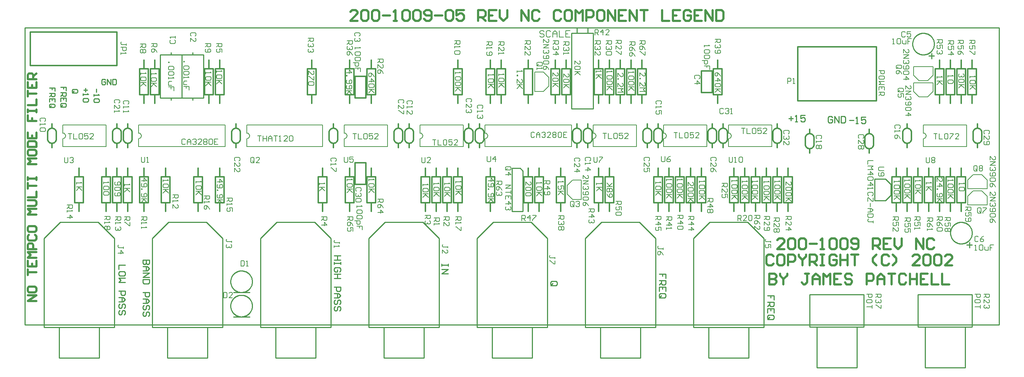
<source format=gto>
*%FSLAX23Y23*%
*%MOIN*%
G01*
%ADD11C,0.007*%
%ADD12C,0.008*%
%ADD13C,0.010*%
%ADD14C,0.012*%
%ADD15C,0.020*%
%ADD16C,0.032*%
%ADD17C,0.036*%
%ADD18C,0.050*%
%ADD19C,0.052*%
%ADD20C,0.055*%
%ADD21C,0.056*%
%ADD22C,0.060*%
%ADD23C,0.061*%
%ADD24C,0.062*%
%ADD25C,0.066*%
%ADD26C,0.068*%
%ADD27C,0.070*%
%ADD28C,0.080*%
%ADD29C,0.090*%
%ADD30C,0.095*%
%ADD31C,0.115*%
%ADD32C,0.120*%
%ADD33C,0.125*%
%ADD34C,0.126*%
%ADD35C,0.131*%
%ADD36C,0.150*%
%ADD37C,0.156*%
%ADD38R,0.062X0.062*%
%ADD39R,0.068X0.068*%
D12*
X10560Y9205D02*
X10570Y9195D01*
X10560Y9205D02*
X10540D01*
X10530Y9195D01*
Y9185D01*
X10540Y9175D01*
X10560D01*
X10570Y9165D01*
Y9155D01*
X10560Y9145D01*
X10540D01*
X10530Y9155D01*
X10620Y9205D02*
X10630Y9195D01*
X10620Y9205D02*
X10600D01*
X10590Y9195D01*
Y9155D01*
X10600Y9145D01*
X10620D01*
X10630Y9155D01*
X10650Y9145D02*
Y9185D01*
X10670Y9205D01*
X10690Y9185D01*
Y9145D01*
Y9175D01*
X10650D01*
X10710Y9205D02*
Y9145D01*
X10750D01*
X10770Y9205D02*
X10810D01*
X10770D02*
Y9145D01*
X10810D01*
X10790Y9175D02*
X10770D01*
X14200Y8780D02*
Y8763D01*
Y8772D01*
X14250D01*
X14251D01*
X14250D02*
X14242Y8780D01*
X14250Y8738D02*
X14200D01*
X14217D01*
X14250Y8705D01*
X14225Y8730D01*
X14200Y8705D01*
Y9120D02*
X14250D01*
Y9095D01*
X14242Y9087D01*
X14225D01*
X14217Y9095D01*
Y9120D01*
Y9103D02*
X14200Y9087D01*
X14250Y9070D02*
Y9037D01*
Y9070D02*
X14225D01*
X14233Y9053D01*
Y9045D01*
X14225Y9037D01*
X14208D01*
X14200Y9045D01*
Y9062D01*
X14208Y9070D01*
X14242Y9020D02*
X14250Y9012D01*
Y8995D01*
X14242Y8987D01*
X14233D01*
X14234D01*
X14233D02*
X14234D01*
X14233D02*
X14234D01*
X14233D02*
X14225Y8995D01*
Y9003D01*
Y8995D01*
X14217Y8987D01*
X14208D01*
X14200Y8995D01*
Y9012D01*
X14208Y9020D01*
X14300Y8790D02*
Y8773D01*
Y8782D01*
X14350D01*
X14351D01*
X14350D02*
X14342Y8790D01*
Y8748D02*
X14350Y8740D01*
Y8723D01*
X14342Y8715D01*
X14308D01*
X14300Y8723D01*
Y8740D01*
X14308Y8748D01*
X14342D01*
X14355Y9110D02*
X14305D01*
X14355D02*
Y9085D01*
X14347Y9077D01*
X14330D01*
X14322Y9085D01*
Y9110D01*
Y9093D02*
X14305Y9077D01*
X14355Y9060D02*
Y9027D01*
Y9060D02*
X14330D01*
X14338Y9043D01*
Y9035D01*
X14330Y9027D01*
X14313D01*
X14305Y9035D01*
Y9052D01*
X14313Y9060D01*
X14305Y8985D02*
X14355D01*
X14330Y9010D01*
Y8977D01*
X14442Y8805D02*
X14450Y8797D01*
Y8780D01*
X14442Y8772D01*
X14433D01*
X14434D01*
X14433D02*
X14434D01*
X14433D02*
X14434D01*
X14433D02*
X14425Y8780D01*
Y8788D01*
Y8780D01*
X14417Y8772D01*
X14408D01*
X14400Y8780D01*
Y8797D01*
X14408Y8805D01*
X14442Y8755D02*
X14450Y8747D01*
Y8730D01*
X14442Y8722D01*
X14408D01*
X14400Y8730D01*
Y8747D01*
X14408Y8755D01*
X14442D01*
X14450Y8705D02*
X14400D01*
X14417D01*
X14450Y8672D01*
X14425Y8697D01*
X14400Y8672D01*
X14395Y9115D02*
X14445D01*
Y9090D01*
X14437Y9082D01*
X14420D01*
X14412Y9090D01*
Y9115D01*
Y9098D02*
X14395Y9082D01*
X14445Y9065D02*
Y9032D01*
Y9065D02*
X14420D01*
X14428Y9048D01*
Y9040D01*
X14420Y9032D01*
X14403D01*
X14395Y9040D01*
Y9057D01*
X14403Y9065D01*
X14437Y8998D02*
X14445Y8982D01*
X14437Y8998D02*
X14420Y9015D01*
X14403D01*
X14395Y9007D01*
Y8990D01*
X14403Y8982D01*
X14412D01*
X14420Y8990D01*
Y9015D01*
X14505Y8785D02*
Y8768D01*
Y8777D01*
X14555D01*
X14556D01*
X14555D02*
X14547Y8785D01*
Y8743D02*
X14555Y8735D01*
Y8718D01*
X14547Y8710D01*
X14513D01*
X14505Y8718D01*
Y8735D01*
X14513Y8743D01*
X14547D01*
X14555Y8693D02*
X14505D01*
X14522D01*
X14555Y8660D01*
X14530Y8685D01*
X14505Y8660D01*
X14500Y9115D02*
X14550D01*
Y9090D01*
X14542Y9082D01*
X14525D01*
X14517Y9090D01*
Y9115D01*
Y9098D02*
X14500Y9082D01*
X14550Y9065D02*
Y9032D01*
Y9065D02*
X14525D01*
X14533Y9048D01*
Y9040D01*
X14525Y9032D01*
X14508D01*
X14500Y9040D01*
Y9057D01*
X14508Y9065D01*
X14550Y9015D02*
Y8982D01*
X14542D01*
X14508Y9015D01*
X14500D01*
X14550Y7170D02*
X14567D01*
X14558D01*
Y7220D01*
X14559D01*
X14558D02*
X14550Y7212D01*
X14592D02*
X14600Y7220D01*
X14617D01*
X14625Y7212D01*
Y7178D01*
X14617Y7170D01*
X14600D01*
X14592Y7178D01*
Y7212D01*
X14642Y7203D02*
Y7178D01*
X14650Y7170D01*
X14675D01*
Y7203D01*
X14692Y7220D02*
X14725D01*
X14692D02*
Y7195D01*
X14708D01*
X14692D01*
Y7170D01*
X14583Y7292D02*
X14575Y7300D01*
X14558D01*
X14550Y7292D01*
Y7258D01*
X14558Y7250D01*
X14575D01*
X14583Y7258D01*
X14617Y7292D02*
X14633Y7300D01*
X14617Y7292D02*
X14600Y7275D01*
Y7258D01*
X14608Y7250D01*
X14625D01*
X14633Y7258D01*
Y7267D01*
X14625Y7275D01*
X14600D01*
X14200Y7807D02*
Y7840D01*
X14233Y7807D01*
X14242D01*
X14250Y7815D01*
Y7832D01*
X14242Y7840D01*
X14250Y7765D02*
X14200D01*
X14225Y7790D02*
X14250Y7765D01*
X14225Y7757D02*
Y7790D01*
X14208Y7740D02*
X14200D01*
X14208D02*
Y7732D01*
X14200D01*
Y7740D01*
X14208Y7698D02*
X14200Y7690D01*
Y7673D01*
X14208Y7665D01*
X14242D01*
X14250Y7673D01*
Y7690D01*
X14242Y7698D01*
X14233D01*
X14225Y7690D01*
Y7665D01*
X14250Y7648D02*
X14200D01*
X14217D01*
X14250Y7615D01*
X14225Y7640D01*
X14200Y7615D01*
Y7480D02*
X14250D01*
Y7455D01*
X14242Y7447D01*
X14225D01*
X14217Y7455D01*
Y7480D01*
Y7463D02*
X14200Y7447D01*
X14242Y7413D02*
X14250Y7397D01*
X14242Y7413D02*
X14225Y7430D01*
X14208D01*
X14200Y7422D01*
Y7405D01*
X14208Y7397D01*
X14217D01*
X14225Y7405D01*
Y7430D01*
X14242Y7380D02*
X14250Y7372D01*
Y7355D01*
X14242Y7347D01*
X14208D01*
X14200Y7355D01*
Y7372D01*
X14208Y7380D01*
X14242D01*
X14300Y7808D02*
Y7825D01*
Y7817D02*
Y7808D01*
Y7817D02*
X14350D01*
X14351D01*
X14350D02*
X14342Y7825D01*
Y7783D02*
X14350Y7775D01*
Y7758D01*
X14342Y7750D01*
X14308D01*
X14300Y7758D01*
Y7775D01*
X14308Y7783D01*
X14342D01*
Y7733D02*
X14350Y7725D01*
Y7708D01*
X14342Y7700D01*
X14308D01*
X14300Y7708D01*
Y7725D01*
X14308Y7733D01*
X14342D01*
X14350Y7683D02*
X14300D01*
X14317D01*
X14350Y7650D01*
X14325Y7675D01*
X14300Y7650D01*
X14325Y7475D02*
X14275D01*
X14325D02*
Y7450D01*
X14317Y7442D01*
X14300D01*
X14292Y7450D01*
Y7475D01*
Y7458D02*
X14275Y7442D01*
X14325Y7425D02*
Y7392D01*
Y7425D02*
X14300D01*
X14308Y7408D01*
Y7400D01*
X14300Y7392D01*
X14283D01*
X14275Y7400D01*
Y7417D01*
X14283Y7425D01*
X14317Y7375D02*
X14325Y7367D01*
Y7350D01*
X14317Y7342D01*
X14308D01*
X14300Y7350D01*
X14292Y7342D01*
X14283D01*
X14275Y7350D01*
Y7367D01*
X14283Y7375D01*
X14292D01*
X14300Y7367D01*
X14308Y7375D01*
X14317D01*
X14300Y7367D02*
Y7350D01*
X14405Y7778D02*
Y7795D01*
Y7787D02*
Y7778D01*
Y7787D02*
X14455D01*
X14456D01*
X14455D02*
X14447Y7795D01*
Y7753D02*
X14455Y7745D01*
Y7728D01*
X14447Y7720D01*
X14413D01*
X14405Y7728D01*
Y7745D01*
X14413Y7753D01*
X14447D01*
X14465Y7570D02*
X14515D01*
Y7545D01*
X14507Y7537D01*
X14490D01*
X14482Y7545D01*
Y7570D01*
Y7553D02*
X14465Y7537D01*
X14515Y7520D02*
Y7487D01*
Y7520D02*
X14490D01*
X14498Y7503D01*
Y7495D01*
X14490Y7487D01*
X14473D01*
X14465Y7495D01*
Y7512D01*
X14473Y7520D01*
Y7470D02*
X14465Y7462D01*
Y7445D01*
X14473Y7437D01*
X14507D01*
X14515Y7445D01*
Y7462D01*
X14507Y7470D01*
X14498D01*
X14490Y7462D01*
Y7437D01*
X14665Y7670D02*
X14615Y7720D01*
X14535D02*
X14485Y7670D01*
Y7590D01*
X14665D02*
Y7670D01*
Y7590D02*
X14485D01*
X14535Y7720D02*
X14615D01*
X14690Y7710D02*
Y7677D01*
Y7710D02*
X14723Y7677D01*
X14732D01*
X14740Y7685D01*
Y7702D01*
X14732Y7710D01*
X14740Y7660D02*
X14690D01*
Y7627D02*
X14740Y7660D01*
Y7627D02*
X14690D01*
X14732Y7610D02*
X14740Y7602D01*
Y7585D01*
X14732Y7577D01*
X14723D01*
X14724D01*
X14723D02*
X14724D01*
X14723D02*
X14724D01*
X14723D02*
X14715Y7585D01*
Y7593D01*
Y7585D01*
X14707Y7577D01*
X14698D01*
X14690Y7585D01*
Y7602D01*
X14698Y7610D01*
Y7560D02*
X14690Y7552D01*
Y7535D01*
X14698Y7527D01*
X14732D01*
X14740Y7535D01*
Y7552D01*
X14732Y7560D01*
X14723D01*
X14715Y7552D01*
Y7527D01*
X14732Y7510D02*
X14740Y7502D01*
Y7485D01*
X14732Y7477D01*
X14698D01*
X14690Y7485D01*
Y7502D01*
X14698Y7510D01*
X14732D01*
Y7443D02*
X14740Y7427D01*
X14732Y7443D02*
X14715Y7460D01*
X14698D01*
X14690Y7452D01*
Y7435D01*
X14698Y7427D01*
X14707D01*
X14715Y7435D01*
Y7460D01*
X14608Y7523D02*
Y7557D01*
X14600Y7565D01*
X14583D01*
X14575Y7557D01*
Y7523D01*
X14583Y7515D01*
X14600D01*
X14608D02*
X14592Y7532D01*
X14600Y7515D02*
X14608Y7523D01*
X14625Y7565D02*
X14658D01*
Y7557D01*
X14625Y7523D01*
Y7515D01*
X14665Y7820D02*
X14615Y7870D01*
X14535D02*
X14485Y7820D01*
Y7740D01*
X14665D02*
Y7820D01*
Y7740D02*
X14485D01*
X14535Y7870D02*
X14615D01*
X14690Y8007D02*
Y8040D01*
X14723Y8007D01*
X14732D01*
X14740Y8015D01*
Y8032D01*
X14732Y8040D01*
X14740Y7990D02*
X14690D01*
Y7957D02*
X14740Y7990D01*
Y7957D02*
X14690D01*
X14732Y7940D02*
X14740Y7932D01*
Y7915D01*
X14732Y7907D01*
X14723D01*
X14724D01*
X14723D02*
X14724D01*
X14723D02*
X14724D01*
X14723D02*
X14715Y7915D01*
Y7923D01*
Y7915D01*
X14707Y7907D01*
X14698D01*
X14690Y7915D01*
Y7932D01*
X14698Y7940D01*
Y7890D02*
X14690Y7882D01*
Y7865D01*
X14698Y7857D01*
X14732D01*
X14740Y7865D01*
Y7882D01*
X14732Y7890D01*
X14723D01*
X14715Y7882D01*
Y7857D01*
X14732Y7840D02*
X14740Y7832D01*
Y7815D01*
X14732Y7807D01*
X14698D01*
X14690Y7815D01*
Y7832D01*
X14698Y7840D01*
X14732D01*
Y7773D02*
X14740Y7757D01*
X14732Y7773D02*
X14715Y7790D01*
X14698D01*
X14690Y7782D01*
Y7765D01*
X14698Y7757D01*
X14707D01*
X14715Y7765D01*
Y7790D01*
X14573Y7913D02*
Y7947D01*
X14565Y7955D01*
X14548D01*
X14540Y7947D01*
Y7913D01*
X14548Y7905D01*
X14565D01*
X14573D02*
X14557Y7922D01*
X14565Y7905D02*
X14573Y7913D01*
X14590Y7947D02*
X14598Y7955D01*
X14615D01*
X14623Y7947D01*
Y7938D01*
X14615Y7930D01*
X14623Y7922D01*
Y7913D01*
X14615Y7905D01*
X14598D01*
X14590Y7913D01*
Y7922D01*
X14598Y7930D01*
X14590Y7938D01*
Y7947D01*
X14598Y7930D02*
X14615D01*
X14677Y8247D02*
X14685Y8255D01*
Y8272D01*
X14677Y8280D01*
X14643D01*
X14635Y8272D01*
Y8255D01*
X14643Y8247D01*
X14635Y8230D02*
Y8197D01*
Y8230D02*
X14668Y8197D01*
X14677D01*
X14685Y8205D01*
Y8222D01*
X14677Y8230D01*
X14643Y8180D02*
X14635Y8172D01*
Y8155D01*
X14643Y8147D01*
X14677D01*
X14685Y8155D01*
Y8172D01*
X14677Y8180D01*
X14668D01*
X14660Y8172D01*
Y8147D01*
X14600Y6765D02*
X14550D01*
X14600D02*
Y6740D01*
X14592Y6732D01*
X14575D01*
X14567Y6740D01*
Y6765D01*
X14600Y6707D02*
Y6690D01*
Y6707D02*
X14592Y6715D01*
X14558D01*
X14550Y6707D01*
Y6690D01*
X14558Y6682D01*
X14592D01*
X14600Y6690D01*
Y6665D02*
Y6632D01*
Y6648D01*
X14550D01*
X14636Y6765D02*
X14686D01*
Y6740D01*
X14678Y6732D01*
X14661D01*
X14653Y6740D01*
Y6765D01*
Y6748D02*
X14636Y6732D01*
Y6715D02*
Y6682D01*
Y6715D02*
X14669Y6682D01*
X14678D01*
X14686Y6690D01*
Y6707D01*
X14678Y6715D01*
Y6665D02*
X14686Y6657D01*
Y6640D01*
X14678Y6632D01*
X14669D01*
X14670D01*
X14669D02*
X14670D01*
X14669D02*
X14670D01*
X14669D02*
X14661Y6640D01*
Y6648D01*
Y6640D01*
X14653Y6632D01*
X14644D01*
X14636Y6640D01*
Y6657D01*
X14644Y6665D01*
X13807Y9080D02*
X13790D01*
X13798D02*
X13807D01*
X13798D02*
Y9130D01*
X13799D01*
X13798D02*
X13790Y9122D01*
X13832D02*
X13840Y9130D01*
X13857D01*
X13865Y9122D01*
Y9088D01*
X13857Y9080D01*
X13840D01*
X13832Y9088D01*
Y9122D01*
X13882Y9113D02*
Y9088D01*
X13890Y9080D01*
X13915D01*
Y9113D01*
X13932Y9130D02*
X13965D01*
X13932D02*
Y9105D01*
X13948D01*
X13932D01*
Y9080D01*
X13908Y9187D02*
X13900Y9195D01*
X13883D01*
X13875Y9187D01*
Y9153D01*
X13883Y9145D01*
X13900D01*
X13908Y9153D01*
X13925Y9195D02*
X13958D01*
X13925D02*
Y9170D01*
X13942Y9178D01*
X13950D01*
X13958Y9170D01*
Y9153D01*
X13950Y9145D01*
X13933D01*
X13925Y9153D01*
X13985Y8790D02*
X14035Y8740D01*
X14115D02*
X14165Y8790D01*
Y8870D01*
X13985D02*
Y8790D01*
Y8870D02*
X14165D01*
X14115Y8740D02*
X14035D01*
X13890Y8997D02*
Y9030D01*
X13923Y8997D01*
X13932D01*
X13940Y9005D01*
Y9022D01*
X13932Y9030D01*
X13940Y8980D02*
X13890D01*
Y8947D02*
X13940Y8980D01*
Y8947D02*
X13890D01*
X13932Y8930D02*
X13940Y8922D01*
Y8905D01*
X13932Y8897D01*
X13923D01*
X13924D01*
X13923D02*
X13924D01*
X13923D02*
X13924D01*
X13923D02*
X13915Y8905D01*
Y8913D01*
Y8905D01*
X13907Y8897D01*
X13898D01*
X13890Y8905D01*
Y8922D01*
X13898Y8930D01*
Y8880D02*
X13890Y8872D01*
Y8855D01*
X13898Y8847D01*
X13932D01*
X13940Y8855D01*
Y8872D01*
X13932Y8880D01*
X13923D01*
X13915Y8872D01*
Y8847D01*
X13932Y8830D02*
X13940Y8822D01*
Y8805D01*
X13932Y8797D01*
X13898D01*
X13890Y8805D01*
Y8822D01*
X13898Y8830D01*
X13932D01*
X13940Y8755D02*
X13890D01*
X13915Y8780D02*
X13940Y8755D01*
X13915Y8747D02*
Y8780D01*
X13867Y8852D02*
X13833D01*
X13867D02*
X13875Y8860D01*
Y8877D01*
X13867Y8885D01*
X13833D01*
X13825Y8877D01*
Y8860D01*
Y8852D02*
X13842Y8868D01*
X13825Y8860D02*
X13833Y8852D01*
X13867Y8818D02*
X13875Y8802D01*
X13867Y8818D02*
X13850Y8835D01*
X13833D01*
X13825Y8827D01*
Y8810D01*
X13833Y8802D01*
X13842D01*
X13850Y8810D01*
Y8835D01*
X13985Y8640D02*
X14035Y8590D01*
X14115D02*
X14165Y8640D01*
Y8720D01*
X13985D02*
Y8640D01*
Y8720D02*
X14165D01*
X14115Y8590D02*
X14035D01*
X13910Y8662D02*
Y8695D01*
X13943Y8662D01*
X13952D01*
X13960Y8670D01*
Y8687D01*
X13952Y8695D01*
X13960Y8645D02*
X13910D01*
Y8612D02*
X13960Y8645D01*
Y8612D02*
X13910D01*
X13952Y8595D02*
X13960Y8587D01*
Y8570D01*
X13952Y8562D01*
X13943D01*
X13944D01*
X13943D02*
X13944D01*
X13943D02*
X13944D01*
X13943D02*
X13935Y8570D01*
Y8578D01*
Y8570D01*
X13927Y8562D01*
X13918D01*
X13910Y8570D01*
Y8587D01*
X13918Y8595D01*
Y8545D02*
X13910Y8537D01*
Y8520D01*
X13918Y8512D01*
X13952D01*
X13960Y8520D01*
Y8537D01*
X13952Y8545D01*
X13943D01*
X13935Y8537D01*
Y8512D01*
X13952Y8495D02*
X13960Y8487D01*
Y8470D01*
X13952Y8462D01*
X13918D01*
X13910Y8470D01*
Y8487D01*
X13918Y8495D01*
X13952D01*
X13960Y8420D02*
X13910D01*
X13935Y8445D02*
X13960Y8420D01*
X13935Y8412D02*
Y8445D01*
X13882Y8637D02*
X13848D01*
X13882D02*
X13890Y8645D01*
Y8662D01*
X13882Y8670D01*
X13848D01*
X13840Y8662D01*
Y8645D01*
Y8637D02*
X13857Y8653D01*
X13840Y8645D02*
X13848Y8637D01*
X13890Y8620D02*
Y8587D01*
Y8620D02*
X13865D01*
X13873Y8603D01*
Y8595D01*
X13865Y8587D01*
X13848D01*
X13840Y8595D01*
Y8612D01*
X13848Y8620D01*
X12835Y8255D02*
X12827Y8247D01*
X12835Y8255D02*
Y8272D01*
X12827Y8280D01*
X12793D01*
X12785Y8272D01*
Y8255D01*
X12793Y8247D01*
X12827Y8230D02*
X12835Y8222D01*
Y8205D01*
X12827Y8197D01*
X12818D01*
X12819D01*
X12818D02*
X12819D01*
X12818D02*
X12819D01*
X12818D02*
X12810Y8205D01*
Y8213D01*
Y8205D01*
X12802Y8197D01*
X12793D01*
X12785Y8205D01*
Y8222D01*
X12793Y8230D01*
X12785Y8180D02*
Y8147D01*
Y8180D02*
X12818Y8147D01*
X12827D01*
X12835Y8155D01*
Y8172D01*
X12827Y8180D01*
X13517Y8207D02*
X13525Y8215D01*
Y8232D01*
X13517Y8240D01*
X13483D01*
X13475Y8232D01*
Y8215D01*
X13483Y8207D01*
X13475Y8190D02*
Y8157D01*
Y8190D02*
X13508Y8157D01*
X13517D01*
X13525Y8165D01*
Y8182D01*
X13517Y8190D01*
Y8140D02*
X13525Y8132D01*
Y8115D01*
X13517Y8107D01*
X13508D01*
X13500Y8115D01*
X13492Y8107D01*
X13483D01*
X13475Y8115D01*
Y8132D01*
X13483Y8140D01*
X13492D01*
X13500Y8132D01*
X13508Y8140D01*
X13517D01*
X13500Y8132D02*
Y8115D01*
X13135Y8210D02*
X13127Y8202D01*
X13135Y8210D02*
Y8227D01*
X13127Y8235D01*
X13093D01*
X13085Y8227D01*
Y8210D01*
X13093Y8202D01*
X13085Y8185D02*
Y8168D01*
Y8177D01*
X13135D01*
X13136D01*
X13135D02*
X13127Y8185D01*
Y8143D02*
X13135Y8135D01*
Y8118D01*
X13127Y8110D01*
X13118D01*
X13110Y8118D01*
X13102Y8110D01*
X13093D01*
X13085Y8118D01*
Y8135D01*
X13093Y8143D01*
X13102D01*
X13110Y8135D01*
X13118Y8143D01*
X13127D01*
X13110Y8135D02*
Y8118D01*
X13852Y8297D02*
X13860Y8305D01*
Y8322D01*
X13852Y8330D01*
X13818D01*
X13810Y8322D01*
Y8305D01*
X13818Y8297D01*
X13810Y8280D02*
Y8263D01*
Y8272D01*
X13860D01*
X13861D01*
X13860D02*
X13852Y8280D01*
Y8222D02*
X13860Y8205D01*
X13852Y8222D02*
X13835Y8238D01*
X13818D01*
X13810Y8230D01*
Y8213D01*
X13818Y8205D01*
X13827D01*
X13835Y8213D01*
Y8238D01*
X14000Y7820D02*
Y7803D01*
Y7812D01*
X14050D01*
X14051D01*
X14050D02*
X14042Y7820D01*
Y7778D02*
X14050Y7770D01*
Y7753D01*
X14042Y7745D01*
X14008D01*
X14000Y7753D01*
Y7770D01*
X14008Y7778D01*
X14042D01*
X14050Y7728D02*
X14000D01*
X14017D01*
X14050Y7695D01*
X14025Y7720D01*
X14000Y7695D01*
X13995Y7480D02*
X14045D01*
Y7455D01*
X14037Y7447D01*
X14020D01*
X14012Y7455D01*
Y7480D01*
Y7463D02*
X13995Y7447D01*
X14045Y7430D02*
Y7397D01*
Y7430D02*
X14020D01*
X14028Y7413D01*
Y7405D01*
X14020Y7397D01*
X14003D01*
X13995Y7405D01*
Y7422D01*
X14003Y7430D01*
X13995Y7380D02*
Y7363D01*
Y7372D01*
X14045D01*
X14046D01*
X14045D02*
X14037Y7380D01*
X13610Y8000D02*
X13560D01*
Y7967D01*
Y7950D02*
X13610D01*
X13593Y7933D01*
X13610Y7917D01*
X13560D01*
Y7875D02*
X13610D01*
X13585Y7900D01*
Y7867D01*
X13602Y7850D02*
X13610Y7842D01*
Y7825D01*
X13602Y7817D01*
X13568D01*
X13560Y7825D01*
Y7842D01*
X13568Y7850D01*
X13602D01*
X13610Y7775D02*
X13560D01*
X13585Y7800D02*
X13610Y7775D01*
X13585Y7767D02*
Y7800D01*
X13560Y7750D02*
Y7733D01*
Y7742D01*
X13610D01*
X13611D01*
X13610D02*
X13602Y7750D01*
X13610Y7683D02*
X13602Y7675D01*
X13610Y7683D02*
Y7700D01*
X13602Y7708D01*
X13568D01*
X13560Y7700D01*
Y7683D01*
X13568Y7675D01*
X13610Y7658D02*
Y7625D01*
X13602D01*
X13568Y7658D01*
X13560D01*
Y7625D01*
X13585Y7608D02*
Y7575D01*
X13593Y7558D02*
X13560D01*
X13593D02*
X13610Y7542D01*
X13593Y7525D01*
X13560D01*
X13585D01*
Y7558D01*
X13610Y7508D02*
X13560D01*
Y7484D01*
X13568Y7475D01*
X13602D01*
X13610Y7484D01*
Y7508D01*
Y7442D02*
Y7425D01*
Y7434D02*
Y7442D01*
Y7434D02*
X13568D01*
X13560Y7442D01*
Y7450D01*
X13568Y7459D01*
X13668Y7940D02*
X13710D01*
X13668D02*
X13660Y7932D01*
Y7915D01*
X13668Y7907D01*
X13710D01*
X13668Y7890D02*
X13660Y7882D01*
Y7865D01*
X13668Y7857D01*
X13702D01*
X13710Y7865D01*
Y7882D01*
X13702Y7890D01*
X13693D01*
X13685Y7882D01*
Y7857D01*
X13805Y7815D02*
Y7798D01*
Y7807D01*
X13855D01*
X13856D01*
X13855D02*
X13847Y7815D01*
Y7773D02*
X13855Y7765D01*
Y7748D01*
X13847Y7740D01*
X13813D01*
X13805Y7748D01*
Y7765D01*
X13813Y7773D01*
X13847D01*
Y7723D02*
X13855Y7715D01*
Y7698D01*
X13847Y7690D01*
X13813D01*
X13805Y7698D01*
Y7715D01*
X13813Y7723D01*
X13847D01*
X13855Y7673D02*
X13805D01*
X13822D01*
X13855Y7640D01*
X13830Y7665D01*
X13805Y7640D01*
X13795Y7480D02*
X13845D01*
Y7455D01*
X13837Y7447D01*
X13820D01*
X13812Y7455D01*
Y7480D01*
Y7463D02*
X13795Y7447D01*
X13845Y7430D02*
Y7397D01*
Y7430D02*
X13820D01*
X13828Y7413D01*
Y7405D01*
X13820Y7397D01*
X13803D01*
X13795Y7405D01*
Y7422D01*
X13803Y7430D01*
X13795Y7380D02*
Y7347D01*
Y7380D02*
X13828Y7347D01*
X13837D01*
X13845Y7355D01*
Y7372D01*
X13837Y7380D01*
X13900Y7808D02*
Y7825D01*
Y7817D02*
Y7808D01*
Y7817D02*
X13950D01*
X13951D01*
X13950D02*
X13942Y7825D01*
Y7783D02*
X13950Y7775D01*
Y7758D01*
X13942Y7750D01*
X13908D01*
X13900Y7758D01*
Y7775D01*
X13908Y7783D01*
X13942D01*
Y7733D02*
X13950Y7725D01*
Y7708D01*
X13942Y7700D01*
X13908D01*
X13900Y7708D01*
Y7725D01*
X13908Y7733D01*
X13942D01*
X13950Y7683D02*
X13900D01*
X13917D01*
X13950Y7650D01*
X13925Y7675D01*
X13900Y7650D01*
X13905Y7470D02*
X13955D01*
Y7445D01*
X13947Y7437D01*
X13930D01*
X13922Y7445D01*
Y7470D01*
Y7453D02*
X13905Y7437D01*
X13955Y7420D02*
Y7387D01*
Y7420D02*
X13930D01*
X13938Y7403D01*
Y7395D01*
X13930Y7387D01*
X13913D01*
X13905Y7395D01*
Y7412D01*
X13913Y7420D01*
X13955Y7370D02*
Y7337D01*
Y7370D02*
X13930D01*
X13938Y7353D01*
Y7345D01*
X13930Y7337D01*
X13913D01*
X13905Y7345D01*
Y7362D01*
X13913Y7370D01*
X14100Y7783D02*
Y7800D01*
Y7792D02*
Y7783D01*
Y7792D02*
X14150D01*
X14151D01*
X14150D02*
X14142Y7800D01*
X14150Y7758D02*
X14100D01*
X14117D01*
X14150Y7725D01*
X14125Y7750D01*
X14100Y7725D01*
X14110Y7470D02*
X14160D01*
Y7445D01*
X14152Y7437D01*
X14135D01*
X14127Y7445D01*
Y7470D01*
Y7453D02*
X14110Y7437D01*
X14152Y7403D02*
X14160Y7387D01*
X14152Y7403D02*
X14135Y7420D01*
X14118D01*
X14110Y7412D01*
Y7395D01*
X14118Y7387D01*
X14127D01*
X14135Y7395D01*
Y7420D01*
X14110Y7370D02*
Y7353D01*
Y7362D01*
X14160D01*
X14161D01*
X14160D02*
X14152Y7370D01*
X14075Y8205D02*
X14078Y8205D01*
X14081Y8206D01*
X14085Y8207D01*
X14088Y8208D01*
X14090Y8210D01*
X14093Y8212D01*
X14095Y8215D01*
X14097Y8218D01*
X14098Y8220D01*
X14099Y8224D01*
X14100Y8227D01*
X14100Y8230D01*
X14100Y8233D01*
X14099Y8236D01*
X14098Y8240D01*
X14097Y8242D01*
X14095Y8245D01*
X14093Y8248D01*
X14090Y8250D01*
X14088Y8252D01*
X14085Y8253D01*
X14081Y8254D01*
X14078Y8255D01*
X14075Y8255D01*
Y8205D02*
Y8130D01*
Y8255D02*
Y8330D01*
X14475D02*
Y8130D01*
Y8330D02*
X14075D01*
Y8130D02*
X14475D01*
X14203Y8250D02*
X14170D01*
X14187D02*
X14203D01*
X14187D02*
Y8200D01*
X14220D02*
Y8250D01*
Y8200D02*
X14253D01*
X14270Y8242D02*
X14278Y8250D01*
X14295D01*
X14303Y8242D01*
Y8208D01*
X14295Y8200D01*
X14278D01*
X14270Y8208D01*
Y8242D01*
X14320Y8250D02*
X14353D01*
Y8242D01*
X14320Y8208D01*
Y8200D01*
X14370D02*
X14403D01*
X14370D02*
X14403Y8233D01*
Y8242D01*
X14395Y8250D01*
X14378D01*
X14370Y8242D01*
X14100Y8030D02*
Y7988D01*
X14108Y7980D01*
X14125D01*
X14133Y7988D01*
Y8030D01*
X14150Y8022D02*
X14158Y8030D01*
X14175D01*
X14183Y8022D01*
Y8013D01*
X14175Y8005D01*
X14183Y7997D01*
Y7988D01*
X14175Y7980D01*
X14158D01*
X14150Y7988D01*
Y7997D01*
X14158Y8005D01*
X14150Y8013D01*
Y8022D01*
X14158Y8005D02*
X14175D01*
X13715Y8835D02*
X13665D01*
X13715D02*
Y8810D01*
X13707Y8802D01*
X13690D01*
X13682Y8810D01*
Y8835D01*
X13715Y8777D02*
Y8760D01*
Y8777D02*
X13707Y8785D01*
X13673D01*
X13665Y8777D01*
Y8760D01*
X13673Y8752D01*
X13707D01*
X13715Y8760D01*
Y8735D02*
X13665D01*
X13682Y8718D01*
X13665Y8702D01*
X13715D01*
Y8685D02*
Y8652D01*
Y8685D02*
X13665D01*
Y8652D01*
X13690Y8668D02*
Y8685D01*
X13665Y8635D02*
X13715D01*
Y8610D01*
X13707Y8602D01*
X13690D01*
X13682Y8610D01*
Y8635D01*
Y8618D02*
X13665Y8602D01*
X12820Y8715D02*
Y8765D01*
X12845D01*
X12853Y8757D01*
Y8740D01*
X12845Y8732D01*
X12820D01*
X12870Y8715D02*
X12887D01*
X12878D01*
Y8765D01*
X12879D01*
X12878D02*
X12870Y8757D01*
X12805Y7805D02*
Y7772D01*
Y7805D02*
X12838Y7772D01*
X12847D01*
X12855Y7780D01*
Y7797D01*
X12847Y7805D01*
Y7755D02*
X12855Y7747D01*
Y7730D01*
X12847Y7722D01*
X12813D01*
X12805Y7730D01*
Y7747D01*
X12813Y7755D01*
X12847D01*
Y7705D02*
X12855Y7697D01*
Y7680D01*
X12847Y7672D01*
X12813D01*
X12805Y7680D01*
Y7697D01*
X12813Y7705D01*
X12847D01*
X12855Y7655D02*
X12805D01*
X12822D01*
X12855Y7622D01*
X12830Y7647D01*
X12805Y7622D01*
Y7485D02*
X12855D01*
Y7460D01*
X12847Y7452D01*
X12830D01*
X12822Y7460D01*
Y7485D01*
Y7468D02*
X12805Y7452D01*
Y7435D02*
Y7402D01*
Y7435D02*
X12838Y7402D01*
X12847D01*
X12855Y7410D01*
Y7427D01*
X12847Y7435D01*
X12855Y7360D02*
X12805D01*
X12830Y7385D02*
X12855Y7360D01*
X12830Y7352D02*
Y7385D01*
X12600Y7793D02*
Y7810D01*
Y7802D02*
Y7793D01*
Y7802D02*
X12650D01*
X12651D01*
X12650D02*
X12642Y7810D01*
Y7768D02*
X12650Y7760D01*
Y7743D01*
X12642Y7735D01*
X12608D01*
X12600Y7743D01*
Y7760D01*
X12608Y7768D01*
X12642D01*
Y7718D02*
X12650Y7710D01*
Y7693D01*
X12642Y7685D01*
X12608D01*
X12600Y7693D01*
Y7710D01*
X12608Y7718D01*
X12642D01*
X12650Y7668D02*
X12600D01*
X12617D01*
X12650Y7635D01*
X12625Y7660D01*
X12600Y7635D01*
X12605Y7485D02*
X12655D01*
Y7460D01*
X12647Y7452D01*
X12630D01*
X12622Y7460D01*
Y7485D01*
Y7468D02*
X12605Y7452D01*
Y7435D02*
Y7402D01*
Y7435D02*
X12638Y7402D01*
X12647D01*
X12655Y7410D01*
Y7427D01*
X12647Y7435D01*
X12613Y7385D02*
X12605Y7377D01*
Y7360D01*
X12613Y7352D01*
X12647D01*
X12655Y7360D01*
Y7377D01*
X12647Y7385D01*
X12638D01*
X12630Y7377D01*
Y7352D01*
X12700Y7798D02*
Y7815D01*
Y7807D02*
Y7798D01*
Y7807D02*
X12750D01*
X12751D01*
X12750D02*
X12742Y7815D01*
Y7773D02*
X12750Y7765D01*
Y7748D01*
X12742Y7740D01*
X12708D01*
X12700Y7748D01*
Y7765D01*
X12708Y7773D01*
X12742D01*
Y7723D02*
X12750Y7715D01*
Y7698D01*
X12742Y7690D01*
X12708D01*
X12700Y7698D01*
Y7715D01*
X12708Y7723D01*
X12742D01*
X12750Y7673D02*
X12700D01*
X12717D01*
X12750Y7640D01*
X12725Y7665D01*
X12700Y7640D01*
X12695Y7470D02*
X12745D01*
Y7445D01*
X12737Y7437D01*
X12720D01*
X12712Y7445D01*
Y7470D01*
Y7453D02*
X12695Y7437D01*
Y7420D02*
Y7387D01*
Y7420D02*
X12728Y7387D01*
X12737D01*
X12745Y7395D01*
Y7412D01*
X12737Y7420D01*
Y7370D02*
X12745Y7362D01*
Y7345D01*
X12737Y7337D01*
X12728D01*
X12720Y7345D01*
X12712Y7337D01*
X12703D01*
X12695Y7345D01*
Y7362D01*
X12703Y7370D01*
X12712D01*
X12720Y7362D01*
X12728Y7370D01*
X12737D01*
X12720Y7362D02*
Y7345D01*
X13550Y6765D02*
X13600D01*
Y6740D01*
X13592Y6732D01*
X13575D01*
X13567Y6740D01*
Y6765D01*
X13600Y6707D02*
Y6690D01*
Y6707D02*
X13592Y6715D01*
X13558D01*
X13550Y6707D01*
Y6690D01*
X13558Y6682D01*
X13592D01*
X13600Y6690D01*
Y6665D02*
Y6632D01*
Y6648D01*
X13550D01*
X13635Y6765D02*
X13685D01*
Y6740D01*
X13677Y6732D01*
X13660D01*
X13652Y6740D01*
Y6765D01*
Y6748D02*
X13635Y6732D01*
X13677Y6715D02*
X13685Y6707D01*
Y6690D01*
X13677Y6682D01*
X13668D01*
X13669D01*
X13668D02*
X13669D01*
X13668D02*
X13669D01*
X13668D02*
X13660Y6690D01*
Y6698D01*
Y6690D01*
X13652Y6682D01*
X13643D01*
X13635Y6690D01*
Y6707D01*
X13643Y6715D01*
X13685Y6665D02*
Y6632D01*
X13677D01*
X13643Y6665D01*
X13635D01*
X12050Y9053D02*
Y9070D01*
Y9062D02*
Y9053D01*
Y9062D02*
X12100D01*
X12101D01*
X12100D02*
X12092Y9070D01*
Y9028D02*
X12100Y9020D01*
Y9003D01*
X12092Y8995D01*
X12058D01*
X12050Y9003D01*
Y9020D01*
X12058Y9028D01*
X12092D01*
Y8978D02*
X12100Y8970D01*
Y8953D01*
X12092Y8945D01*
X12058D01*
X12050Y8953D01*
Y8970D01*
X12058Y8978D01*
X12092D01*
X12083Y8928D02*
X12033D01*
X12083D02*
Y8903D01*
X12075Y8895D01*
X12058D01*
X12050Y8903D01*
Y8928D01*
X12100Y8878D02*
Y8845D01*
Y8878D02*
X12075D01*
Y8862D01*
Y8878D01*
X12050D01*
X12010Y8765D02*
X12002Y8757D01*
X12010Y8765D02*
Y8782D01*
X12002Y8790D01*
X11968D01*
X11960Y8782D01*
Y8765D01*
X11968Y8757D01*
X11960Y8715D02*
X12010D01*
X11985Y8740D01*
Y8707D01*
X12192Y8798D02*
X12200Y8782D01*
X12192Y8798D02*
X12175Y8815D01*
X12158D01*
X12150Y8807D01*
Y8790D01*
X12158Y8782D01*
X12167D01*
X12175Y8790D01*
Y8815D01*
X12150Y8740D02*
X12200D01*
X12175Y8765D01*
Y8732D01*
X12192Y8715D02*
X12200Y8707D01*
Y8690D01*
X12192Y8682D01*
X12158D01*
X12150Y8690D01*
Y8707D01*
X12158Y8715D01*
X12192D01*
X12200Y8665D02*
X12150D01*
X12167D01*
X12200Y8632D01*
X12175Y8657D01*
X12150Y8632D01*
Y9125D02*
X12200D01*
Y9100D01*
X12192Y9092D01*
X12175D01*
X12167Y9100D01*
Y9125D01*
Y9108D02*
X12150Y9092D01*
X12192Y9075D02*
X12200Y9067D01*
Y9050D01*
X12192Y9042D01*
X12183D01*
X12184D01*
X12183D02*
X12184D01*
X12183D02*
X12184D01*
X12183D02*
X12175Y9050D01*
Y9058D01*
Y9050D01*
X12167Y9042D01*
X12158D01*
X12150Y9050D01*
Y9067D01*
X12158Y9075D01*
Y9025D02*
X12150Y9017D01*
Y9000D01*
X12158Y8992D01*
X12192D01*
X12200Y9000D01*
Y9017D01*
X12192Y9025D01*
X12183D01*
X12175Y9017D01*
Y8992D01*
X11150Y8830D02*
Y8813D01*
Y8822D01*
X11200D01*
X11201D01*
X11200D02*
X11192Y8830D01*
Y8788D02*
X11200Y8780D01*
Y8763D01*
X11192Y8755D01*
X11158D01*
X11150Y8763D01*
Y8780D01*
X11158Y8788D01*
X11192D01*
Y8738D02*
X11200Y8730D01*
Y8713D01*
X11192Y8705D01*
X11158D01*
X11150Y8713D01*
Y8730D01*
X11158Y8738D01*
X11192D01*
X11200Y8688D02*
X11150D01*
X11167D01*
X11200Y8655D01*
X11175Y8680D01*
X11150Y8655D01*
X11145Y9110D02*
X11195D01*
Y9085D01*
X11187Y9077D01*
X11170D01*
X11162Y9085D01*
Y9110D01*
Y9093D02*
X11145Y9077D01*
X11187Y9060D02*
X11195Y9052D01*
Y9035D01*
X11187Y9027D01*
X11178D01*
X11179D01*
X11178D02*
X11179D01*
X11178D02*
X11179D01*
X11178D02*
X11170Y9035D01*
Y9043D01*
Y9035D01*
X11162Y9027D01*
X11153D01*
X11145Y9035D01*
Y9052D01*
X11153Y9060D01*
X11187Y9010D02*
X11195Y9002D01*
Y8985D01*
X11187Y8977D01*
X11153D01*
X11145Y8985D01*
Y9002D01*
X11153Y9010D01*
X11187D01*
X11350Y8825D02*
Y8808D01*
Y8817D01*
X11400D01*
X11401D01*
X11400D02*
X11392Y8825D01*
Y8783D02*
X11400Y8775D01*
Y8758D01*
X11392Y8750D01*
X11358D01*
X11350Y8758D01*
Y8775D01*
X11358Y8783D01*
X11392D01*
Y8733D02*
X11400Y8725D01*
Y8708D01*
X11392Y8700D01*
X11358D01*
X11350Y8708D01*
Y8725D01*
X11358Y8733D01*
X11392D01*
X11400Y8683D02*
X11350D01*
X11367D01*
X11400Y8650D01*
X11375Y8675D01*
X11350Y8650D01*
X11360Y9100D02*
X11410D01*
Y9075D01*
X11402Y9067D01*
X11385D01*
X11377Y9075D01*
Y9100D01*
Y9083D02*
X11360Y9067D01*
X11402Y9033D02*
X11410Y9017D01*
X11402Y9033D02*
X11385Y9050D01*
X11368D01*
X11360Y9042D01*
Y9025D01*
X11368Y9017D01*
X11377D01*
X11385Y9025D01*
Y9050D01*
X11402Y8983D02*
X11410Y8967D01*
X11402Y8983D02*
X11385Y9000D01*
X11368D01*
X11360Y8992D01*
Y8975D01*
X11368Y8967D01*
X11377D01*
X11385Y8975D01*
Y9000D01*
X11800Y7830D02*
Y7813D01*
Y7822D01*
X11850D01*
X11851D01*
X11850D02*
X11842Y7830D01*
Y7788D02*
X11850Y7780D01*
Y7763D01*
X11842Y7755D01*
X11808D01*
X11800Y7763D01*
Y7780D01*
X11808Y7788D01*
X11842D01*
Y7738D02*
X11850Y7730D01*
Y7713D01*
X11842Y7705D01*
X11808D01*
X11800Y7713D01*
Y7730D01*
X11808Y7738D01*
X11842D01*
X11850Y7688D02*
X11800D01*
X11817D01*
X11850Y7655D01*
X11825Y7680D01*
X11800Y7655D01*
X11805Y7495D02*
X11855D01*
Y7470D01*
X11847Y7462D01*
X11830D01*
X11822Y7470D01*
Y7495D01*
Y7478D02*
X11805Y7462D01*
Y7420D02*
X11855D01*
X11830Y7445D01*
Y7412D01*
X11847Y7395D02*
X11855Y7387D01*
Y7370D01*
X11847Y7362D01*
X11813D01*
X11805Y7370D01*
Y7387D01*
X11813Y7395D01*
X11847D01*
X12228Y8477D02*
X12220Y8485D01*
X12203D01*
X12195Y8477D01*
Y8443D01*
X12203Y8435D01*
X12220D01*
X12228Y8443D01*
X12245Y8477D02*
X12253Y8485D01*
X12270D01*
X12278Y8477D01*
Y8468D01*
X12279D01*
X12278D02*
X12279D01*
X12278D02*
X12279D01*
X12278D02*
X12270Y8460D01*
X12262D01*
X12270D01*
X12278Y8452D01*
Y8443D01*
X12270Y8435D01*
X12253D01*
X12245Y8443D01*
X12295Y8435D02*
X12312D01*
X12303D01*
Y8485D01*
X12304D01*
X12303D02*
X12295Y8477D01*
X11025Y8255D02*
X11028Y8255D01*
X11031Y8254D01*
X11035Y8253D01*
X11038Y8252D01*
X11040Y8250D01*
X11043Y8248D01*
X11045Y8245D01*
X11047Y8242D01*
X11048Y8240D01*
X11049Y8236D01*
X11050Y8233D01*
X11050Y8230D01*
X11050Y8227D01*
X11049Y8224D01*
X11048Y8220D01*
X11047Y8218D01*
X11045Y8215D01*
X11043Y8212D01*
X11040Y8210D01*
X11038Y8208D01*
X11035Y8207D01*
X11031Y8206D01*
X11028Y8205D01*
X11025Y8205D01*
Y8130D01*
Y8255D02*
Y8330D01*
X11425D02*
Y8130D01*
Y8330D02*
X11025D01*
Y8130D02*
X11425D01*
X11148Y8255D02*
X11115D01*
X11132D02*
X11148D01*
X11132D02*
Y8205D01*
X11165D02*
Y8255D01*
Y8205D02*
X11198D01*
X11215Y8247D02*
X11223Y8255D01*
X11240D01*
X11248Y8247D01*
Y8213D01*
X11240Y8205D01*
X11223D01*
X11215Y8213D01*
Y8247D01*
X11265Y8255D02*
X11298D01*
X11265D02*
Y8230D01*
X11282Y8238D01*
X11290D01*
X11298Y8230D01*
Y8213D01*
X11290Y8205D01*
X11273D01*
X11265Y8213D01*
X11315Y8205D02*
X11348D01*
X11315D02*
X11348Y8238D01*
Y8247D01*
X11340Y8255D01*
X11323D01*
X11315Y8247D01*
X11030Y8035D02*
Y7993D01*
X11038Y7985D01*
X11055D01*
X11063Y7993D01*
Y8035D01*
X11080D02*
X11113D01*
Y8027D01*
X11080Y7993D01*
Y7985D01*
X11150Y7693D02*
X11158Y7677D01*
X11175Y7660D01*
X11192D01*
X11200Y7668D01*
Y7685D01*
X11192Y7693D01*
X11183D01*
X11175Y7685D01*
Y7660D01*
X11158Y7710D02*
X11150Y7718D01*
Y7735D01*
X11158Y7743D01*
X11167D01*
X11175Y7735D01*
X11183Y7743D01*
X11192D01*
X11200Y7735D01*
Y7718D01*
X11192Y7710D01*
X11183D01*
X11175Y7718D01*
X11167Y7710D01*
X11158D01*
X11175Y7718D02*
Y7735D01*
X11150Y7760D02*
X11200D01*
X11183D01*
X11150Y7793D01*
X11175Y7768D01*
X11200Y7793D01*
X11235Y7625D02*
X11285D01*
Y7600D01*
X11277Y7592D01*
X11260D01*
X11252Y7600D01*
Y7625D01*
Y7608D02*
X11235Y7592D01*
X11285Y7575D02*
Y7542D01*
Y7575D02*
X11260D01*
X11268Y7558D01*
Y7550D01*
X11260Y7542D01*
X11243D01*
X11235Y7550D01*
Y7567D01*
X11243Y7575D01*
X11277Y7525D02*
X11285Y7517D01*
Y7500D01*
X11277Y7492D01*
X11243D01*
X11235Y7500D01*
Y7517D01*
X11243Y7525D01*
X11277D01*
X11055Y7778D02*
Y7795D01*
Y7787D02*
Y7778D01*
Y7787D02*
X11105D01*
X11106D01*
X11105D02*
X11097Y7795D01*
X11105Y7753D02*
X11055D01*
X11072D01*
X11105Y7720D01*
X11080Y7745D01*
X11055Y7720D01*
X11035Y7555D02*
X10985D01*
X11035D02*
Y7530D01*
X11027Y7522D01*
X11010D01*
X11002Y7530D01*
Y7555D01*
Y7538D02*
X10985Y7522D01*
Y7480D02*
X11035D01*
X11010Y7505D01*
Y7472D01*
X11027Y7455D02*
X11035Y7447D01*
Y7430D01*
X11027Y7422D01*
X11018D01*
X11019D01*
X11018D02*
X11019D01*
X11018D02*
X11019D01*
X11018D02*
X11010Y7430D01*
Y7438D01*
Y7430D01*
X11002Y7422D01*
X10993D01*
X10985Y7430D01*
Y7447D01*
X10993Y7455D01*
X11050Y8818D02*
Y8835D01*
Y8827D02*
Y8818D01*
Y8827D02*
X11100D01*
X11101D01*
X11100D02*
X11092Y8835D01*
X11100Y8793D02*
X11050D01*
X11067D01*
X11100Y8760D01*
X11075Y8785D01*
X11050Y8760D01*
X11040Y9110D02*
X11090D01*
Y9085D01*
X11082Y9077D01*
X11065D01*
X11057Y9085D01*
Y9110D01*
Y9093D02*
X11040Y9077D01*
X11082Y9060D02*
X11090Y9052D01*
Y9035D01*
X11082Y9027D01*
X11073D01*
X11074D01*
X11073D02*
X11074D01*
X11073D02*
X11074D01*
X11073D02*
X11065Y9035D01*
Y9043D01*
Y9035D01*
X11057Y9027D01*
X11048D01*
X11040Y9035D01*
Y9052D01*
X11048Y9060D01*
X11040Y9010D02*
Y8977D01*
Y9010D02*
X11073Y8977D01*
X11082D01*
X11090Y8985D01*
Y9002D01*
X11082Y9010D01*
X11250Y8810D02*
Y8777D01*
Y8810D02*
X11283Y8777D01*
X11292D01*
X11300Y8785D01*
Y8802D01*
X11292Y8810D01*
X11258Y8760D02*
X11250D01*
X11258D02*
Y8752D01*
X11250D01*
Y8760D01*
Y8718D02*
Y8685D01*
Y8718D02*
X11283Y8685D01*
X11292D01*
X11300Y8693D01*
Y8710D01*
X11292Y8718D01*
X11300Y8668D02*
X11250D01*
X11283Y8652D02*
X11300Y8668D01*
X11283Y8652D02*
X11300Y8635D01*
X11250D01*
X11235Y9115D02*
X11285D01*
Y9090D01*
X11277Y9082D01*
X11260D01*
X11252Y9090D01*
Y9115D01*
Y9098D02*
X11235Y9082D01*
Y9065D02*
Y9032D01*
Y9065D02*
X11268Y9032D01*
X11277D01*
X11285Y9040D01*
Y9057D01*
X11277Y9065D01*
X11285Y9015D02*
Y8982D01*
X11277D01*
X11243Y9015D01*
X11235D01*
X11455Y8815D02*
Y8782D01*
Y8815D02*
X11488Y8782D01*
X11497D01*
X11505Y8790D01*
Y8807D01*
X11497Y8815D01*
X11463Y8765D02*
X11455D01*
X11463D02*
Y8757D01*
X11455D01*
Y8765D01*
Y8723D02*
Y8690D01*
Y8723D02*
X11488Y8690D01*
X11497D01*
X11505Y8698D01*
Y8715D01*
X11497Y8723D01*
X11505Y8673D02*
X11455D01*
X11488Y8657D02*
X11505Y8673D01*
X11488Y8657D02*
X11505Y8640D01*
X11455D01*
Y9110D02*
X11505D01*
Y9085D01*
X11497Y9077D01*
X11480D01*
X11472Y9085D01*
Y9110D01*
Y9093D02*
X11455Y9077D01*
X11497Y9043D02*
X11505Y9027D01*
X11497Y9043D02*
X11480Y9060D01*
X11463D01*
X11455Y9052D01*
Y9035D01*
X11463Y9027D01*
X11472D01*
X11480Y9035D01*
Y9060D01*
X11505Y9010D02*
Y8977D01*
X11497D01*
X11463Y9010D01*
X11455D01*
X11545Y8005D02*
X11537Y7997D01*
X11545Y8005D02*
Y8022D01*
X11537Y8030D01*
X11503D01*
X11495Y8022D01*
Y8005D01*
X11503Y7997D01*
X11495Y7980D02*
Y7947D01*
Y7980D02*
X11528Y7947D01*
X11537D01*
X11545Y7955D01*
Y7972D01*
X11537Y7980D01*
X11545Y7930D02*
Y7897D01*
Y7930D02*
X11520D01*
X11528Y7913D01*
Y7905D01*
X11520Y7897D01*
X11503D01*
X11495Y7905D01*
Y7922D01*
X11503Y7930D01*
X11647Y8522D02*
X11655Y8530D01*
Y8547D01*
X11647Y8555D01*
X11613D01*
X11605Y8547D01*
Y8530D01*
X11613Y8522D01*
X11605Y8505D02*
Y8488D01*
Y8497D01*
X11655D01*
X11656D01*
X11655D02*
X11647Y8505D01*
X11655Y8463D02*
Y8430D01*
Y8463D02*
X11630D01*
X11638Y8447D01*
Y8438D01*
X11630Y8430D01*
X11613D01*
X11605Y8438D01*
Y8455D01*
X11613Y8463D01*
X11675Y8255D02*
X11678Y8255D01*
X11681Y8254D01*
X11685Y8253D01*
X11688Y8252D01*
X11690Y8250D01*
X11693Y8248D01*
X11695Y8245D01*
X11697Y8242D01*
X11698Y8240D01*
X11699Y8236D01*
X11700Y8233D01*
X11700Y8230D01*
X11700Y8227D01*
X11699Y8224D01*
X11698Y8220D01*
X11697Y8218D01*
X11695Y8215D01*
X11693Y8212D01*
X11690Y8210D01*
X11688Y8208D01*
X11685Y8207D01*
X11681Y8206D01*
X11678Y8205D01*
X11675Y8205D01*
Y8130D01*
Y8255D02*
Y8330D01*
X12075D02*
Y8130D01*
Y8330D02*
X11675D01*
Y8130D02*
X12075D01*
X11803Y8260D02*
X11770D01*
X11787D02*
X11803D01*
X11787D02*
Y8210D01*
X11820D02*
Y8260D01*
Y8210D02*
X11853D01*
X11870Y8252D02*
X11878Y8260D01*
X11895D01*
X11903Y8252D01*
Y8218D01*
X11895Y8210D01*
X11878D01*
X11870Y8218D01*
Y8252D01*
X11920Y8260D02*
X11953D01*
X11920D02*
Y8235D01*
X11937Y8243D01*
X11945D01*
X11953Y8235D01*
Y8218D01*
X11945Y8210D01*
X11928D01*
X11920Y8218D01*
X11970Y8210D02*
X12003D01*
X11970D02*
X12003Y8243D01*
Y8252D01*
X11995Y8260D01*
X11978D01*
X11970Y8252D01*
X11655Y8040D02*
Y7998D01*
X11663Y7990D01*
X11680D01*
X11688Y7998D01*
Y8040D01*
X11722Y8032D02*
X11738Y8040D01*
X11722Y8032D02*
X11705Y8015D01*
Y7998D01*
X11713Y7990D01*
X11730D01*
X11738Y7998D01*
Y8007D01*
X11730Y8015D01*
X11705D01*
X12152Y7997D02*
X12160Y8005D01*
Y8022D01*
X12152Y8030D01*
X12118D01*
X12110Y8022D01*
Y8005D01*
X12118Y7997D01*
X12110Y7980D02*
Y7947D01*
Y7980D02*
X12143Y7947D01*
X12152D01*
X12160Y7955D01*
Y7972D01*
X12152Y7980D01*
Y7913D02*
X12160Y7897D01*
X12152Y7913D02*
X12135Y7930D01*
X12118D01*
X12110Y7922D01*
Y7905D01*
X12118Y7897D01*
X12127D01*
X12135Y7905D01*
Y7930D01*
X12275Y8205D02*
X12278Y8205D01*
X12281Y8206D01*
X12285Y8207D01*
X12288Y8208D01*
X12290Y8210D01*
X12293Y8212D01*
X12295Y8215D01*
X12297Y8218D01*
X12298Y8220D01*
X12299Y8224D01*
X12300Y8227D01*
X12300Y8230D01*
X12300Y8233D01*
X12299Y8236D01*
X12298Y8240D01*
X12297Y8242D01*
X12295Y8245D01*
X12293Y8248D01*
X12290Y8250D01*
X12288Y8252D01*
X12285Y8253D01*
X12281Y8254D01*
X12278Y8255D01*
X12275Y8255D01*
Y8205D02*
Y8130D01*
Y8255D02*
Y8330D01*
X12675D02*
Y8130D01*
Y8330D02*
X12275D01*
Y8130D02*
X12675D01*
X12428Y8300D02*
X12395D01*
X12412D02*
X12428D01*
X12412D02*
Y8250D01*
X12445D02*
Y8300D01*
Y8250D02*
X12478D01*
X12495Y8292D02*
X12503Y8300D01*
X12520D01*
X12528Y8292D01*
Y8258D01*
X12520Y8250D01*
X12503D01*
X12495Y8258D01*
Y8292D01*
X12545Y8300D02*
X12578D01*
X12545D02*
Y8275D01*
X12562Y8283D01*
X12570D01*
X12578Y8275D01*
Y8258D01*
X12570Y8250D01*
X12553D01*
X12545Y8258D01*
X12595Y8250D02*
X12628D01*
X12595D02*
X12628Y8283D01*
Y8292D01*
X12620Y8300D01*
X12603D01*
X12595Y8292D01*
X12280Y8035D02*
Y7993D01*
X12288Y7985D01*
X12305D01*
X12313Y7993D01*
Y8035D01*
X12330Y7985D02*
X12347D01*
X12338D01*
Y8035D01*
X12339D01*
X12338D02*
X12330Y8027D01*
X12372D02*
X12380Y8035D01*
X12397D01*
X12405Y8027D01*
Y7993D01*
X12397Y7985D01*
X12380D01*
X12372Y7993D01*
Y8027D01*
X11600Y7805D02*
Y7788D01*
Y7797D01*
X11650D01*
X11651D01*
X11650D02*
X11642Y7805D01*
Y7763D02*
X11650Y7755D01*
Y7738D01*
X11642Y7730D01*
X11608D01*
X11600Y7738D01*
Y7755D01*
X11608Y7763D01*
X11642D01*
X11650Y7713D02*
X11600D01*
X11617D01*
X11650Y7680D01*
X11625Y7705D01*
X11600Y7680D01*
Y7485D02*
X11650D01*
Y7460D01*
X11642Y7452D01*
X11625D01*
X11617Y7460D01*
Y7485D01*
Y7468D02*
X11600Y7452D01*
Y7410D02*
X11650D01*
X11625Y7435D01*
Y7402D01*
X11650Y7385D02*
Y7352D01*
Y7385D02*
X11625D01*
X11633Y7368D01*
Y7360D01*
X11625Y7352D01*
X11608D01*
X11600Y7360D01*
Y7377D01*
X11608Y7385D01*
X11700Y7813D02*
Y7830D01*
Y7822D02*
Y7813D01*
Y7822D02*
X11750D01*
X11751D01*
X11750D02*
X11742Y7830D01*
Y7788D02*
X11750Y7780D01*
Y7763D01*
X11742Y7755D01*
X11708D01*
X11700Y7763D01*
Y7780D01*
X11708Y7788D01*
X11742D01*
Y7738D02*
X11750Y7730D01*
Y7713D01*
X11742Y7705D01*
X11708D01*
X11700Y7713D01*
Y7730D01*
X11708Y7738D01*
X11742D01*
X11750Y7688D02*
X11700D01*
X11717D01*
X11750Y7655D01*
X11725Y7680D01*
X11700Y7655D01*
Y7480D02*
X11750D01*
Y7455D01*
X11742Y7447D01*
X11725D01*
X11717Y7455D01*
Y7480D01*
Y7463D02*
X11700Y7447D01*
Y7405D02*
X11750D01*
X11725Y7430D01*
Y7397D01*
X11700Y7380D02*
Y7363D01*
Y7372D01*
X11750D01*
X11751D01*
X11750D02*
X11742Y7380D01*
X11900Y7767D02*
Y7800D01*
X11933Y7767D01*
X11942D01*
X11950Y7775D01*
Y7792D01*
X11942Y7800D01*
Y7750D02*
X11950Y7742D01*
Y7725D01*
X11942Y7717D01*
X11908D01*
X11900Y7725D01*
Y7742D01*
X11908Y7750D01*
X11942D01*
Y7700D02*
X11950Y7692D01*
Y7675D01*
X11942Y7667D01*
X11908D01*
X11900Y7675D01*
Y7692D01*
X11908Y7700D01*
X11942D01*
X11950Y7650D02*
X11900D01*
X11917D01*
X11950Y7617D01*
X11925Y7642D01*
X11900Y7617D01*
X11905Y7485D02*
X11955D01*
Y7460D01*
X11947Y7452D01*
X11930D01*
X11922Y7460D01*
Y7485D01*
Y7468D02*
X11905Y7452D01*
Y7410D02*
X11955D01*
X11930Y7435D01*
Y7402D01*
X11905Y7360D02*
X11955D01*
X11930Y7385D01*
Y7352D01*
X12005Y7798D02*
Y7815D01*
Y7807D02*
Y7798D01*
Y7807D02*
X12055D01*
X12056D01*
X12055D02*
X12047Y7815D01*
Y7773D02*
X12055Y7765D01*
Y7748D01*
X12047Y7740D01*
X12013D01*
X12005Y7748D01*
Y7765D01*
X12013Y7773D01*
X12047D01*
Y7723D02*
X12055Y7715D01*
Y7698D01*
X12047Y7690D01*
X12013D01*
X12005Y7698D01*
Y7715D01*
X12013Y7723D01*
X12047D01*
X12055Y7673D02*
X12005D01*
X12022D01*
X12055Y7640D01*
X12030Y7665D01*
X12005Y7640D01*
X12080Y7650D02*
X12130D01*
Y7625D01*
X12122Y7617D01*
X12105D01*
X12097Y7625D01*
Y7650D01*
Y7633D02*
X12080Y7617D01*
Y7575D02*
X12130D01*
X12105Y7600D01*
Y7567D01*
X12122Y7550D02*
X12130Y7542D01*
Y7525D01*
X12122Y7517D01*
X12113D01*
X12105Y7525D01*
X12097Y7517D01*
X12088D01*
X12080Y7525D01*
Y7542D01*
X12088Y7550D01*
X12097D01*
X12105Y7542D01*
X12113Y7550D01*
X12122D01*
X12105Y7542D02*
Y7525D01*
X12305Y7803D02*
Y7820D01*
Y7812D02*
Y7803D01*
Y7812D02*
X12355D01*
X12356D01*
X12355D02*
X12347Y7820D01*
Y7778D02*
X12355Y7770D01*
Y7753D01*
X12347Y7745D01*
X12313D01*
X12305Y7753D01*
Y7770D01*
X12313Y7778D01*
X12347D01*
Y7728D02*
X12355Y7720D01*
Y7703D01*
X12347Y7695D01*
X12313D01*
X12305Y7703D01*
Y7720D01*
X12313Y7728D01*
X12347D01*
X12355Y7678D02*
X12305D01*
X12322D01*
X12355Y7645D01*
X12330Y7670D01*
X12305Y7645D01*
X12265Y7790D02*
X12215D01*
X12265D02*
Y7765D01*
X12257Y7757D01*
X12240D01*
X12232Y7765D01*
Y7790D01*
Y7773D02*
X12215Y7757D01*
Y7740D02*
Y7707D01*
Y7740D02*
X12248Y7707D01*
X12257D01*
X12265Y7715D01*
Y7732D01*
X12257Y7740D01*
X12265Y7690D02*
Y7657D01*
Y7690D02*
X12240D01*
X12248Y7673D01*
Y7665D01*
X12240Y7657D01*
X12223D01*
X12215Y7665D01*
Y7682D01*
X12223Y7690D01*
X12495Y7798D02*
Y7815D01*
Y7807D02*
Y7798D01*
Y7807D02*
X12545D01*
X12546D01*
X12545D02*
X12537Y7815D01*
Y7773D02*
X12545Y7765D01*
Y7748D01*
X12537Y7740D01*
X12503D01*
X12495Y7748D01*
Y7765D01*
X12503Y7773D01*
X12537D01*
Y7723D02*
X12545Y7715D01*
Y7698D01*
X12537Y7690D01*
X12503D01*
X12495Y7698D01*
Y7715D01*
X12503Y7723D01*
X12537D01*
X12545Y7673D02*
X12495D01*
X12512D01*
X12545Y7640D01*
X12520Y7665D01*
X12495Y7640D01*
X12515Y7495D02*
X12565D01*
Y7470D01*
X12557Y7462D01*
X12540D01*
X12532Y7470D01*
Y7495D01*
Y7478D02*
X12515Y7462D01*
X12557Y7428D02*
X12565Y7412D01*
X12557Y7428D02*
X12540Y7445D01*
X12523D01*
X12515Y7437D01*
Y7420D01*
X12523Y7412D01*
X12532D01*
X12540Y7420D01*
Y7445D01*
X12515Y7395D02*
Y7362D01*
Y7395D02*
X12548Y7362D01*
X12557D01*
X12565Y7370D01*
Y7387D01*
X12557Y7395D01*
X12400Y7798D02*
Y7815D01*
Y7807D02*
Y7798D01*
Y7807D02*
X12450D01*
X12451D01*
X12450D02*
X12442Y7815D01*
Y7773D02*
X12450Y7765D01*
Y7748D01*
X12442Y7740D01*
X12408D01*
X12400Y7748D01*
Y7765D01*
X12408Y7773D01*
X12442D01*
Y7723D02*
X12450Y7715D01*
Y7698D01*
X12442Y7690D01*
X12408D01*
X12400Y7698D01*
Y7715D01*
X12408Y7723D01*
X12442D01*
X12450Y7673D02*
X12400D01*
X12417D01*
X12450Y7640D01*
X12425Y7665D01*
X12400Y7640D01*
X12360Y7495D02*
Y7445D01*
Y7495D02*
X12385D01*
X12393Y7487D01*
Y7470D01*
X12385Y7462D01*
X12360D01*
X12377D02*
X12393Y7445D01*
X12410D02*
X12443D01*
X12410D02*
X12443Y7478D01*
Y7487D01*
X12435Y7495D01*
X12418D01*
X12410Y7487D01*
X12460D02*
X12468Y7495D01*
X12485D01*
X12493Y7487D01*
Y7453D01*
X12485Y7445D01*
X12468D01*
X12460Y7453D01*
Y7487D01*
X12665Y7258D02*
Y7242D01*
Y7250D02*
Y7258D01*
Y7250D02*
X12623D01*
X12615Y7258D01*
Y7267D01*
X12623Y7275D01*
X12665Y7225D02*
Y7192D01*
Y7225D02*
X12640D01*
X12648Y7208D01*
Y7200D01*
X12640Y7192D01*
X12623D01*
X12615Y7200D01*
Y7217D01*
X12623Y7225D01*
X11670Y7193D02*
Y7177D01*
Y7185D02*
Y7193D01*
Y7185D02*
X11628D01*
X11620Y7193D01*
Y7202D01*
X11628Y7210D01*
X11662Y7143D02*
X11670Y7127D01*
X11662Y7143D02*
X11645Y7160D01*
X11628D01*
X11620Y7152D01*
Y7135D01*
X11628Y7127D01*
X11637D01*
X11645Y7135D01*
Y7160D01*
X10150Y8788D02*
Y8805D01*
Y8797D02*
Y8788D01*
Y8797D02*
X10200D01*
X10201D01*
X10200D02*
X10192Y8805D01*
Y8763D02*
X10200Y8755D01*
Y8738D01*
X10192Y8730D01*
X10158D01*
X10150Y8738D01*
Y8755D01*
X10158Y8763D01*
X10192D01*
X10200Y8713D02*
X10150D01*
X10167D01*
X10200Y8680D01*
X10175Y8705D01*
X10150Y8680D01*
Y9100D02*
X10200D01*
Y9075D01*
X10192Y9067D01*
X10175D01*
X10167Y9075D01*
Y9100D01*
Y9083D02*
X10150Y9067D01*
Y9050D02*
Y9017D01*
Y9050D02*
X10183Y9017D01*
X10192D01*
X10200Y9025D01*
Y9042D01*
X10192Y9050D01*
X10150Y9000D02*
Y8983D01*
Y8992D01*
X10200D01*
X10201D01*
X10200D02*
X10192Y9000D01*
X10320Y8835D02*
Y8818D01*
Y8827D01*
X10370D01*
X10371D01*
X10370D02*
X10362Y8835D01*
X10328Y8793D02*
X10320D01*
X10328D02*
Y8785D01*
X10320D01*
Y8793D01*
Y8752D02*
Y8718D01*
Y8752D02*
X10353Y8718D01*
X10362D01*
X10370Y8727D01*
Y8743D01*
X10362Y8752D01*
X10370Y8702D02*
X10320D01*
X10337D01*
X10370Y8668D01*
X10345Y8693D01*
X10320Y8668D01*
X10395Y9110D02*
X10445D01*
Y9085D01*
X10437Y9077D01*
X10420D01*
X10412Y9085D01*
Y9110D01*
Y9093D02*
X10395Y9077D01*
Y9060D02*
Y9027D01*
Y9060D02*
X10428Y9027D01*
X10437D01*
X10445Y9035D01*
Y9052D01*
X10437Y9060D01*
X10395Y9010D02*
Y8977D01*
Y9010D02*
X10428Y8977D01*
X10437D01*
X10445Y8985D01*
Y9002D01*
X10437Y9010D01*
X10565Y8820D02*
X10615Y8770D01*
Y8690D02*
X10565Y8640D01*
X10485D02*
Y8820D01*
X10615Y8770D02*
Y8690D01*
X10565Y8820D02*
X10485D01*
Y8640D02*
X10565D01*
Y9092D02*
Y9125D01*
X10598Y9092D01*
X10607D01*
X10615Y9100D01*
Y9117D01*
X10607Y9125D01*
X10615Y9075D02*
X10565D01*
Y9042D02*
X10615Y9075D01*
Y9042D02*
X10565D01*
X10607Y9025D02*
X10615Y9017D01*
Y9000D01*
X10607Y8992D01*
X10598D01*
X10599D01*
X10598D02*
X10599D01*
X10598D02*
X10599D01*
X10598D02*
X10590Y9000D01*
Y9008D01*
Y9000D01*
X10582Y8992D01*
X10573D01*
X10565Y9000D01*
Y9017D01*
X10573Y9025D01*
Y8975D02*
X10565Y8967D01*
Y8950D01*
X10573Y8942D01*
X10607D01*
X10615Y8950D01*
Y8967D01*
X10607Y8975D01*
X10598D01*
X10590Y8967D01*
Y8942D01*
X10607Y8925D02*
X10615Y8917D01*
Y8900D01*
X10607Y8892D01*
X10573D01*
X10565Y8900D01*
Y8917D01*
X10573Y8925D01*
X10607D01*
Y8858D02*
X10615Y8842D01*
X10607Y8858D02*
X10590Y8875D01*
X10573D01*
X10565Y8867D01*
Y8850D01*
X10573Y8842D01*
X10582D01*
X10590Y8850D01*
Y8875D01*
X10547Y8877D02*
X10513D01*
X10547D02*
X10555Y8885D01*
Y8902D01*
X10547Y8910D01*
X10513D01*
X10505Y8902D01*
Y8885D01*
Y8877D02*
X10522Y8893D01*
X10505Y8885D02*
X10513Y8877D01*
X10505Y8860D02*
Y8843D01*
Y8852D01*
X10555D01*
X10556D01*
X10555D02*
X10547Y8860D01*
X10650Y8815D02*
Y8782D01*
Y8815D02*
X10683Y8782D01*
X10692D01*
X10700Y8790D01*
Y8807D01*
X10692Y8815D01*
Y8765D02*
X10700Y8757D01*
Y8740D01*
X10692Y8732D01*
X10658D01*
X10650Y8740D01*
Y8757D01*
X10658Y8765D01*
X10692D01*
X10700Y8715D02*
X10650D01*
X10667D01*
X10700Y8682D01*
X10675Y8707D01*
X10650Y8682D01*
X10655Y9110D02*
X10705D01*
Y9085D01*
X10697Y9077D01*
X10680D01*
X10672Y9085D01*
Y9110D01*
Y9093D02*
X10655Y9077D01*
X10697Y9060D02*
X10705Y9052D01*
Y9035D01*
X10697Y9027D01*
X10688D01*
X10689D01*
X10688D02*
X10689D01*
X10688D02*
X10689D01*
X10688D02*
X10680Y9035D01*
Y9043D01*
Y9035D01*
X10672Y9027D01*
X10663D01*
X10655Y9035D01*
Y9052D01*
X10663Y9060D01*
X10655Y8985D02*
X10705D01*
X10680Y9010D01*
Y8977D01*
X10750Y8805D02*
Y8772D01*
Y8805D02*
X10783Y8772D01*
X10792D01*
X10800Y8780D01*
Y8797D01*
X10792Y8805D01*
Y8755D02*
X10800Y8747D01*
Y8730D01*
X10792Y8722D01*
X10758D01*
X10750Y8730D01*
Y8747D01*
X10758Y8755D01*
X10792D01*
X10800Y8705D02*
X10750D01*
X10767D01*
X10800Y8672D01*
X10775Y8697D01*
X10750Y8672D01*
Y9100D02*
X10800D01*
Y9075D01*
X10792Y9067D01*
X10775D01*
X10767Y9075D01*
Y9100D01*
Y9083D02*
X10750Y9067D01*
X10792Y9050D02*
X10800Y9042D01*
Y9025D01*
X10792Y9017D01*
X10783D01*
X10784D01*
X10783D02*
X10784D01*
X10783D02*
X10784D01*
X10783D02*
X10775Y9025D01*
Y9033D01*
Y9025D01*
X10767Y9017D01*
X10758D01*
X10750Y9025D01*
Y9042D01*
X10758Y9050D01*
X10750Y9000D02*
Y8983D01*
Y8992D01*
X10800D01*
X10801D01*
X10800D02*
X10792Y9000D01*
X10855Y8925D02*
Y8892D01*
Y8925D02*
X10888Y8892D01*
X10897D01*
X10905Y8900D01*
Y8917D01*
X10897Y8925D01*
Y8875D02*
X10905Y8867D01*
Y8850D01*
X10897Y8842D01*
X10863D01*
X10855Y8850D01*
Y8867D01*
X10863Y8875D01*
X10897D01*
X10905Y8825D02*
X10855D01*
X10872D01*
X10905Y8792D01*
X10880Y8817D01*
X10855Y8792D01*
X11040Y9165D02*
Y9215D01*
X11065D01*
X11073Y9207D01*
Y9190D01*
X11065Y9182D01*
X11040D01*
X11057D02*
X11073Y9165D01*
X11115D02*
Y9215D01*
X11090Y9190D01*
X11123D01*
X11140Y9165D02*
X11173D01*
X11140D02*
X11173Y9198D01*
Y9207D01*
X11165Y9215D01*
X11148D01*
X11140Y9207D01*
X9425Y8255D02*
X9428Y8255D01*
X9431Y8254D01*
X9435Y8253D01*
X9438Y8252D01*
X9440Y8250D01*
X9443Y8248D01*
X9445Y8245D01*
X9447Y8242D01*
X9448Y8240D01*
X9449Y8236D01*
X9450Y8233D01*
X9450Y8230D01*
X9450Y8227D01*
X9449Y8224D01*
X9448Y8220D01*
X9447Y8218D01*
X9445Y8215D01*
X9443Y8212D01*
X9440Y8210D01*
X9438Y8208D01*
X9435Y8207D01*
X9431Y8206D01*
X9428Y8205D01*
X9425Y8205D01*
Y8130D01*
Y8255D02*
Y8330D01*
X9825D02*
Y8130D01*
Y8330D02*
X9425D01*
Y8130D02*
X9825D01*
X9573Y8195D02*
X9540D01*
X9557D02*
X9573D01*
X9557D02*
Y8145D01*
X9590D02*
Y8195D01*
Y8145D02*
X9623D01*
X9640Y8187D02*
X9648Y8195D01*
X9665D01*
X9673Y8187D01*
Y8153D01*
X9665Y8145D01*
X9648D01*
X9640Y8153D01*
Y8187D01*
X9690Y8195D02*
X9723D01*
X9690D02*
Y8170D01*
X9707Y8178D01*
X9715D01*
X9723Y8170D01*
Y8153D01*
X9715Y8145D01*
X9698D01*
X9690Y8153D01*
X9740Y8145D02*
X9773D01*
X9740D02*
X9773Y8178D01*
Y8187D01*
X9765Y8195D01*
X9748D01*
X9740Y8187D01*
X9440Y8030D02*
Y7988D01*
X9448Y7980D01*
X9465D01*
X9473Y7988D01*
Y8030D01*
X9490Y7980D02*
X9523D01*
X9490D02*
X9523Y8013D01*
Y8022D01*
X9515Y8030D01*
X9498D01*
X9490Y8022D01*
X9750Y8803D02*
Y8820D01*
Y8812D02*
Y8803D01*
Y8812D02*
X9800D01*
X9801D01*
X9800D02*
X9792Y8820D01*
Y8778D02*
X9800Y8770D01*
Y8753D01*
X9792Y8745D01*
X9758D01*
X9750Y8753D01*
Y8770D01*
X9758Y8778D01*
X9792D01*
Y8728D02*
X9800Y8720D01*
Y8703D01*
X9792Y8695D01*
X9758D01*
X9750Y8703D01*
Y8720D01*
X9758Y8728D01*
X9792D01*
X9800Y8678D02*
X9750D01*
X9767D01*
X9800Y8645D01*
X9775Y8670D01*
X9750Y8645D01*
X9745Y9110D02*
X9795D01*
Y9085D01*
X9787Y9077D01*
X9770D01*
X9762Y9085D01*
Y9110D01*
Y9093D02*
X9745Y9077D01*
Y9060D02*
Y9043D01*
Y9052D01*
X9795D01*
X9796D01*
X9795D02*
X9787Y9060D01*
Y9018D02*
X9795Y9010D01*
Y8993D01*
X9787Y8985D01*
X9753D01*
X9745Y8993D01*
Y9010D01*
X9753Y9018D01*
X9787D01*
X9450Y7785D02*
Y7768D01*
Y7777D01*
X9500D01*
X9501D01*
X9500D02*
X9492Y7785D01*
Y7743D02*
X9500Y7735D01*
Y7718D01*
X9492Y7710D01*
X9458D01*
X9450Y7718D01*
Y7735D01*
X9458Y7743D01*
X9492D01*
X9500Y7693D02*
X9450D01*
X9467D01*
X9500Y7660D01*
X9475Y7685D01*
X9450Y7660D01*
X9470Y7495D02*
X9520D01*
Y7470D01*
X9512Y7462D01*
X9495D01*
X9487Y7470D01*
Y7495D01*
Y7478D02*
X9470Y7462D01*
X9512Y7445D02*
X9520Y7437D01*
Y7420D01*
X9512Y7412D01*
X9503D01*
X9504D01*
X9503D02*
X9504D01*
X9503D02*
X9504D01*
X9503D02*
X9495Y7420D01*
Y7428D01*
Y7420D01*
X9487Y7412D01*
X9478D01*
X9470Y7420D01*
Y7437D01*
X9478Y7445D01*
X9550Y7778D02*
Y7795D01*
Y7787D02*
Y7778D01*
Y7787D02*
X9600D01*
X9601D01*
X9600D02*
X9592Y7795D01*
Y7753D02*
X9600Y7745D01*
Y7728D01*
X9592Y7720D01*
X9558D01*
X9550Y7728D01*
Y7745D01*
X9558Y7753D01*
X9592D01*
X9600Y7703D02*
X9550D01*
X9567D01*
X9600Y7670D01*
X9575Y7695D01*
X9550Y7670D01*
X9555Y7470D02*
X9605D01*
Y7445D01*
X9597Y7437D01*
X9580D01*
X9572Y7445D01*
Y7470D01*
Y7453D02*
X9555Y7437D01*
Y7420D02*
Y7403D01*
Y7412D01*
X9605D01*
X9606D01*
X9605D02*
X9597Y7420D01*
X9650Y7778D02*
Y7795D01*
Y7787D02*
Y7778D01*
Y7787D02*
X9700D01*
X9701D01*
X9700D02*
X9692Y7795D01*
Y7753D02*
X9700Y7745D01*
Y7728D01*
X9692Y7720D01*
X9658D01*
X9650Y7728D01*
Y7745D01*
X9658Y7753D01*
X9692D01*
X9700Y7703D02*
X9650D01*
X9667D01*
X9700Y7670D01*
X9675Y7695D01*
X9650Y7670D01*
X9645Y7480D02*
X9695D01*
Y7455D01*
X9687Y7447D01*
X9670D01*
X9662Y7455D01*
Y7480D01*
Y7463D02*
X9645Y7447D01*
Y7430D02*
Y7397D01*
Y7430D02*
X9678Y7397D01*
X9687D01*
X9695Y7405D01*
Y7422D01*
X9687Y7430D01*
X9755Y7793D02*
Y7810D01*
Y7802D02*
Y7793D01*
Y7802D02*
X9805D01*
X9806D01*
X9805D02*
X9797Y7810D01*
Y7768D02*
X9805Y7760D01*
Y7743D01*
X9797Y7735D01*
X9763D01*
X9755Y7743D01*
Y7760D01*
X9763Y7768D01*
X9797D01*
X9805Y7718D02*
X9755D01*
X9772D01*
X9805Y7685D01*
X9780Y7710D01*
X9755Y7685D01*
Y7480D02*
X9805D01*
Y7455D01*
X9797Y7447D01*
X9780D01*
X9772Y7455D01*
Y7480D01*
Y7463D02*
X9755Y7447D01*
Y7430D02*
Y7413D01*
Y7422D01*
X9805D01*
X9806D01*
X9805D02*
X9797Y7430D01*
X9805Y7388D02*
Y7355D01*
X9797D01*
X9763Y7388D01*
X9755D01*
X9892Y8542D02*
X9900Y8550D01*
Y8567D01*
X9892Y8575D01*
X9858D01*
X9850Y8567D01*
Y8550D01*
X9858Y8542D01*
X9850Y8525D02*
Y8492D01*
Y8525D02*
X9883Y8492D01*
X9892D01*
X9900Y8500D01*
Y8517D01*
X9892Y8525D01*
Y8475D02*
X9900Y8467D01*
Y8450D01*
X9892Y8442D01*
X9883D01*
X9884D01*
X9883D02*
X9884D01*
X9883D02*
X9884D01*
X9883D02*
X9875Y8450D01*
Y8458D01*
Y8450D01*
X9867Y8442D01*
X9858D01*
X9850Y8450D01*
Y8467D01*
X9858Y8475D01*
X9997Y8482D02*
X10005Y8490D01*
Y8507D01*
X9997Y8515D01*
X9963D01*
X9955Y8507D01*
Y8490D01*
X9963Y8482D01*
X9955Y8465D02*
Y8448D01*
Y8457D01*
X10005D01*
X10006D01*
X10005D02*
X9997Y8465D01*
Y8423D02*
X10005Y8415D01*
Y8398D01*
X9997Y8390D01*
X9988D01*
X9989D01*
X9988D02*
X9989D01*
X9988D02*
X9989D01*
X9988D02*
X9980Y8398D01*
Y8407D01*
Y8398D01*
X9972Y8390D01*
X9963D01*
X9955Y8398D01*
Y8415D01*
X9963Y8423D01*
X10025Y8255D02*
X10028Y8255D01*
X10031Y8254D01*
X10035Y8253D01*
X10038Y8252D01*
X10040Y8250D01*
X10043Y8248D01*
X10045Y8245D01*
X10047Y8242D01*
X10048Y8240D01*
X10049Y8236D01*
X10050Y8233D01*
X10050Y8230D01*
X10050Y8227D01*
X10049Y8224D01*
X10048Y8220D01*
X10047Y8218D01*
X10045Y8215D01*
X10043Y8212D01*
X10040Y8210D01*
X10038Y8208D01*
X10035Y8207D01*
X10031Y8206D01*
X10028Y8205D01*
X10025Y8205D01*
Y8130D01*
Y8255D02*
Y8330D01*
X10825D02*
Y8130D01*
Y8330D02*
X10025D01*
Y8130D02*
X10825D01*
X10483Y8257D02*
X10475Y8265D01*
X10458D01*
X10450Y8257D01*
Y8223D01*
X10458Y8215D01*
X10475D01*
X10483Y8223D01*
X10500Y8215D02*
Y8248D01*
X10517Y8265D01*
X10533Y8248D01*
Y8215D01*
Y8240D01*
X10500D01*
X10550Y8257D02*
X10558Y8265D01*
X10575D01*
X10583Y8257D01*
Y8248D01*
X10584D01*
X10583D02*
X10584D01*
X10583D02*
X10584D01*
X10583D02*
X10575Y8240D01*
X10567D01*
X10575D01*
X10583Y8232D01*
Y8223D01*
X10575Y8215D01*
X10558D01*
X10550Y8223D01*
X10600Y8215D02*
X10633D01*
X10600D02*
X10633Y8248D01*
Y8257D01*
X10625Y8265D01*
X10608D01*
X10600Y8257D01*
X10650D02*
X10658Y8265D01*
X10675D01*
X10683Y8257D01*
Y8248D01*
X10675Y8240D01*
X10683Y8232D01*
Y8223D01*
X10675Y8215D01*
X10658D01*
X10650Y8223D01*
Y8232D01*
X10658Y8240D01*
X10650Y8248D01*
Y8257D01*
X10658Y8240D02*
X10675D01*
X10700Y8257D02*
X10708Y8265D01*
X10725D01*
X10733Y8257D01*
Y8223D01*
X10725Y8215D01*
X10708D01*
X10700Y8223D01*
Y8257D01*
X10750Y8265D02*
X10783D01*
X10750D02*
Y8215D01*
X10783D01*
X10767Y8240D02*
X10750D01*
X10045Y8040D02*
Y7998D01*
X10053Y7990D01*
X10070D01*
X10078Y7998D01*
Y8040D01*
X10120D02*
Y7990D01*
X10095Y8015D02*
X10120Y8040D01*
X10128Y8015D02*
X10095D01*
X10055Y8783D02*
Y8800D01*
Y8792D02*
Y8783D01*
Y8792D02*
X10105D01*
X10106D01*
X10105D02*
X10097Y8800D01*
Y8758D02*
X10105Y8750D01*
Y8733D01*
X10097Y8725D01*
X10063D01*
X10055Y8733D01*
Y8750D01*
X10063Y8758D01*
X10097D01*
X10105Y8708D02*
X10055D01*
X10072D01*
X10105Y8675D01*
X10080Y8700D01*
X10055Y8675D01*
X10040Y9100D02*
X10090D01*
Y9075D01*
X10082Y9067D01*
X10065D01*
X10057Y9075D01*
Y9100D01*
Y9083D02*
X10040Y9067D01*
Y9050D02*
Y9033D01*
Y9042D01*
X10090D01*
X10091D01*
X10090D02*
X10082Y9050D01*
X10048Y9008D02*
X10040Y9000D01*
Y8983D01*
X10048Y8975D01*
X10082D01*
X10090Y8983D01*
Y9000D01*
X10082Y9008D01*
X10073D01*
X10065Y9000D01*
Y8975D01*
X10055Y7815D02*
X10105D01*
X10080Y7840D01*
Y7807D01*
X10063Y7790D02*
X10055Y7782D01*
Y7765D01*
X10063Y7757D01*
X10097D01*
X10105Y7765D01*
Y7782D01*
X10097Y7790D01*
X10088D01*
X10080Y7782D01*
Y7757D01*
X10063Y7740D02*
X10055D01*
X10063D02*
Y7732D01*
X10055D01*
Y7740D01*
X10063Y7698D02*
X10055Y7690D01*
Y7673D01*
X10063Y7665D01*
X10097D01*
X10105Y7673D01*
Y7690D01*
X10097Y7698D01*
X10088D01*
X10080Y7690D01*
Y7665D01*
X10105Y7648D02*
X10055D01*
X10072D01*
X10105Y7615D01*
X10080Y7640D01*
X10055Y7615D01*
X10130Y7810D02*
X10180D01*
Y7785D01*
X10172Y7777D01*
X10155D01*
X10147Y7785D01*
Y7810D01*
Y7793D02*
X10130Y7777D01*
X10172Y7743D02*
X10180Y7727D01*
X10172Y7743D02*
X10155Y7760D01*
X10138D01*
X10130Y7752D01*
Y7735D01*
X10138Y7727D01*
X10147D01*
X10155Y7735D01*
Y7760D01*
X10172Y7710D02*
X10180Y7702D01*
Y7685D01*
X10172Y7677D01*
X10163D01*
X10164D01*
X10163D02*
X10164D01*
X10163D02*
X10164D01*
X10163D02*
X10155Y7685D01*
Y7693D01*
Y7685D01*
X10147Y7677D01*
X10138D01*
X10130Y7685D01*
Y7702D01*
X10138Y7710D01*
X10215Y7775D02*
X10265D01*
X10215Y7742D01*
X10265D01*
Y7725D02*
Y7692D01*
Y7708D01*
X10215D01*
X10265Y7675D02*
Y7642D01*
Y7675D02*
X10215D01*
Y7642D01*
X10240Y7658D02*
Y7675D01*
X10215Y7600D02*
X10265D01*
X10240Y7625D01*
Y7592D01*
X10257Y7575D02*
X10265Y7567D01*
Y7550D01*
X10257Y7542D01*
X10248D01*
X10249D01*
X10248D02*
X10249D01*
X10248D02*
X10249D01*
X10248D02*
X10240Y7550D01*
Y7558D01*
Y7550D01*
X10232Y7542D01*
X10223D01*
X10215Y7550D01*
Y7567D01*
X10223Y7575D01*
Y7912D02*
X10257D01*
X10265Y7920D01*
Y7937D01*
X10257Y7945D01*
X10223D01*
X10215Y7937D01*
Y7920D01*
Y7912D02*
X10232Y7928D01*
X10215Y7920D02*
X10223Y7912D01*
X10215Y7870D02*
X10265D01*
X10240Y7895D01*
Y7862D01*
X10400Y7805D02*
Y7772D01*
Y7805D02*
X10433Y7772D01*
X10442D01*
X10450Y7780D01*
Y7797D01*
X10442Y7805D01*
Y7755D02*
X10450Y7747D01*
Y7730D01*
X10442Y7722D01*
X10408D01*
X10400Y7730D01*
Y7747D01*
X10408Y7755D01*
X10442D01*
Y7705D02*
X10450Y7697D01*
Y7680D01*
X10442Y7672D01*
X10408D01*
X10400Y7680D01*
Y7697D01*
X10408Y7705D01*
X10442D01*
X10365Y7495D02*
Y7445D01*
Y7495D02*
X10390D01*
X10398Y7487D01*
Y7470D01*
X10390Y7462D01*
X10365D01*
X10382D02*
X10398Y7445D01*
X10440D02*
Y7495D01*
X10415Y7470D01*
X10448D01*
X10465Y7495D02*
X10498D01*
Y7487D01*
X10465Y7453D01*
Y7445D01*
X10500Y7783D02*
Y7800D01*
Y7792D02*
Y7783D01*
Y7792D02*
X10550D01*
X10551D01*
X10550D02*
X10542Y7800D01*
Y7758D02*
X10550Y7750D01*
Y7733D01*
X10542Y7725D01*
X10508D01*
X10500Y7733D01*
Y7750D01*
X10508Y7758D01*
X10542D01*
X10550Y7708D02*
X10500D01*
X10517D01*
X10550Y7675D01*
X10525Y7700D01*
X10500Y7675D01*
X10575Y7815D02*
X10625D01*
Y7790D01*
X10617Y7782D01*
X10600D01*
X10592Y7790D01*
Y7815D01*
Y7798D02*
X10575Y7782D01*
Y7740D02*
X10625D01*
X10600Y7765D01*
Y7732D01*
X10583Y7715D02*
X10575Y7707D01*
Y7690D01*
X10583Y7682D01*
X10617D01*
X10625Y7690D01*
Y7707D01*
X10617Y7715D01*
X10608D01*
X10600Y7707D01*
Y7682D01*
X10700Y7793D02*
Y7810D01*
Y7802D02*
Y7793D01*
Y7802D02*
X10750D01*
X10751D01*
X10750D02*
X10742Y7810D01*
X10750Y7768D02*
Y7735D01*
Y7768D02*
X10725D01*
X10733Y7752D01*
Y7743D01*
X10725Y7735D01*
X10708D01*
X10700Y7743D01*
Y7760D01*
X10708Y7768D01*
X10700Y7718D02*
X10750D01*
X10717D02*
X10700D01*
X10717D02*
X10750Y7685D01*
X10725Y7710D01*
X10700Y7685D01*
X10705Y7490D02*
X10755D01*
Y7465D01*
X10747Y7457D01*
X10730D01*
X10722Y7465D01*
Y7490D01*
Y7473D02*
X10705Y7457D01*
X10747Y7440D02*
X10755Y7432D01*
Y7415D01*
X10747Y7407D01*
X10738D01*
X10739D01*
X10738D02*
X10739D01*
X10738D02*
X10739D01*
X10738D02*
X10730Y7415D01*
Y7423D01*
Y7415D01*
X10722Y7407D01*
X10713D01*
X10705Y7415D01*
Y7432D01*
X10713Y7440D01*
X10747Y7390D02*
X10755Y7382D01*
Y7365D01*
X10747Y7357D01*
X10738D01*
X10730Y7365D01*
X10722Y7357D01*
X10713D01*
X10705Y7365D01*
Y7382D01*
X10713Y7390D01*
X10722D01*
X10730Y7382D01*
X10738Y7390D01*
X10747D01*
X10730Y7382D02*
Y7365D01*
X10892Y7992D02*
X10900Y8000D01*
Y8017D01*
X10892Y8025D01*
X10858D01*
X10850Y8017D01*
Y8000D01*
X10858Y7992D01*
X10850Y7975D02*
Y7942D01*
Y7975D02*
X10883Y7942D01*
X10892D01*
X10900Y7950D01*
Y7967D01*
X10892Y7975D01*
X10900Y7900D02*
X10850D01*
X10875Y7925D02*
X10900Y7900D01*
X10875Y7892D02*
Y7925D01*
X10992Y7997D02*
X11000Y8005D01*
Y8022D01*
X10992Y8030D01*
X10958D01*
X10950Y8022D01*
Y8005D01*
X10958Y7997D01*
X10950Y7980D02*
Y7963D01*
Y7972D01*
X11000D01*
X11001D01*
X11000D02*
X10992Y7980D01*
X11000Y7913D02*
X10950D01*
X10975Y7938D02*
X11000Y7913D01*
X10975Y7905D02*
Y7938D01*
X10785Y7690D02*
X10835Y7640D01*
X10785Y7770D02*
X10835Y7820D01*
X10915D02*
Y7640D01*
X10785Y7690D02*
Y7770D01*
X10835Y7640D02*
X10915D01*
Y7820D02*
X10835D01*
X10930Y7832D02*
Y7865D01*
X10963Y7832D01*
X10972D01*
X10980Y7840D01*
Y7857D01*
X10972Y7865D01*
X10980Y7815D02*
X10930D01*
Y7782D02*
X10980Y7815D01*
Y7782D02*
X10930D01*
X10972Y7765D02*
X10980Y7757D01*
Y7740D01*
X10972Y7732D01*
X10963D01*
X10964D01*
X10963D02*
X10964D01*
X10963D02*
X10964D01*
X10963D02*
X10955Y7740D01*
Y7748D01*
Y7740D01*
X10947Y7732D01*
X10938D01*
X10930Y7740D01*
Y7757D01*
X10938Y7765D01*
Y7715D02*
X10930Y7707D01*
Y7690D01*
X10938Y7682D01*
X10972D01*
X10980Y7690D01*
Y7707D01*
X10972Y7715D01*
X10963D01*
X10955Y7707D01*
Y7682D01*
X10972Y7665D02*
X10980Y7657D01*
Y7640D01*
X10972Y7632D01*
X10938D01*
X10930Y7640D01*
Y7657D01*
X10938Y7665D01*
X10972D01*
Y7598D02*
X10980Y7582D01*
X10972Y7598D02*
X10955Y7615D01*
X10938D01*
X10930Y7607D01*
Y7590D01*
X10938Y7582D01*
X10947D01*
X10955Y7590D01*
Y7615D01*
X10848Y7617D02*
Y7583D01*
Y7617D02*
X10840Y7625D01*
X10823D01*
X10815Y7617D01*
Y7583D01*
X10823Y7575D01*
X10840D01*
X10848D02*
X10832Y7592D01*
X10840Y7575D02*
X10848Y7583D01*
X10865Y7617D02*
X10873Y7625D01*
X10890D01*
X10898Y7617D01*
Y7608D01*
X10899D01*
X10898D02*
X10899D01*
X10898D02*
X10899D01*
X10898D02*
X10890Y7600D01*
X10882D01*
X10890D01*
X10898Y7592D01*
Y7583D01*
X10890Y7575D01*
X10873D01*
X10865Y7583D01*
X10670Y7108D02*
Y7092D01*
Y7100D02*
Y7108D01*
Y7100D02*
X10628D01*
X10620Y7108D01*
Y7117D01*
X10628Y7125D01*
X10670Y7075D02*
Y7042D01*
X10662D01*
X10628Y7075D01*
X10620D01*
X8825Y9033D02*
Y9050D01*
Y9042D02*
Y9033D01*
Y9042D02*
X8875D01*
X8876D01*
X8875D02*
X8867Y9050D01*
Y9008D02*
X8875Y9000D01*
Y8983D01*
X8867Y8975D01*
X8833D01*
X8825Y8983D01*
Y9000D01*
X8833Y9008D01*
X8867D01*
Y8958D02*
X8875Y8950D01*
Y8933D01*
X8867Y8925D01*
X8833D01*
X8825Y8933D01*
Y8950D01*
X8833Y8958D01*
X8867D01*
X8858Y8908D02*
X8808D01*
X8858D02*
Y8883D01*
X8850Y8875D01*
X8833D01*
X8825Y8883D01*
Y8908D01*
X8875Y8858D02*
Y8825D01*
Y8858D02*
X8850D01*
Y8842D01*
Y8858D01*
X8825D01*
X8862Y9152D02*
X8870Y9160D01*
Y9177D01*
X8862Y9185D01*
X8828D01*
X8820Y9177D01*
Y9160D01*
X8828Y9152D01*
X8862Y9135D02*
X8870Y9127D01*
Y9110D01*
X8862Y9102D01*
X8853D01*
X8854D01*
X8853D02*
X8854D01*
X8853D02*
X8854D01*
X8853D02*
X8845Y9110D01*
Y9118D01*
Y9110D01*
X8837Y9102D01*
X8828D01*
X8820Y9110D01*
Y9127D01*
X8828Y9135D01*
X8992Y8793D02*
X9000Y8777D01*
X8992Y8793D02*
X8975Y8810D01*
X8958D01*
X8950Y8802D01*
Y8785D01*
X8958Y8777D01*
X8967D01*
X8975Y8785D01*
Y8810D01*
X8950Y8735D02*
X9000D01*
X8975Y8760D01*
Y8727D01*
X8992Y8710D02*
X9000Y8702D01*
Y8685D01*
X8992Y8677D01*
X8958D01*
X8950Y8685D01*
Y8702D01*
X8958Y8710D01*
X8992D01*
X9000Y8660D02*
X8950D01*
X8967D01*
X9000Y8627D01*
X8975Y8652D01*
X8950Y8627D01*
X9035Y8940D02*
X9085D01*
Y8915D01*
X9077Y8907D01*
X9060D01*
X9052Y8915D01*
Y8940D01*
Y8923D02*
X9035Y8907D01*
Y8890D02*
Y8857D01*
Y8890D02*
X9068Y8857D01*
X9077D01*
X9085Y8865D01*
Y8882D01*
X9077Y8890D01*
Y8823D02*
X9085Y8807D01*
X9077Y8823D02*
X9060Y8840D01*
X9043D01*
X9035Y8832D01*
Y8815D01*
X9043Y8807D01*
X9052D01*
X9060Y8815D01*
Y8840D01*
X8395Y8830D02*
Y8797D01*
Y8830D02*
X8428Y8797D01*
X8437D01*
X8445Y8805D01*
Y8822D01*
X8437Y8830D01*
X8445Y8780D02*
Y8747D01*
X8437D01*
X8403Y8780D01*
X8395D01*
X8437Y8730D02*
X8445Y8722D01*
Y8705D01*
X8437Y8697D01*
X8403D01*
X8395Y8705D01*
Y8722D01*
X8403Y8730D01*
X8437D01*
X8440Y9135D02*
X8390D01*
X8440D02*
Y9110D01*
X8432Y9102D01*
X8415D01*
X8407Y9110D01*
Y9135D01*
Y9118D02*
X8390Y9102D01*
X8432Y9085D02*
X8440Y9077D01*
Y9060D01*
X8432Y9052D01*
X8423D01*
X8424D01*
X8423D02*
X8424D01*
X8423D02*
X8424D01*
X8423D02*
X8415Y9060D01*
Y9068D01*
Y9060D01*
X8407Y9052D01*
X8398D01*
X8390Y9060D01*
Y9077D01*
X8398Y9085D01*
X8432Y9035D02*
X8440Y9027D01*
Y9010D01*
X8432Y9002D01*
X8423D01*
X8424D01*
X8423D02*
X8424D01*
X8423D02*
X8424D01*
X8423D02*
X8415Y9010D01*
Y9018D01*
Y9010D01*
X8407Y9002D01*
X8398D01*
X8390Y9010D01*
Y9027D01*
X8398Y9035D01*
X8745Y8815D02*
X8795D01*
X8770Y8840D01*
Y8807D01*
X8753Y8790D02*
X8745D01*
X8753D02*
Y8782D01*
X8745D01*
Y8790D01*
X8753Y8748D02*
X8745Y8740D01*
Y8723D01*
X8753Y8715D01*
X8787D01*
X8795Y8723D01*
Y8740D01*
X8787Y8748D01*
X8778D01*
X8770Y8740D01*
Y8715D01*
X8753Y8698D02*
X8745Y8690D01*
Y8673D01*
X8753Y8665D01*
X8787D01*
X8795Y8673D01*
Y8690D01*
X8787Y8698D01*
X8778D01*
X8770Y8690D01*
Y8665D01*
X8795Y8648D02*
X8745D01*
X8762D01*
X8795Y8615D01*
X8770Y8640D01*
X8745Y8615D01*
X8750Y9110D02*
X8800D01*
Y9085D01*
X8792Y9077D01*
X8775D01*
X8767Y9085D01*
Y9110D01*
Y9093D02*
X8750Y9077D01*
X8792Y9060D02*
X8800Y9052D01*
Y9035D01*
X8792Y9027D01*
X8783D01*
X8784D01*
X8783D02*
X8784D01*
X8783D02*
X8784D01*
X8783D02*
X8775Y9035D01*
Y9043D01*
Y9035D01*
X8767Y9027D01*
X8758D01*
X8750Y9035D01*
Y9052D01*
X8758Y9060D01*
X8792Y8993D02*
X8800Y8977D01*
X8792Y8993D02*
X8775Y9010D01*
X8758D01*
X8750Y9002D01*
Y8985D01*
X8758Y8977D01*
X8767D01*
X8775Y8985D01*
Y9010D01*
X8725Y8255D02*
X8728Y8255D01*
X8731Y8254D01*
X8735Y8253D01*
X8738Y8252D01*
X8740Y8250D01*
X8743Y8248D01*
X8745Y8245D01*
X8747Y8242D01*
X8748Y8240D01*
X8749Y8236D01*
X8750Y8233D01*
X8750Y8230D01*
X8750Y8227D01*
X8749Y8224D01*
X8748Y8220D01*
X8747Y8218D01*
X8745Y8215D01*
X8743Y8212D01*
X8740Y8210D01*
X8738Y8208D01*
X8735Y8207D01*
X8731Y8206D01*
X8728Y8205D01*
X8725Y8205D01*
Y8130D01*
Y8255D02*
Y8330D01*
X9125D02*
Y8130D01*
Y8330D02*
X8725D01*
Y8130D02*
X9125D01*
X8838Y8250D02*
X8805D01*
X8822D02*
X8838D01*
X8822D02*
Y8200D01*
X8855D02*
Y8250D01*
Y8200D02*
X8888D01*
X8905Y8242D02*
X8913Y8250D01*
X8930D01*
X8938Y8242D01*
Y8208D01*
X8930Y8200D01*
X8913D01*
X8905Y8208D01*
Y8242D01*
X8955Y8250D02*
X8988D01*
X8955D02*
Y8225D01*
X8972Y8233D01*
X8980D01*
X8988Y8225D01*
Y8208D01*
X8980Y8200D01*
X8963D01*
X8955Y8208D01*
X9005Y8200D02*
X9038D01*
X9005D02*
X9038Y8233D01*
Y8242D01*
X9030Y8250D01*
X9013D01*
X9005Y8242D01*
X8725Y8035D02*
Y7993D01*
X8733Y7985D01*
X8750D01*
X8758Y7993D01*
Y8035D01*
X8775D02*
X8808D01*
X8775D02*
Y8010D01*
X8792Y8018D01*
X8800D01*
X8808Y8010D01*
Y7993D01*
X8800Y7985D01*
X8783D01*
X8775Y7993D01*
X8495Y7795D02*
Y7778D01*
Y7787D01*
X8545D01*
X8546D01*
X8545D02*
X8537Y7795D01*
X8545Y7753D02*
X8495D01*
X8512D01*
X8545Y7720D01*
X8520Y7745D01*
X8495Y7720D01*
X8515Y7480D02*
X8565D01*
Y7455D01*
X8557Y7447D01*
X8540D01*
X8532Y7455D01*
Y7480D01*
Y7463D02*
X8515Y7447D01*
Y7405D02*
X8565D01*
X8540Y7430D01*
Y7397D01*
X8750Y7813D02*
Y7830D01*
Y7822D02*
Y7813D01*
Y7822D02*
X8800D01*
X8801D01*
X8800D02*
X8792Y7830D01*
Y7788D02*
X8800Y7780D01*
Y7763D01*
X8792Y7755D01*
X8758D01*
X8750Y7763D01*
Y7780D01*
X8758Y7788D01*
X8792D01*
X8800Y7738D02*
X8750D01*
X8767D01*
X8800Y7705D01*
X8775Y7730D01*
X8750Y7705D01*
X8755Y7480D02*
X8805D01*
Y7455D01*
X8797Y7447D01*
X8780D01*
X8772Y7455D01*
Y7480D01*
Y7463D02*
X8755Y7447D01*
X8797Y7413D02*
X8805Y7397D01*
X8797Y7413D02*
X8780Y7430D01*
X8763D01*
X8755Y7422D01*
Y7405D01*
X8763Y7397D01*
X8772D01*
X8780Y7405D01*
Y7430D01*
X8805Y7380D02*
Y7347D01*
Y7380D02*
X8780D01*
X8788Y7363D01*
Y7355D01*
X8780Y7347D01*
X8763D01*
X8755Y7355D01*
Y7372D01*
X8763Y7380D01*
X8840Y7568D02*
Y7585D01*
Y7577D02*
Y7568D01*
Y7577D02*
X8890D01*
X8891D01*
X8890D02*
X8882Y7585D01*
Y7543D02*
X8890Y7535D01*
Y7518D01*
X8882Y7510D01*
X8848D01*
X8840Y7518D01*
Y7535D01*
X8848Y7543D01*
X8882D01*
Y7493D02*
X8890Y7485D01*
Y7468D01*
X8882Y7460D01*
X8848D01*
X8840Y7468D01*
Y7485D01*
X8848Y7493D01*
X8882D01*
X8873Y7443D02*
X8823D01*
X8873D02*
Y7418D01*
X8865Y7410D01*
X8848D01*
X8840Y7418D01*
Y7443D01*
X8890Y7393D02*
Y7360D01*
Y7393D02*
X8865D01*
Y7377D01*
Y7393D01*
X8840D01*
X8872Y7717D02*
X8880Y7725D01*
Y7742D01*
X8872Y7750D01*
X8838D01*
X8830Y7742D01*
Y7725D01*
X8838Y7717D01*
X8872Y7700D02*
X8880Y7692D01*
Y7675D01*
X8872Y7667D01*
X8863D01*
X8864D01*
X8863D02*
X8864D01*
X8863D02*
X8864D01*
X8863D02*
X8855Y7675D01*
Y7683D01*
Y7675D01*
X8847Y7667D01*
X8838D01*
X8830Y7675D01*
Y7692D01*
X8838Y7700D01*
X8872Y7650D02*
X8880Y7642D01*
Y7625D01*
X8872Y7617D01*
X8838D01*
X8830Y7625D01*
Y7642D01*
X8838Y7650D01*
X8872D01*
X8950Y7813D02*
Y7830D01*
Y7822D02*
Y7813D01*
Y7822D02*
X9000D01*
X9001D01*
X9000D02*
X8992Y7830D01*
Y7788D02*
X9000Y7780D01*
Y7763D01*
X8992Y7755D01*
X8958D01*
X8950Y7763D01*
Y7780D01*
X8958Y7788D01*
X8992D01*
X9000Y7738D02*
X8950D01*
X8967D01*
X9000Y7705D01*
X8975Y7730D01*
X8950Y7705D01*
X9035Y7645D02*
X9085D01*
Y7620D01*
X9077Y7612D01*
X9060D01*
X9052Y7620D01*
Y7645D01*
Y7628D02*
X9035Y7612D01*
X9077Y7578D02*
X9085Y7562D01*
X9077Y7578D02*
X9060Y7595D01*
X9043D01*
X9035Y7587D01*
Y7570D01*
X9043Y7562D01*
X9052D01*
X9060Y7570D01*
Y7595D01*
X9035Y7520D02*
X9085D01*
X9060Y7545D01*
Y7512D01*
X9347Y8522D02*
X9355Y8530D01*
Y8547D01*
X9347Y8555D01*
X9313D01*
X9305Y8547D01*
Y8530D01*
X9313Y8522D01*
X9305Y8505D02*
Y8488D01*
Y8497D01*
X9355D01*
X9356D01*
X9355D02*
X9347Y8505D01*
X9305Y8463D02*
Y8430D01*
Y8463D02*
X9338Y8430D01*
X9347D01*
X9355Y8438D01*
Y8455D01*
X9347Y8463D01*
X8650Y8000D02*
X8642Y7992D01*
X8650Y8000D02*
Y8017D01*
X8642Y8025D01*
X8608D01*
X8600Y8017D01*
Y8000D01*
X8608Y7992D01*
X8600Y7975D02*
Y7958D01*
Y7967D01*
X8650D01*
X8651D01*
X8650D02*
X8642Y7975D01*
X8650Y7933D02*
Y7900D01*
X8642D01*
X8608Y7933D01*
X8600D01*
X9267Y8532D02*
X9275Y8540D01*
Y8557D01*
X9267Y8565D01*
X9233D01*
X9225Y8557D01*
Y8540D01*
X9233Y8532D01*
X9225Y8515D02*
Y8482D01*
Y8515D02*
X9258Y8482D01*
X9267D01*
X9275Y8490D01*
Y8507D01*
X9267Y8515D01*
X9275Y8465D02*
Y8432D01*
X9267D01*
X9233Y8465D01*
X9225D01*
X8680Y7248D02*
Y7232D01*
Y7240D02*
Y7248D01*
Y7240D02*
X8638D01*
X8630Y7248D01*
Y7257D01*
X8638Y7265D01*
X8630Y7215D02*
Y7198D01*
Y7207D01*
X8680D01*
X8681D01*
X8680D02*
X8672Y7215D01*
X9680Y7208D02*
Y7192D01*
Y7200D02*
Y7208D01*
Y7200D02*
X9638D01*
X9630Y7208D01*
Y7217D01*
X9638Y7225D01*
X9630Y7175D02*
Y7142D01*
Y7175D02*
X9663Y7142D01*
X9672D01*
X9680Y7150D01*
Y7167D01*
X9672Y7175D01*
X7445Y8803D02*
Y8820D01*
Y8812D02*
Y8803D01*
Y8812D02*
X7495D01*
X7496D01*
X7495D02*
X7487Y8820D01*
Y8778D02*
X7495Y8770D01*
Y8753D01*
X7487Y8745D01*
X7453D01*
X7445Y8753D01*
Y8770D01*
X7453Y8778D01*
X7487D01*
X7495Y8728D02*
X7445D01*
X7462D01*
X7495Y8695D01*
X7470Y8720D01*
X7445Y8695D01*
X7440Y9085D02*
X7490D01*
Y9060D01*
X7482Y9052D01*
X7465D01*
X7457Y9060D01*
Y9085D01*
Y9068D02*
X7440Y9052D01*
X7448Y9035D02*
X7440Y9027D01*
Y9010D01*
X7448Y9002D01*
X7482D01*
X7490Y9010D01*
Y9027D01*
X7482Y9035D01*
X7473D01*
X7465Y9027D01*
Y9002D01*
X6940Y8810D02*
Y8793D01*
Y8802D01*
X6990D01*
X6991D01*
X6990D02*
X6982Y8810D01*
Y8768D02*
X6990Y8760D01*
Y8743D01*
X6982Y8735D01*
X6948D01*
X6940Y8743D01*
Y8760D01*
X6948Y8768D01*
X6982D01*
X6990Y8718D02*
X6940D01*
X6957D01*
X6990Y8685D01*
X6965Y8710D01*
X6940Y8685D01*
X6945Y9085D02*
X6995D01*
Y9060D01*
X6987Y9052D01*
X6970D01*
X6962Y9060D01*
Y9085D01*
Y9068D02*
X6945Y9052D01*
X6987Y9018D02*
X6995Y9002D01*
X6987Y9018D02*
X6970Y9035D01*
X6953D01*
X6945Y9027D01*
Y9010D01*
X6953Y9002D01*
X6962D01*
X6970Y9010D01*
Y9035D01*
X6845Y8815D02*
Y8798D01*
Y8807D01*
X6895D01*
X6896D01*
X6895D02*
X6887Y8815D01*
Y8773D02*
X6895Y8765D01*
Y8748D01*
X6887Y8740D01*
X6853D01*
X6845Y8748D01*
Y8765D01*
X6853Y8773D01*
X6887D01*
X6895Y8723D02*
X6845D01*
X6862D01*
X6895Y8690D01*
X6870Y8715D01*
X6845Y8690D01*
X6840Y9080D02*
X6890D01*
Y9055D01*
X6882Y9047D01*
X6865D01*
X6857Y9055D01*
Y9080D01*
Y9063D02*
X6840Y9047D01*
X6882Y9030D02*
X6890Y9022D01*
Y9005D01*
X6882Y8997D01*
X6873D01*
X6865Y9005D01*
X6857Y8997D01*
X6848D01*
X6840Y9005D01*
Y9022D01*
X6848Y9030D01*
X6857D01*
X6865Y9022D01*
X6873Y9030D01*
X6882D01*
X6865Y9022D02*
Y9005D01*
X7545Y8835D02*
Y8818D01*
Y8827D01*
X7595D01*
X7596D01*
X7595D02*
X7587Y8835D01*
Y8793D02*
X7595Y8785D01*
Y8768D01*
X7587Y8760D01*
X7553D01*
X7545Y8768D01*
Y8785D01*
X7553Y8793D01*
X7587D01*
X7595Y8743D02*
X7545D01*
X7562D01*
X7595Y8710D01*
X7570Y8735D01*
X7545Y8710D01*
Y9085D02*
X7595D01*
Y9060D01*
X7587Y9052D01*
X7570D01*
X7562Y9060D01*
Y9085D01*
Y9068D02*
X7545Y9052D01*
X7595Y9035D02*
Y9002D01*
Y9035D02*
X7570D01*
X7578Y9018D01*
Y9010D01*
X7570Y9002D01*
X7553D01*
X7545Y9010D01*
Y9027D01*
X7553Y9035D01*
X7825Y8255D02*
X7828Y8255D01*
X7831Y8254D01*
X7835Y8253D01*
X7838Y8252D01*
X7840Y8250D01*
X7843Y8248D01*
X7845Y8245D01*
X7847Y8242D01*
X7848Y8240D01*
X7849Y8236D01*
X7850Y8233D01*
X7850Y8230D01*
X7850Y8227D01*
X7849Y8224D01*
X7848Y8220D01*
X7847Y8218D01*
X7845Y8215D01*
X7843Y8212D01*
X7840Y8210D01*
X7838Y8208D01*
X7835Y8207D01*
X7831Y8206D01*
X7828Y8205D01*
X7825Y8205D01*
Y8130D01*
Y8255D02*
Y8330D01*
X8525D02*
Y8130D01*
Y8330D02*
X7825D01*
Y8130D02*
X8525D01*
X7958Y8230D02*
X7925D01*
X7942D02*
X7958D01*
X7942D02*
Y8180D01*
X7975D02*
Y8230D01*
Y8205D02*
Y8180D01*
Y8205D02*
X8008D01*
Y8230D01*
Y8180D01*
X8025D02*
Y8213D01*
X8042Y8230D01*
X8058Y8213D01*
Y8180D01*
Y8205D01*
X8025D01*
X8075Y8230D02*
X8108D01*
X8092D01*
Y8180D01*
X8125D02*
X8142D01*
X8133D01*
Y8230D01*
X8134D01*
X8133D02*
X8125Y8222D01*
X8167Y8180D02*
X8200D01*
X8167D02*
X8200Y8213D01*
Y8222D01*
X8192Y8230D01*
X8175D01*
X8167Y8222D01*
X8217D02*
X8225Y8230D01*
X8242D01*
X8250Y8222D01*
Y8188D01*
X8242Y8180D01*
X8225D01*
X8217Y8188D01*
Y8222D01*
X7893Y8022D02*
Y7988D01*
Y8022D02*
X7885Y8030D01*
X7868D01*
X7860Y8022D01*
Y7988D01*
X7868Y7980D01*
X7885D01*
X7893D02*
X7877Y7997D01*
X7885Y7980D02*
X7893Y7988D01*
X7910Y7980D02*
X7943D01*
X7910D02*
X7943Y8013D01*
Y8022D01*
X7935Y8030D01*
X7918D01*
X7910Y8022D01*
X7760Y8005D02*
X7752Y7997D01*
X7760Y8005D02*
Y8022D01*
X7752Y8030D01*
X7718D01*
X7710Y8022D01*
Y8005D01*
X7718Y7997D01*
X7710Y7980D02*
Y7947D01*
Y7980D02*
X7743Y7947D01*
X7752D01*
X7760Y7955D01*
Y7972D01*
X7752Y7980D01*
X7710Y7930D02*
Y7897D01*
Y7930D02*
X7743Y7897D01*
X7752D01*
X7760Y7905D01*
Y7922D01*
X7752Y7930D01*
X6735Y8530D02*
X6727Y8522D01*
X6735Y8530D02*
Y8547D01*
X6727Y8555D01*
X6693D01*
X6685Y8547D01*
Y8530D01*
X6693Y8522D01*
X6685Y8505D02*
Y8488D01*
Y8497D01*
X6735D01*
X6736D01*
X6735D02*
X6727Y8505D01*
X6685Y8463D02*
Y8447D01*
Y8455D01*
X6735D01*
X6736D01*
X6735D02*
X6727Y8463D01*
X6650Y8540D02*
X6642Y8532D01*
X6650Y8540D02*
Y8557D01*
X6642Y8565D01*
X6608D01*
X6600Y8557D01*
Y8540D01*
X6608Y8532D01*
X6600Y8515D02*
Y8482D01*
Y8515D02*
X6633Y8482D01*
X6642D01*
X6650Y8490D01*
Y8507D01*
X6642Y8515D01*
X6600Y8465D02*
Y8448D01*
Y8457D01*
X6650D01*
X6651D01*
X6650D02*
X6642Y8465D01*
X7240Y8920D02*
X7248D01*
Y8912D01*
X7240D01*
Y8920D01*
X7282Y8878D02*
X7290Y8870D01*
Y8853D01*
X7282Y8845D01*
X7248D01*
X7240Y8853D01*
Y8870D01*
X7248Y8878D01*
X7282D01*
Y8828D02*
X7290Y8820D01*
Y8803D01*
X7282Y8795D01*
X7248D01*
X7240Y8803D01*
Y8820D01*
X7248Y8828D01*
X7282D01*
X7240Y8778D02*
Y8762D01*
Y8770D01*
X7290D01*
X7291D01*
X7290D02*
X7282Y8778D01*
X7273Y8737D02*
X7248D01*
X7240Y8728D01*
Y8703D01*
X7273D01*
X7290Y8687D02*
Y8653D01*
Y8687D02*
X7265D01*
Y8670D01*
Y8687D01*
X7240D01*
X7347Y9152D02*
X7355Y9160D01*
Y9177D01*
X7347Y9185D01*
X7313D01*
X7305Y9177D01*
Y9160D01*
X7313Y9152D01*
X7305Y9135D02*
Y9102D01*
Y9135D02*
X7338Y9102D01*
X7347D01*
X7355Y9110D01*
Y9127D01*
X7347Y9135D01*
X7108Y8915D02*
X7100D01*
X7108D02*
Y8907D01*
X7100D01*
Y8915D01*
X7142Y8873D02*
X7150Y8865D01*
Y8848D01*
X7142Y8840D01*
X7108D01*
X7100Y8848D01*
Y8865D01*
X7108Y8873D01*
X7142D01*
Y8823D02*
X7150Y8815D01*
Y8798D01*
X7142Y8790D01*
X7108D01*
X7100Y8798D01*
Y8815D01*
X7108Y8823D01*
X7142D01*
X7100Y8773D02*
Y8757D01*
Y8765D01*
X7150D01*
X7151D01*
X7150D02*
X7142Y8773D01*
X7133Y8732D02*
X7108D01*
X7100Y8723D01*
Y8698D01*
X7133D01*
X7150Y8682D02*
Y8648D01*
Y8682D02*
X7125D01*
Y8665D01*
Y8682D01*
X7100D01*
X7115Y9110D02*
X7123Y9118D01*
X7115Y9110D02*
Y9093D01*
X7123Y9085D01*
X7157D01*
X7165Y9093D01*
Y9110D01*
X7157Y9118D01*
X7165Y9135D02*
Y9152D01*
Y9143D01*
X7115D01*
X7116D01*
X7115D02*
X7123Y9135D01*
X6825Y8255D02*
X6828Y8255D01*
X6831Y8254D01*
X6835Y8253D01*
X6838Y8252D01*
X6840Y8250D01*
X6843Y8248D01*
X6845Y8245D01*
X6847Y8242D01*
X6848Y8240D01*
X6849Y8236D01*
X6850Y8233D01*
X6850Y8230D01*
X6850Y8227D01*
X6849Y8224D01*
X6848Y8220D01*
X6847Y8218D01*
X6845Y8215D01*
X6843Y8212D01*
X6840Y8210D01*
X6838Y8208D01*
X6835Y8207D01*
X6831Y8206D01*
X6828Y8205D01*
X6825Y8205D01*
Y8130D01*
Y8255D02*
Y8330D01*
X7625D02*
Y8130D01*
Y8330D02*
X6825D01*
Y8130D02*
X7625D01*
X7258Y8192D02*
X7250Y8200D01*
X7233D01*
X7225Y8192D01*
Y8158D01*
X7233Y8150D01*
X7250D01*
X7258Y8158D01*
X7275Y8150D02*
Y8183D01*
X7292Y8200D01*
X7308Y8183D01*
Y8150D01*
Y8175D01*
X7275D01*
X7325Y8192D02*
X7333Y8200D01*
X7350D01*
X7358Y8192D01*
Y8183D01*
X7359D01*
X7358D02*
X7359D01*
X7358D02*
X7359D01*
X7358D02*
X7350Y8175D01*
X7342D01*
X7350D01*
X7358Y8167D01*
Y8158D01*
X7350Y8150D01*
X7333D01*
X7325Y8158D01*
X7375Y8150D02*
X7408D01*
X7375D02*
X7408Y8183D01*
Y8192D01*
X7400Y8200D01*
X7383D01*
X7375Y8192D01*
X7425D02*
X7433Y8200D01*
X7450D01*
X7458Y8192D01*
Y8183D01*
X7450Y8175D01*
X7458Y8167D01*
Y8158D01*
X7450Y8150D01*
X7433D01*
X7425Y8158D01*
Y8167D01*
X7433Y8175D01*
X7425Y8183D01*
Y8192D01*
X7433Y8175D02*
X7450D01*
X7475Y8192D02*
X7483Y8200D01*
X7500D01*
X7508Y8192D01*
Y8158D01*
X7500Y8150D01*
X7483D01*
X7475Y8158D01*
Y8192D01*
X7525Y8200D02*
X7558D01*
X7525D02*
Y8150D01*
X7558D01*
X7542Y8175D02*
X7525D01*
X6850Y8035D02*
Y7993D01*
X6858Y7985D01*
X6875D01*
X6883Y7993D01*
Y8035D01*
X6900Y7985D02*
X6917D01*
X6908D01*
Y8035D01*
X6909D01*
X6908D02*
X6900Y8027D01*
X6695Y7785D02*
Y7768D01*
Y7777D01*
X6745D01*
X6746D01*
X6745D02*
X6737Y7785D01*
X6745Y7743D02*
X6695D01*
X6712D01*
X6745Y7710D01*
X6720Y7735D01*
X6695Y7710D01*
Y7480D02*
X6745D01*
Y7455D01*
X6737Y7447D01*
X6720D01*
X6712Y7455D01*
Y7480D01*
Y7463D02*
X6695Y7447D01*
X6745Y7430D02*
Y7397D01*
X6737D01*
X6703Y7430D01*
X6695D01*
X6850Y7815D02*
X6900D01*
X6875Y7840D01*
Y7807D01*
X6858Y7790D02*
X6850Y7782D01*
Y7765D01*
X6858Y7757D01*
X6892D01*
X6900Y7765D01*
Y7782D01*
X6892Y7790D01*
X6883D01*
X6875Y7782D01*
Y7757D01*
X6858Y7740D02*
X6850D01*
X6858D02*
Y7732D01*
X6850D01*
Y7740D01*
X6858Y7698D02*
X6850Y7690D01*
Y7673D01*
X6858Y7665D01*
X6892D01*
X6900Y7673D01*
Y7690D01*
X6892Y7698D01*
X6883D01*
X6875Y7690D01*
Y7665D01*
X6900Y7648D02*
X6850D01*
X6867D01*
X6900Y7615D01*
X6875Y7640D01*
X6850Y7615D01*
Y7480D02*
X6900D01*
Y7455D01*
X6892Y7447D01*
X6875D01*
X6867Y7455D01*
Y7480D01*
Y7463D02*
X6850Y7447D01*
Y7430D02*
Y7413D01*
Y7422D01*
X6900D01*
X6901D01*
X6900D02*
X6892Y7430D01*
X6850Y7388D02*
Y7372D01*
Y7380D01*
X6900D01*
X6901D01*
X6900D02*
X6892Y7388D01*
X7050Y7808D02*
Y7825D01*
Y7817D02*
Y7808D01*
Y7817D02*
X7100D01*
X7101D01*
X7100D02*
X7092Y7825D01*
Y7783D02*
X7100Y7775D01*
Y7758D01*
X7092Y7750D01*
X7058D01*
X7050Y7758D01*
Y7775D01*
X7058Y7783D01*
X7092D01*
X7100Y7733D02*
X7050D01*
X7067D01*
X7100Y7700D01*
X7075Y7725D01*
X7050Y7700D01*
X7140Y7685D02*
X7190D01*
Y7660D01*
X7182Y7652D01*
X7165D01*
X7157Y7660D01*
Y7685D01*
Y7668D02*
X7140Y7652D01*
Y7635D02*
Y7618D01*
Y7627D01*
X7190D01*
X7191D01*
X7190D02*
X7182Y7635D01*
X7140Y7593D02*
Y7560D01*
Y7593D02*
X7173Y7560D01*
X7182D01*
X7190Y7568D01*
Y7585D01*
X7182Y7593D01*
X7550Y7805D02*
X7600D01*
X7575Y7830D01*
Y7797D01*
X7558Y7780D02*
X7550Y7772D01*
Y7755D01*
X7558Y7747D01*
X7592D01*
X7600Y7755D01*
Y7772D01*
X7592Y7780D01*
X7583D01*
X7575Y7772D01*
Y7747D01*
X7558Y7730D02*
X7550D01*
X7558D02*
Y7722D01*
X7550D01*
Y7730D01*
X7558Y7688D02*
X7550Y7680D01*
Y7663D01*
X7558Y7655D01*
X7592D01*
X7600Y7663D01*
Y7680D01*
X7592Y7688D01*
X7583D01*
X7575Y7680D01*
Y7655D01*
X7600Y7638D02*
X7550D01*
X7567D01*
X7600Y7605D01*
X7575Y7630D01*
X7550Y7605D01*
X7640Y7655D02*
X7690D01*
Y7630D01*
X7682Y7622D01*
X7665D01*
X7657Y7630D01*
Y7655D01*
Y7638D02*
X7640Y7622D01*
Y7605D02*
Y7588D01*
Y7597D01*
X7690D01*
X7691D01*
X7690D02*
X7682Y7605D01*
X7690Y7563D02*
Y7530D01*
Y7563D02*
X7665D01*
X7673Y7547D01*
Y7538D01*
X7665Y7530D01*
X7648D01*
X7640Y7538D01*
Y7555D01*
X7648Y7563D01*
X7355Y7793D02*
Y7810D01*
Y7802D02*
Y7793D01*
Y7802D02*
X7405D01*
X7406D01*
X7405D02*
X7397Y7810D01*
Y7768D02*
X7405Y7760D01*
Y7743D01*
X7397Y7735D01*
X7363D01*
X7355Y7743D01*
Y7760D01*
X7363Y7768D01*
X7397D01*
X7405Y7718D02*
X7355D01*
X7372D01*
X7405Y7685D01*
X7380Y7710D01*
X7355Y7685D01*
X7430Y7675D02*
X7480D01*
Y7650D01*
X7472Y7642D01*
X7455D01*
X7447Y7650D01*
Y7675D01*
Y7658D02*
X7430Y7642D01*
Y7625D02*
Y7608D01*
Y7617D01*
X7480D01*
X7481D01*
X7480D02*
X7472Y7625D01*
Y7567D02*
X7480Y7550D01*
X7472Y7567D02*
X7455Y7583D01*
X7438D01*
X7430Y7575D01*
Y7558D01*
X7438Y7550D01*
X7447D01*
X7455Y7558D01*
Y7583D01*
X6613Y7805D02*
X6605Y7797D01*
Y7780D01*
X6613Y7772D01*
X6647D01*
X6655Y7780D01*
Y7797D01*
X6647Y7805D01*
X6638D01*
X6630Y7797D01*
Y7772D01*
X6647Y7755D02*
X6655Y7747D01*
Y7730D01*
X6647Y7722D01*
X6613D01*
X6605Y7730D01*
Y7747D01*
X6613Y7755D01*
X6647D01*
X6613Y7705D02*
X6605Y7697D01*
Y7680D01*
X6613Y7672D01*
X6647D01*
X6655Y7680D01*
Y7697D01*
X6647Y7705D01*
X6638D01*
X6630Y7697D01*
Y7672D01*
X6610Y7480D02*
X6660D01*
Y7455D01*
X6652Y7447D01*
X6635D01*
X6627Y7455D01*
Y7480D01*
Y7463D02*
X6610Y7447D01*
Y7430D02*
Y7413D01*
Y7422D01*
X6660D01*
X6661D01*
X6660D02*
X6652Y7430D01*
Y7388D02*
X6660Y7380D01*
Y7363D01*
X6652Y7355D01*
X6643D01*
X6644D01*
X6643D02*
X6644D01*
X6643D02*
X6644D01*
X6643D02*
X6635Y7363D01*
Y7372D01*
Y7363D01*
X6627Y7355D01*
X6618D01*
X6610Y7363D01*
Y7380D01*
X6618Y7388D01*
X6500Y7788D02*
Y7805D01*
Y7797D02*
Y7788D01*
Y7797D02*
X6550D01*
X6551D01*
X6550D02*
X6542Y7805D01*
Y7763D02*
X6550Y7755D01*
Y7738D01*
X6542Y7730D01*
X6508D01*
X6500Y7738D01*
Y7755D01*
X6508Y7763D01*
X6542D01*
Y7713D02*
X6550Y7705D01*
Y7688D01*
X6542Y7680D01*
X6508D01*
X6500Y7688D01*
Y7705D01*
X6508Y7713D01*
X6542D01*
X6560Y7485D02*
X6510D01*
X6560D02*
Y7460D01*
X6552Y7452D01*
X6535D01*
X6527Y7460D01*
Y7485D01*
Y7468D02*
X6510Y7452D01*
Y7435D02*
Y7418D01*
Y7427D01*
X6560D01*
X6561D01*
X6560D02*
X6552Y7435D01*
Y7393D02*
X6560Y7385D01*
Y7368D01*
X6552Y7360D01*
X6543D01*
X6535Y7368D01*
X6527Y7360D01*
X6518D01*
X6510Y7368D01*
Y7385D01*
X6518Y7393D01*
X6527D01*
X6535Y7385D01*
X6543Y7393D01*
X6552D01*
X6535Y7385D02*
Y7368D01*
X7770Y7075D02*
Y7025D01*
X7795D01*
X7803Y7033D01*
Y7067D01*
X7795Y7075D01*
X7770D01*
X7820Y7025D02*
X7837D01*
X7828D01*
Y7075D01*
X7829D01*
X7828D02*
X7820Y7067D01*
X7610Y6780D02*
Y6730D01*
X7635D01*
X7643Y6738D01*
Y6772D01*
X7635Y6780D01*
X7610D01*
X7660Y6730D02*
X7693D01*
X7660D02*
X7693Y6763D01*
Y6772D01*
X7685Y6780D01*
X7668D01*
X7660Y6772D01*
X7685Y7242D02*
Y7258D01*
Y7250D01*
X7643D01*
X7635Y7258D01*
Y7267D01*
X7643Y7275D01*
X7677Y7225D02*
X7685Y7217D01*
Y7200D01*
X7677Y7192D01*
X7668D01*
X7669D01*
X7668D02*
X7669D01*
X7668D02*
X7669D01*
X7668D02*
X7660Y7200D01*
Y7208D01*
Y7200D01*
X7652Y7192D01*
X7643D01*
X7635Y7200D01*
Y7217D01*
X7643Y7225D01*
X6710Y9067D02*
Y9083D01*
Y9075D01*
X6668D01*
X6660Y9083D01*
Y9092D01*
X6668Y9100D01*
X6660Y9050D02*
X6710D01*
Y9025D01*
X6702Y9017D01*
X6685D01*
X6677Y9025D01*
Y9050D01*
X6660Y9000D02*
Y8983D01*
Y8992D01*
X6710D01*
X6711D01*
X6710D02*
X6702Y9000D01*
X6250Y7800D02*
Y7783D01*
Y7792D01*
X6300D01*
X6301D01*
X6300D02*
X6292Y7800D01*
X6300Y7758D02*
X6250D01*
X6267D01*
X6300Y7725D01*
X6275Y7750D01*
X6250Y7725D01*
X6215Y7590D02*
X6165D01*
X6215D02*
Y7565D01*
X6207Y7557D01*
X6190D01*
X6182Y7565D01*
Y7590D01*
Y7573D02*
X6165Y7557D01*
Y7540D02*
Y7523D01*
Y7532D01*
X6215D01*
X6216D01*
X6215D02*
X6207Y7540D01*
X6215Y7473D02*
X6165D01*
X6190Y7498D02*
X6215Y7473D01*
X6190Y7465D02*
Y7498D01*
X6125Y8205D02*
X6128Y8205D01*
X6131Y8206D01*
X6135Y8207D01*
X6138Y8208D01*
X6140Y8210D01*
X6143Y8212D01*
X6145Y8215D01*
X6147Y8218D01*
X6148Y8220D01*
X6149Y8224D01*
X6150Y8227D01*
X6150Y8230D01*
X6150Y8233D01*
X6149Y8236D01*
X6148Y8240D01*
X6147Y8242D01*
X6145Y8245D01*
X6143Y8248D01*
X6140Y8250D01*
X6138Y8252D01*
X6135Y8253D01*
X6131Y8254D01*
X6128Y8255D01*
X6125Y8255D01*
Y8205D02*
Y8130D01*
Y8255D02*
Y8330D01*
X6525D02*
Y8130D01*
Y8330D02*
X6125D01*
Y8130D02*
X6525D01*
X6208Y8250D02*
X6175D01*
X6192D02*
X6208D01*
X6192D02*
Y8200D01*
X6225D02*
Y8250D01*
Y8200D02*
X6258D01*
X6275Y8242D02*
X6283Y8250D01*
X6300D01*
X6308Y8242D01*
Y8208D01*
X6300Y8200D01*
X6283D01*
X6275Y8208D01*
Y8242D01*
X6325Y8250D02*
X6358D01*
X6325D02*
Y8225D01*
X6342Y8233D01*
X6350D01*
X6358Y8225D01*
Y8208D01*
X6350Y8200D01*
X6333D01*
X6325Y8208D01*
X6375Y8200D02*
X6408D01*
X6375D02*
X6408Y8233D01*
Y8242D01*
X6400Y8250D01*
X6383D01*
X6375Y8242D01*
X6140Y8030D02*
Y7988D01*
X6148Y7980D01*
X6165D01*
X6173Y7988D01*
Y8030D01*
X6190Y8022D02*
X6198Y8030D01*
X6215D01*
X6223Y8022D01*
Y8013D01*
X6224D01*
X6223D02*
X6224D01*
X6223D02*
X6224D01*
X6223D02*
X6215Y8005D01*
X6207D01*
X6215D01*
X6223Y7997D01*
Y7988D01*
X6215Y7980D01*
X6198D01*
X6190Y7988D01*
X5957Y8362D02*
X5965Y8370D01*
Y8387D01*
X5957Y8395D01*
X5923D01*
X5915Y8387D01*
Y8370D01*
X5923Y8362D01*
X5915Y8345D02*
Y8328D01*
Y8337D01*
X5965D01*
X5966D01*
X5965D02*
X5957Y8345D01*
Y8303D02*
X5965Y8295D01*
Y8278D01*
X5957Y8270D01*
X5923D01*
X5915Y8278D01*
Y8295D01*
X5923Y8303D01*
X5957D01*
X6685Y7203D02*
Y7187D01*
Y7195D02*
Y7203D01*
Y7195D02*
X6643D01*
X6635Y7203D01*
Y7212D01*
X6643Y7220D01*
X6635Y7145D02*
X6685D01*
X6660Y7170D01*
Y7137D01*
D13*
X6050Y8642D02*
Y8675D01*
X6025D01*
Y8658D01*
Y8675D01*
X6000D01*
Y8625D02*
X6050D01*
Y8600D01*
X6042Y8592D01*
X6025D01*
X6017Y8600D01*
Y8625D01*
Y8608D02*
X6000Y8592D01*
X6050Y8575D02*
Y8542D01*
Y8575D02*
X6000D01*
Y8542D01*
X6025Y8558D02*
Y8575D01*
X6008Y8492D02*
X6042D01*
X6050Y8500D01*
Y8517D01*
X6042Y8525D01*
X6008D01*
X6000Y8517D01*
Y8500D01*
Y8492D02*
X6017Y8508D01*
X6000Y8500D02*
X6008Y8492D01*
X6155Y8647D02*
Y8680D01*
X6130D01*
Y8663D01*
Y8680D01*
X6105D01*
Y8630D02*
X6155D01*
Y8605D01*
X6147Y8597D01*
X6130D01*
X6122Y8605D01*
Y8630D01*
Y8613D02*
X6105Y8597D01*
X6155Y8580D02*
Y8547D01*
Y8580D02*
X6105D01*
Y8547D01*
X6130Y8563D02*
Y8580D01*
X6113Y8497D02*
X6147D01*
X6155Y8505D01*
Y8522D01*
X6147Y8530D01*
X6113D01*
X6105Y8522D01*
Y8505D01*
Y8497D02*
X6122Y8513D01*
X6105Y8505D02*
X6113Y8497D01*
X6218Y8627D02*
X6252D01*
X6260Y8635D01*
Y8652D01*
X6252Y8660D01*
X6218D01*
X6210Y8652D01*
Y8635D01*
Y8627D02*
X6227Y8643D01*
X6210Y8635D02*
X6218Y8627D01*
X6335Y8637D02*
Y8670D01*
X6352Y8653D02*
X6318D01*
X6310Y8620D02*
Y8603D01*
Y8612D01*
X6360D01*
X6361D01*
X6360D02*
X6352Y8620D01*
Y8578D02*
X6360Y8570D01*
Y8553D01*
X6352Y8545D01*
X6318D01*
X6310Y8553D01*
Y8570D01*
X6318Y8578D01*
X6352D01*
X6435Y8632D02*
Y8665D01*
X6410Y8615D02*
Y8598D01*
Y8607D01*
X6460D01*
X6461D01*
X6460D02*
X6452Y8615D01*
Y8573D02*
X6460Y8565D01*
Y8548D01*
X6452Y8540D01*
X6418D01*
X6410Y8548D01*
Y8565D01*
X6418Y8573D01*
X6452D01*
X6518Y8747D02*
X6510Y8755D01*
X6493D01*
X6485Y8747D01*
Y8713D01*
X6493Y8705D01*
X6510D01*
X6518Y8713D01*
Y8730D01*
X6502D01*
X6535Y8705D02*
Y8755D01*
X6568Y8705D01*
Y8755D01*
X6585D02*
Y8705D01*
X6610D01*
X6618Y8713D01*
Y8747D01*
X6610Y8755D01*
X6585D01*
X13225Y8410D02*
X13235Y8400D01*
X13225Y8410D02*
X13205D01*
X13195Y8400D01*
Y8360D01*
X13205Y8350D01*
X13225D01*
X13235Y8360D01*
Y8380D01*
X13215D01*
X13255Y8350D02*
Y8410D01*
X13295Y8350D01*
Y8410D01*
X13315D02*
Y8350D01*
X13345D01*
X13355Y8360D01*
Y8400D01*
X13345Y8410D01*
X13315D01*
X13390Y8375D02*
X13430D01*
X13450Y8345D02*
X13470D01*
X13460D01*
Y8405D01*
X13461D01*
X13460D02*
X13450Y8395D01*
X13500Y8405D02*
X13540D01*
X13500D02*
Y8375D01*
X13520Y8385D01*
X13530D01*
X13540Y8375D01*
Y8355D01*
X13530Y8345D01*
X13510D01*
X13500Y8355D01*
X12870Y8390D02*
X12830D01*
X12850Y8410D02*
Y8370D01*
X12890Y8360D02*
X12910D01*
X12900D01*
Y8420D01*
X12901D01*
X12900D02*
X12890Y8410D01*
X12940Y8420D02*
X12980D01*
X12940D02*
Y8390D01*
X12960Y8400D01*
X12970D01*
X12980Y8390D01*
Y8370D01*
X12970Y8360D01*
X12950D01*
X12940Y8370D01*
X12695Y6750D02*
Y6710D01*
Y6750D02*
X12665D01*
Y6730D01*
Y6750D01*
X12635D01*
Y6690D02*
X12695D01*
Y6660D01*
X12685Y6650D01*
X12665D01*
X12655Y6660D01*
Y6690D01*
Y6670D02*
X12635Y6650D01*
X12695Y6630D02*
Y6590D01*
Y6630D02*
X12635D01*
Y6590D01*
X12665Y6610D02*
Y6630D01*
X12645Y6530D02*
X12685D01*
X12695Y6540D01*
Y6560D01*
X12685Y6570D01*
X12645D01*
X12635Y6560D01*
Y6540D01*
Y6530D02*
X12655Y6550D01*
X12635Y6540D02*
X12645Y6530D01*
X11695Y6910D02*
Y6950D01*
X11665D01*
Y6930D01*
Y6950D01*
X11635D01*
Y6890D02*
X11695D01*
Y6860D01*
X11685Y6850D01*
X11665D01*
X11655Y6860D01*
Y6890D01*
Y6870D02*
X11635Y6850D01*
X11695Y6830D02*
Y6790D01*
Y6830D02*
X11635D01*
Y6790D01*
X11665Y6810D02*
Y6830D01*
X11645Y6730D02*
X11685D01*
X11695Y6740D01*
Y6760D01*
X11685Y6770D01*
X11645D01*
X11635Y6760D01*
Y6740D01*
Y6730D02*
X11655Y6750D01*
X11635Y6740D02*
X11645Y6730D01*
X10680Y6845D02*
X10640D01*
X10680D02*
X10690Y6855D01*
Y6875D01*
X10680Y6885D01*
X10640D01*
X10630Y6875D01*
Y6855D01*
Y6845D02*
X10650Y6865D01*
X10630Y6855D02*
X10640Y6845D01*
X9685Y7025D02*
Y7045D01*
Y7035D02*
Y7025D01*
Y7035D02*
X9625D01*
Y7045D01*
Y7025D01*
Y6995D02*
X9685D01*
X9625Y6955D01*
X9685D01*
X6925Y7080D02*
X6865D01*
Y7050D01*
X6875Y7040D01*
X6885D01*
X6895Y7050D01*
Y7080D01*
X6896D01*
X6895D02*
X6896D01*
X6895D02*
X6896D01*
X6895D02*
Y7050D01*
X6905Y7040D01*
X6915D01*
X6925Y7050D01*
Y7080D01*
X6905Y7020D02*
X6865D01*
X6905D02*
X6925Y7000D01*
X6905Y6980D01*
X6865D01*
X6895D01*
Y7020D01*
X6865Y6960D02*
X6925D01*
X6865Y6920D01*
X6925D01*
Y6900D02*
X6865D01*
Y6870D01*
X6875Y6860D01*
X6915D01*
X6925Y6870D01*
Y6900D01*
Y6780D02*
X6865D01*
X6925D02*
Y6750D01*
X6915Y6740D01*
X6895D01*
X6885Y6750D01*
Y6780D01*
X6865Y6720D02*
X6905D01*
X6925Y6700D01*
X6905Y6680D01*
X6865D01*
X6895D01*
Y6720D01*
X6925Y6630D02*
X6915Y6620D01*
X6925Y6630D02*
Y6650D01*
X6915Y6660D01*
X6905D01*
X6895Y6650D01*
Y6630D01*
X6885Y6620D01*
X6875D01*
X6865Y6630D01*
Y6650D01*
X6875Y6660D01*
X6925Y6570D02*
X6915Y6560D01*
X6925Y6570D02*
Y6590D01*
X6915Y6600D01*
X6905D01*
X6895Y6590D01*
Y6570D01*
X6885Y6560D01*
X6875D01*
X6865Y6570D01*
Y6590D01*
X6875Y6600D01*
X6700Y7035D02*
X6640D01*
Y6995D01*
X6700Y6965D02*
Y6945D01*
Y6965D02*
X6690Y6975D01*
X6650D01*
X6640Y6965D01*
Y6945D01*
X6650Y6935D01*
X6690D01*
X6700Y6945D01*
Y6915D02*
X6640D01*
X6660Y6895D01*
X6640Y6875D01*
X6700D01*
Y6795D02*
X6640D01*
X6700D02*
Y6765D01*
X6690Y6755D01*
X6670D01*
X6660Y6765D01*
Y6795D01*
X6640Y6735D02*
X6680D01*
X6700Y6715D01*
X6680Y6695D01*
X6640D01*
X6670D01*
Y6735D01*
X6700Y6645D02*
X6690Y6635D01*
X6700Y6645D02*
Y6665D01*
X6690Y6675D01*
X6680D01*
X6670Y6665D01*
Y6645D01*
X6660Y6635D01*
X6650D01*
X6640Y6645D01*
Y6665D01*
X6650Y6675D01*
X6700Y6585D02*
X6690Y6575D01*
X6700Y6585D02*
Y6605D01*
X6690Y6615D01*
X6680D01*
X6670Y6605D01*
Y6585D01*
X6660Y6575D01*
X6650D01*
X6640Y6585D01*
Y6605D01*
X6650Y6615D01*
X8630Y7120D02*
X8690D01*
X8660D02*
X8630D01*
X8660D02*
Y7080D01*
X8690D01*
X8630D01*
X8690Y7060D02*
Y7040D01*
Y7050D01*
X8630D01*
Y7060D01*
Y7040D01*
X8690Y6980D02*
X8680Y6970D01*
X8690Y6980D02*
Y7000D01*
X8680Y7010D01*
X8640D01*
X8630Y7000D01*
Y6980D01*
X8640Y6970D01*
X8660D01*
Y6990D01*
X8690Y6950D02*
X8630D01*
X8660D01*
Y6910D01*
X8690D01*
X8630D01*
Y6830D02*
X8690D01*
Y6800D01*
X8680Y6790D01*
X8660D01*
X8650Y6800D01*
Y6830D01*
X8630Y6770D02*
X8670D01*
X8690Y6750D01*
X8670Y6730D01*
X8630D01*
X8660D01*
Y6770D01*
X8690Y6680D02*
X8680Y6670D01*
X8690Y6680D02*
Y6700D01*
X8680Y6710D01*
X8670D01*
X8660Y6700D01*
Y6680D01*
X8650Y6670D01*
X8640D01*
X8630Y6680D01*
Y6700D01*
X8640Y6710D01*
X8690Y6620D02*
X8680Y6610D01*
X8690Y6620D02*
Y6640D01*
X8680Y6650D01*
X8670D01*
X8660Y6640D01*
Y6620D01*
X8650Y6610D01*
X8640D01*
X8630Y6620D01*
Y6640D01*
X8640Y6650D01*
X14525Y7330D02*
X14525Y7327D01*
X14525Y7323D01*
X14525Y7320D01*
X14524Y7317D01*
X14524Y7313D01*
X14523Y7310D01*
X14522Y7307D01*
X14521Y7304D01*
X14521Y7301D01*
X14520Y7297D01*
X14518Y7294D01*
X14517Y7291D01*
X14516Y7288D01*
X14514Y7285D01*
X14513Y7282D01*
X14511Y7279D01*
X14509Y7276D01*
X14508Y7274D01*
X14506Y7271D01*
X14504Y7268D01*
X14502Y7266D01*
X14499Y7263D01*
X14497Y7261D01*
X14495Y7258D01*
X14492Y7256D01*
X14490Y7254D01*
X14487Y7252D01*
X14485Y7250D01*
X14482Y7248D01*
X14479Y7246D01*
X14476Y7244D01*
X14474Y7243D01*
X14471Y7241D01*
X14468Y7240D01*
X14465Y7238D01*
X14462Y7237D01*
X14458Y7236D01*
X14455Y7235D01*
X14452Y7234D01*
X14449Y7233D01*
X14446Y7232D01*
X14442Y7232D01*
X14439Y7231D01*
X14436Y7231D01*
X14432Y7230D01*
X14429Y7230D01*
X14426Y7230D01*
X14423Y7230D01*
X14419Y7230D01*
X14416Y7230D01*
X14413Y7231D01*
X14409Y7231D01*
X14406Y7232D01*
X14403Y7233D01*
X14400Y7233D01*
X14396Y7234D01*
X14393Y7235D01*
X14390Y7236D01*
X14387Y7238D01*
X14384Y7239D01*
X14381Y7240D01*
X14378Y7242D01*
X14375Y7243D01*
X14372Y7245D01*
X14369Y7247D01*
X14367Y7249D01*
X14364Y7251D01*
X14361Y7253D01*
X14359Y7255D01*
X14356Y7257D01*
X14354Y7260D01*
X14352Y7262D01*
X14349Y7264D01*
X14347Y7267D01*
X14345Y7270D01*
X14343Y7272D01*
X14341Y7275D01*
X14340Y7278D01*
X14338Y7281D01*
X14336Y7284D01*
X14335Y7287D01*
X14334Y7290D01*
X14332Y7293D01*
X14331Y7296D01*
X14330Y7299D01*
X14329Y7302D01*
X14328Y7305D01*
X14327Y7309D01*
X14327Y7312D01*
X14326Y7315D01*
X14326Y7318D01*
X14325Y7322D01*
X14325Y7325D01*
X14325Y7328D01*
Y7332D01*
X14325Y7335D01*
X14325Y7338D01*
X14326Y7342D01*
X14326Y7345D01*
X14327Y7348D01*
X14327Y7351D01*
X14328Y7355D01*
X14329Y7358D01*
X14330Y7361D01*
X14331Y7364D01*
X14332Y7367D01*
X14334Y7370D01*
X14335Y7373D01*
X14336Y7376D01*
X14338Y7379D01*
X14340Y7382D01*
X14341Y7385D01*
X14343Y7388D01*
X14345Y7390D01*
X14347Y7393D01*
X14349Y7396D01*
X14352Y7398D01*
X14354Y7400D01*
X14356Y7403D01*
X14359Y7405D01*
X14361Y7407D01*
X14364Y7409D01*
X14367Y7411D01*
X14369Y7413D01*
X14372Y7415D01*
X14375Y7417D01*
X14378Y7418D01*
X14381Y7420D01*
X14384Y7421D01*
X14387Y7422D01*
X14390Y7424D01*
X14393Y7425D01*
X14396Y7426D01*
X14400Y7427D01*
X14403Y7427D01*
X14406Y7428D01*
X14409Y7429D01*
X14413Y7429D01*
X14416Y7430D01*
X14419Y7430D01*
X14423Y7430D01*
X14426Y7430D01*
X14429Y7430D01*
X14432Y7430D01*
X14436Y7429D01*
X14439Y7429D01*
X14442Y7428D01*
X14446Y7428D01*
X14449Y7427D01*
X14452Y7426D01*
X14455Y7425D01*
X14458Y7424D01*
X14462Y7423D01*
X14465Y7422D01*
X14468Y7420D01*
X14471Y7419D01*
X14474Y7417D01*
X14476Y7416D01*
X14479Y7414D01*
X14482Y7412D01*
X14485Y7410D01*
X14487Y7408D01*
X14490Y7406D01*
X14492Y7404D01*
X14495Y7402D01*
X14497Y7399D01*
X14499Y7397D01*
X14502Y7394D01*
X14504Y7392D01*
X14506Y7389D01*
X14508Y7386D01*
X14509Y7384D01*
X14511Y7381D01*
X14513Y7378D01*
X14514Y7375D01*
X14516Y7372D01*
X14517Y7369D01*
X14518Y7366D01*
X14520Y7363D01*
X14521Y7359D01*
X14521Y7356D01*
X14522Y7353D01*
X14523Y7350D01*
X14524Y7347D01*
X14524Y7343D01*
X14525Y7340D01*
X14525Y7337D01*
X14525Y7333D01*
X14525Y7330D01*
X14500Y7245D02*
Y7195D01*
X14475Y7220D02*
X14525D01*
Y6760D02*
Y6460D01*
X14025D02*
Y6760D01*
X14460Y6460D02*
Y6085D01*
X14090D02*
Y6460D01*
X14025D02*
X14525D01*
Y6760D02*
X14025D01*
X14090Y6085D02*
X14460D01*
X14175Y9080D02*
X14175Y9077D01*
X14175Y9073D01*
X14175Y9070D01*
X14174Y9067D01*
X14174Y9063D01*
X14173Y9060D01*
X14172Y9057D01*
X14171Y9054D01*
X14171Y9051D01*
X14170Y9047D01*
X14168Y9044D01*
X14167Y9041D01*
X14166Y9038D01*
X14164Y9035D01*
X14163Y9032D01*
X14161Y9029D01*
X14159Y9026D01*
X14158Y9024D01*
X14156Y9021D01*
X14154Y9018D01*
X14152Y9016D01*
X14149Y9013D01*
X14147Y9011D01*
X14145Y9008D01*
X14142Y9006D01*
X14140Y9004D01*
X14137Y9002D01*
X14135Y9000D01*
X14132Y8998D01*
X14129Y8996D01*
X14126Y8994D01*
X14124Y8993D01*
X14121Y8991D01*
X14118Y8990D01*
X14115Y8988D01*
X14112Y8987D01*
X14108Y8986D01*
X14105Y8985D01*
X14102Y8984D01*
X14099Y8983D01*
X14096Y8982D01*
X14092Y8982D01*
X14089Y8981D01*
X14086Y8981D01*
X14082Y8980D01*
X14079Y8980D01*
X14076Y8980D01*
X14073Y8980D01*
X14069Y8980D01*
X14066Y8980D01*
X14063Y8981D01*
X14059Y8981D01*
X14056Y8982D01*
X14053Y8983D01*
X14050Y8983D01*
X14046Y8984D01*
X14043Y8985D01*
X14040Y8986D01*
X14037Y8988D01*
X14034Y8989D01*
X14031Y8990D01*
X14028Y8992D01*
X14025Y8993D01*
X14022Y8995D01*
X14019Y8997D01*
X14017Y8999D01*
X14014Y9001D01*
X14011Y9003D01*
X14009Y9005D01*
X14006Y9007D01*
X14004Y9010D01*
X14002Y9012D01*
X13999Y9014D01*
X13997Y9017D01*
X13995Y9020D01*
X13993Y9022D01*
X13991Y9025D01*
X13990Y9028D01*
X13988Y9031D01*
X13986Y9034D01*
X13985Y9037D01*
X13984Y9040D01*
X13982Y9043D01*
X13981Y9046D01*
X13980Y9049D01*
X13979Y9052D01*
X13978Y9055D01*
X13977Y9059D01*
X13977Y9062D01*
X13976Y9065D01*
X13976Y9068D01*
X13975Y9072D01*
X13975Y9075D01*
X13975Y9078D01*
Y9082D01*
X13975Y9085D01*
X13975Y9088D01*
X13976Y9092D01*
X13976Y9095D01*
X13977Y9098D01*
X13977Y9101D01*
X13978Y9105D01*
X13979Y9108D01*
X13980Y9111D01*
X13981Y9114D01*
X13982Y9117D01*
X13984Y9120D01*
X13985Y9123D01*
X13986Y9126D01*
X13988Y9129D01*
X13990Y9132D01*
X13991Y9135D01*
X13993Y9138D01*
X13995Y9140D01*
X13997Y9143D01*
X13999Y9146D01*
X14002Y9148D01*
X14004Y9150D01*
X14006Y9153D01*
X14009Y9155D01*
X14011Y9157D01*
X14014Y9159D01*
X14017Y9161D01*
X14019Y9163D01*
X14022Y9165D01*
X14025Y9167D01*
X14028Y9168D01*
X14031Y9170D01*
X14034Y9171D01*
X14037Y9172D01*
X14040Y9174D01*
X14043Y9175D01*
X14046Y9176D01*
X14050Y9177D01*
X14053Y9177D01*
X14056Y9178D01*
X14059Y9179D01*
X14063Y9179D01*
X14066Y9180D01*
X14069Y9180D01*
X14073Y9180D01*
X14076Y9180D01*
X14079Y9180D01*
X14082Y9180D01*
X14086Y9179D01*
X14089Y9179D01*
X14092Y9178D01*
X14096Y9178D01*
X14099Y9177D01*
X14102Y9176D01*
X14105Y9175D01*
X14108Y9174D01*
X14112Y9173D01*
X14115Y9172D01*
X14118Y9170D01*
X14121Y9169D01*
X14124Y9167D01*
X14126Y9166D01*
X14129Y9164D01*
X14132Y9162D01*
X14135Y9160D01*
X14137Y9158D01*
X14140Y9156D01*
X14142Y9154D01*
X14145Y9152D01*
X14147Y9149D01*
X14149Y9147D01*
X14152Y9144D01*
X14154Y9142D01*
X14156Y9139D01*
X14158Y9136D01*
X14159Y9134D01*
X14161Y9131D01*
X14163Y9128D01*
X14164Y9125D01*
X14166Y9122D01*
X14167Y9119D01*
X14168Y9116D01*
X14170Y9113D01*
X14171Y9109D01*
X14171Y9106D01*
X14172Y9103D01*
X14173Y9100D01*
X14174Y9097D01*
X14174Y9093D01*
X14175Y9090D01*
X14175Y9087D01*
X14175Y9083D01*
X14175Y9080D01*
X14150Y8995D02*
Y8945D01*
X14125Y8970D02*
X14175D01*
X13725Y7830D02*
X13775Y7780D01*
Y7680D02*
X13725Y7630D01*
X13625D02*
Y7830D01*
X13775Y7780D02*
Y7680D01*
X13725Y7830D02*
X13625D01*
Y7630D02*
X13725D01*
X13525Y6760D02*
Y6460D01*
X13025D02*
Y6760D01*
X13460Y6460D02*
Y6085D01*
X13090D02*
Y6460D01*
X13025D02*
X13525D01*
Y6760D02*
X13025D01*
X13090Y6085D02*
X13460D01*
X12600Y7280D02*
X12450Y7430D01*
X12100D02*
X11950Y7280D01*
Y6458D01*
X12600D02*
Y7280D01*
X12460Y6455D02*
Y6175D01*
X12090D02*
Y6455D01*
X12100Y7430D02*
X12450D01*
X12600Y6458D02*
X11950D01*
X12090Y6175D02*
X12460D01*
X11600Y7280D02*
X11450Y7430D01*
X11100D02*
X10950Y7280D01*
Y6458D01*
X11600D02*
Y7280D01*
X11460Y6455D02*
Y6175D01*
X11090D02*
Y6455D01*
X11100Y7430D02*
X11450D01*
X11600Y6458D02*
X10950D01*
X11090Y6175D02*
X11460D01*
X10825Y8480D02*
Y9180D01*
X11025D02*
Y8480D01*
X10875Y9180D02*
Y9230D01*
X10975D02*
Y9180D01*
X11025Y8480D02*
X10825D01*
Y9180D02*
X11025D01*
X10975Y9230D02*
X10875D01*
X10350Y7930D02*
X10375Y7905D01*
X10275Y7930D02*
Y7530D01*
X10375D02*
Y7905D01*
X10350Y7930D02*
X10275D01*
Y7530D02*
X10375D01*
X10450Y7430D02*
X10600Y7280D01*
X10100Y7430D02*
X9950Y7280D01*
Y6458D01*
X10600D02*
Y7280D01*
X10460Y6455D02*
Y6175D01*
X10090D02*
Y6455D01*
X10100Y7430D02*
X10450D01*
X10600Y6458D02*
X9950D01*
X10090Y6175D02*
X10460D01*
X8600Y7280D02*
X8450Y7430D01*
X8100D02*
X7950Y7280D01*
Y6458D01*
X8600D02*
Y7280D01*
X8460Y6455D02*
Y6175D01*
X8090D02*
Y6455D01*
X8100Y7430D02*
X8450D01*
X8600Y6458D02*
X7950D01*
X8090Y6175D02*
X8460D01*
X9600Y7280D02*
X9450Y7430D01*
X9100D02*
X8950Y7280D01*
Y6458D01*
X9600D02*
Y7280D01*
X9460Y6455D02*
Y6175D01*
X9090D02*
Y6455D01*
X9100Y7430D02*
X9450D01*
X9600Y6458D02*
X8950D01*
X9090Y6175D02*
X9460D01*
X7225Y8580D02*
Y8980D01*
X7425D02*
Y8580D01*
X7325D02*
Y8560D01*
Y8980D02*
Y9000D01*
X7225Y8580D02*
X7425D01*
Y8980D02*
X7225D01*
X7025D02*
Y8580D01*
X7225D02*
Y8980D01*
X7125Y8580D02*
Y8560D01*
Y8980D02*
Y9000D01*
X7025Y8580D02*
X7225D01*
Y8980D02*
X7025D01*
X7875Y6880D02*
X7875Y6877D01*
X7875Y6873D01*
X7875Y6870D01*
X7874Y6867D01*
X7874Y6863D01*
X7873Y6860D01*
X7872Y6857D01*
X7871Y6854D01*
X7871Y6851D01*
X7870Y6847D01*
X7868Y6844D01*
X7867Y6841D01*
X7866Y6838D01*
X7864Y6835D01*
X7863Y6832D01*
X7861Y6829D01*
X7859Y6826D01*
X7858Y6824D01*
X7856Y6821D01*
X7854Y6818D01*
X7852Y6816D01*
X7849Y6813D01*
X7847Y6811D01*
X7845Y6808D01*
X7842Y6806D01*
X7840Y6804D01*
X7837Y6802D01*
X7835Y6800D01*
X7832Y6798D01*
X7829Y6796D01*
X7826Y6794D01*
X7824Y6793D01*
X7821Y6791D01*
X7818Y6790D01*
X7815Y6788D01*
X7812Y6787D01*
X7808Y6786D01*
X7805Y6785D01*
X7802Y6784D01*
X7799Y6783D01*
X7796Y6782D01*
X7792Y6782D01*
X7789Y6781D01*
X7786Y6781D01*
X7782Y6780D01*
X7779Y6780D01*
X7776Y6780D01*
X7773Y6780D01*
X7769Y6780D01*
X7766Y6780D01*
X7763Y6781D01*
X7759Y6781D01*
X7756Y6782D01*
X7753Y6783D01*
X7750Y6783D01*
X7746Y6784D01*
X7743Y6785D01*
X7740Y6786D01*
X7737Y6788D01*
X7734Y6789D01*
X7731Y6790D01*
X7728Y6792D01*
X7725Y6793D01*
X7722Y6795D01*
X7719Y6797D01*
X7717Y6799D01*
X7714Y6801D01*
X7711Y6803D01*
X7709Y6805D01*
X7706Y6807D01*
X7704Y6810D01*
X7702Y6812D01*
X7699Y6814D01*
X7697Y6817D01*
X7695Y6820D01*
X7693Y6822D01*
X7691Y6825D01*
X7690Y6828D01*
X7688Y6831D01*
X7686Y6834D01*
X7685Y6837D01*
X7684Y6840D01*
X7682Y6843D01*
X7681Y6846D01*
X7680Y6849D01*
X7679Y6852D01*
X7678Y6855D01*
X7677Y6859D01*
X7677Y6862D01*
X7676Y6865D01*
X7676Y6868D01*
X7675Y6872D01*
X7675Y6875D01*
X7675Y6878D01*
Y6882D01*
X7675Y6885D01*
X7675Y6888D01*
X7676Y6892D01*
X7676Y6895D01*
X7677Y6898D01*
X7677Y6901D01*
X7678Y6905D01*
X7679Y6908D01*
X7680Y6911D01*
X7681Y6914D01*
X7682Y6917D01*
X7684Y6920D01*
X7685Y6923D01*
X7686Y6926D01*
X7688Y6929D01*
X7690Y6932D01*
X7691Y6935D01*
X7693Y6938D01*
X7695Y6940D01*
X7697Y6943D01*
X7699Y6946D01*
X7702Y6948D01*
X7704Y6950D01*
X7706Y6953D01*
X7709Y6955D01*
X7711Y6957D01*
X7714Y6959D01*
X7717Y6961D01*
X7719Y6963D01*
X7722Y6965D01*
X7725Y6967D01*
X7728Y6968D01*
X7731Y6970D01*
X7734Y6971D01*
X7737Y6972D01*
X7740Y6974D01*
X7743Y6975D01*
X7746Y6976D01*
X7750Y6977D01*
X7753Y6977D01*
X7756Y6978D01*
X7759Y6979D01*
X7763Y6979D01*
X7766Y6980D01*
X7769Y6980D01*
X7773Y6980D01*
X7776Y6980D01*
X7779Y6980D01*
X7782Y6980D01*
X7786Y6979D01*
X7789Y6979D01*
X7792Y6978D01*
X7796Y6978D01*
X7799Y6977D01*
X7802Y6976D01*
X7805Y6975D01*
X7808Y6974D01*
X7812Y6973D01*
X7815Y6972D01*
X7818Y6970D01*
X7821Y6969D01*
X7824Y6967D01*
X7826Y6966D01*
X7829Y6964D01*
X7832Y6962D01*
X7835Y6960D01*
X7837Y6958D01*
X7840Y6956D01*
X7842Y6954D01*
X7845Y6952D01*
X7847Y6949D01*
X7849Y6947D01*
X7852Y6944D01*
X7854Y6942D01*
X7856Y6939D01*
X7858Y6936D01*
X7859Y6934D01*
X7861Y6931D01*
X7863Y6928D01*
X7864Y6925D01*
X7866Y6922D01*
X7867Y6919D01*
X7868Y6916D01*
X7870Y6913D01*
X7871Y6909D01*
X7871Y6906D01*
X7872Y6903D01*
X7873Y6900D01*
X7874Y6897D01*
X7874Y6893D01*
X7875Y6890D01*
X7875Y6887D01*
X7875Y6883D01*
X7875Y6880D01*
X7850Y6780D02*
X7700D01*
X7875Y6655D02*
X7875Y6652D01*
X7875Y6648D01*
X7875Y6645D01*
X7874Y6642D01*
X7874Y6638D01*
X7873Y6635D01*
X7872Y6632D01*
X7871Y6629D01*
X7871Y6626D01*
X7870Y6622D01*
X7868Y6619D01*
X7867Y6616D01*
X7866Y6613D01*
X7864Y6610D01*
X7863Y6607D01*
X7861Y6604D01*
X7859Y6601D01*
X7858Y6599D01*
X7856Y6596D01*
X7854Y6593D01*
X7852Y6591D01*
X7849Y6588D01*
X7847Y6586D01*
X7845Y6583D01*
X7842Y6581D01*
X7840Y6579D01*
X7837Y6577D01*
X7835Y6575D01*
X7832Y6573D01*
X7829Y6571D01*
X7826Y6569D01*
X7824Y6568D01*
X7821Y6566D01*
X7818Y6565D01*
X7815Y6563D01*
X7812Y6562D01*
X7808Y6561D01*
X7805Y6560D01*
X7802Y6559D01*
X7799Y6558D01*
X7796Y6557D01*
X7792Y6557D01*
X7789Y6556D01*
X7786Y6556D01*
X7782Y6555D01*
X7779Y6555D01*
X7776Y6555D01*
X7773Y6555D01*
X7769Y6555D01*
X7766Y6555D01*
X7763Y6556D01*
X7759Y6556D01*
X7756Y6557D01*
X7753Y6558D01*
X7750Y6558D01*
X7746Y6559D01*
X7743Y6560D01*
X7740Y6561D01*
X7737Y6563D01*
X7734Y6564D01*
X7731Y6565D01*
X7728Y6567D01*
X7725Y6568D01*
X7722Y6570D01*
X7719Y6572D01*
X7717Y6574D01*
X7714Y6576D01*
X7711Y6578D01*
X7709Y6580D01*
X7706Y6582D01*
X7704Y6585D01*
X7702Y6587D01*
X7699Y6589D01*
X7697Y6592D01*
X7695Y6595D01*
X7693Y6597D01*
X7691Y6600D01*
X7690Y6603D01*
X7688Y6606D01*
X7686Y6609D01*
X7685Y6612D01*
X7684Y6615D01*
X7682Y6618D01*
X7681Y6621D01*
X7680Y6624D01*
X7679Y6627D01*
X7678Y6630D01*
X7677Y6634D01*
X7677Y6637D01*
X7676Y6640D01*
X7676Y6643D01*
X7675Y6647D01*
X7675Y6650D01*
X7675Y6653D01*
Y6657D01*
X7675Y6660D01*
X7675Y6663D01*
X7676Y6667D01*
X7676Y6670D01*
X7677Y6673D01*
X7677Y6676D01*
X7678Y6680D01*
X7679Y6683D01*
X7680Y6686D01*
X7681Y6689D01*
X7682Y6692D01*
X7684Y6695D01*
X7685Y6698D01*
X7686Y6701D01*
X7688Y6704D01*
X7690Y6707D01*
X7691Y6710D01*
X7693Y6713D01*
X7695Y6715D01*
X7697Y6718D01*
X7699Y6721D01*
X7702Y6723D01*
X7704Y6725D01*
X7706Y6728D01*
X7709Y6730D01*
X7711Y6732D01*
X7714Y6734D01*
X7717Y6736D01*
X7719Y6738D01*
X7722Y6740D01*
X7725Y6742D01*
X7728Y6743D01*
X7731Y6745D01*
X7734Y6746D01*
X7737Y6747D01*
X7740Y6749D01*
X7743Y6750D01*
X7746Y6751D01*
X7750Y6752D01*
X7753Y6752D01*
X7756Y6753D01*
X7759Y6754D01*
X7763Y6754D01*
X7766Y6755D01*
X7769Y6755D01*
X7773Y6755D01*
X7776Y6755D01*
X7779Y6755D01*
X7782Y6755D01*
X7786Y6754D01*
X7789Y6754D01*
X7792Y6753D01*
X7796Y6753D01*
X7799Y6752D01*
X7802Y6751D01*
X7805Y6750D01*
X7808Y6749D01*
X7812Y6748D01*
X7815Y6747D01*
X7818Y6745D01*
X7821Y6744D01*
X7824Y6742D01*
X7826Y6741D01*
X7829Y6739D01*
X7832Y6737D01*
X7835Y6735D01*
X7837Y6733D01*
X7840Y6731D01*
X7842Y6729D01*
X7845Y6727D01*
X7847Y6724D01*
X7849Y6722D01*
X7852Y6719D01*
X7854Y6717D01*
X7856Y6714D01*
X7858Y6711D01*
X7859Y6709D01*
X7861Y6706D01*
X7863Y6703D01*
X7864Y6700D01*
X7866Y6697D01*
X7867Y6694D01*
X7868Y6691D01*
X7870Y6688D01*
X7871Y6684D01*
X7871Y6681D01*
X7872Y6678D01*
X7873Y6675D01*
X7874Y6672D01*
X7874Y6668D01*
X7875Y6665D01*
X7875Y6662D01*
X7875Y6658D01*
X7875Y6655D01*
X7850Y6555D02*
X7700D01*
X7600Y7280D02*
X7450Y7430D01*
X7100D02*
X6950Y7280D01*
Y6458D01*
X7600D02*
Y7280D01*
X7460Y6455D02*
Y6175D01*
X7090D02*
Y6455D01*
X7100Y7430D02*
X7450D01*
X7600Y6458D02*
X6950D01*
X7090Y6175D02*
X7460D01*
X6600Y7280D02*
X6450Y7430D01*
X6100D02*
X5950Y7280D01*
Y6458D01*
X6600D02*
Y7280D01*
X6460Y6455D02*
Y6175D01*
X6090D02*
Y6455D01*
X6100Y7430D02*
X6450D01*
X6600Y6458D02*
X5950D01*
X6090Y6175D02*
X6460D01*
X5775Y9230D02*
X14775D01*
Y6480D02*
X5775D01*
Y9230D01*
X14775D02*
Y6480D01*
D14*
X14185Y8610D02*
Y8850D01*
X14265D02*
Y8610D01*
X14225D02*
Y8530D01*
Y8850D02*
Y8930D01*
X14185Y8610D02*
X14265D01*
Y8850D02*
X14185D01*
X14285D02*
Y8610D01*
X14365D02*
Y8850D01*
X14325Y8610D02*
Y8530D01*
Y8850D02*
Y8930D01*
X14285Y8610D02*
X14365D01*
Y8850D02*
X14285D01*
X14385D02*
Y8610D01*
X14465D02*
Y8850D01*
X14425Y8610D02*
Y8530D01*
Y8850D02*
Y8930D01*
X14385Y8610D02*
X14465D01*
Y8850D02*
X14385D01*
X14485D02*
Y8610D01*
X14565D02*
Y8850D01*
X14525Y8610D02*
Y8530D01*
Y8850D02*
Y8930D01*
X14485Y8610D02*
X14565D01*
Y8850D02*
X14485D01*
X14185Y7850D02*
Y7610D01*
X14265D02*
Y7850D01*
X14225Y7610D02*
Y7530D01*
Y7850D02*
Y7930D01*
X14185Y7610D02*
X14265D01*
Y7850D02*
X14185D01*
X14365D02*
Y7610D01*
X14285D02*
Y7850D01*
X14325D02*
Y7930D01*
Y7610D02*
Y7530D01*
X14285Y7850D02*
X14365D01*
Y7610D02*
X14285D01*
X14385D02*
Y7850D01*
X14465D02*
Y7610D01*
X14425D02*
Y7530D01*
Y7850D02*
Y7930D01*
X14385Y7610D02*
X14465D01*
Y7850D02*
X14385D01*
X14535Y8260D02*
X14535Y8263D01*
X14536Y8266D01*
X14536Y8270D01*
X14537Y8273D01*
X14538Y8276D01*
X14540Y8279D01*
X14541Y8281D01*
X14543Y8284D01*
X14545Y8287D01*
X14547Y8289D01*
X14550Y8291D01*
X14552Y8293D01*
X14555Y8295D01*
X14558Y8296D01*
X14561Y8297D01*
X14564Y8298D01*
X14567Y8299D01*
X14570Y8300D01*
X14573Y8300D01*
X14577D01*
X14580Y8300D01*
X14583Y8299D01*
X14586Y8298D01*
X14589Y8297D01*
X14592Y8296D01*
X14595Y8295D01*
X14598Y8293D01*
X14600Y8291D01*
X14603Y8289D01*
X14605Y8287D01*
X14607Y8284D01*
X14609Y8281D01*
X14610Y8279D01*
X14612Y8276D01*
X14613Y8273D01*
X14614Y8270D01*
X14614Y8266D01*
X14615Y8263D01*
X14615Y8260D01*
Y8200D02*
X14615Y8197D01*
X14614Y8194D01*
X14614Y8190D01*
X14613Y8187D01*
X14612Y8184D01*
X14610Y8181D01*
X14609Y8179D01*
X14607Y8176D01*
X14605Y8173D01*
X14603Y8171D01*
X14600Y8169D01*
X14598Y8167D01*
X14595Y8165D01*
X14592Y8164D01*
X14589Y8163D01*
X14586Y8162D01*
X14583Y8161D01*
X14580Y8160D01*
X14577Y8160D01*
X14573D01*
X14570Y8160D01*
X14567Y8161D01*
X14564Y8162D01*
X14561Y8163D01*
X14558Y8164D01*
X14555Y8165D01*
X14552Y8167D01*
X14550Y8169D01*
X14547Y8171D01*
X14545Y8173D01*
X14543Y8176D01*
X14541Y8179D01*
X14540Y8181D01*
X14538Y8184D01*
X14537Y8187D01*
X14536Y8190D01*
X14536Y8194D01*
X14535Y8197D01*
X14535Y8200D01*
X14575Y8300D02*
Y8340D01*
Y8160D02*
Y8120D01*
X14535Y8200D02*
Y8260D01*
X14615D02*
Y8200D01*
X12765D02*
X12765Y8197D01*
X12764Y8194D01*
X12764Y8190D01*
X12763Y8187D01*
X12762Y8184D01*
X12760Y8181D01*
X12759Y8179D01*
X12757Y8176D01*
X12755Y8173D01*
X12753Y8171D01*
X12750Y8169D01*
X12748Y8167D01*
X12745Y8165D01*
X12742Y8164D01*
X12739Y8163D01*
X12736Y8162D01*
X12733Y8161D01*
X12730Y8160D01*
X12727Y8160D01*
X12723D01*
X12720Y8160D01*
X12717Y8161D01*
X12714Y8162D01*
X12711Y8163D01*
X12708Y8164D01*
X12705Y8165D01*
X12702Y8167D01*
X12700Y8169D01*
X12697Y8171D01*
X12695Y8173D01*
X12693Y8176D01*
X12691Y8179D01*
X12690Y8181D01*
X12688Y8184D01*
X12687Y8187D01*
X12686Y8190D01*
X12686Y8194D01*
X12685Y8197D01*
X12685Y8200D01*
Y8260D02*
X12685Y8263D01*
X12686Y8266D01*
X12686Y8270D01*
X12687Y8273D01*
X12688Y8276D01*
X12690Y8279D01*
X12691Y8281D01*
X12693Y8284D01*
X12695Y8287D01*
X12697Y8289D01*
X12700Y8291D01*
X12702Y8293D01*
X12705Y8295D01*
X12708Y8296D01*
X12711Y8297D01*
X12714Y8298D01*
X12717Y8299D01*
X12720Y8300D01*
X12723Y8300D01*
X12727D01*
X12730Y8300D01*
X12733Y8299D01*
X12736Y8298D01*
X12739Y8297D01*
X12742Y8296D01*
X12745Y8295D01*
X12748Y8293D01*
X12750Y8291D01*
X12753Y8289D01*
X12755Y8287D01*
X12757Y8284D01*
X12759Y8281D01*
X12760Y8279D01*
X12762Y8276D01*
X12763Y8273D01*
X12764Y8270D01*
X12764Y8266D01*
X12765Y8263D01*
X12765Y8260D01*
Y8200D01*
X12685D02*
Y8260D01*
X12725Y8160D02*
Y8120D01*
Y8300D02*
Y8340D01*
X13535Y8210D02*
X13535Y8213D01*
X13536Y8216D01*
X13536Y8220D01*
X13537Y8223D01*
X13538Y8226D01*
X13540Y8229D01*
X13541Y8231D01*
X13543Y8234D01*
X13545Y8237D01*
X13547Y8239D01*
X13550Y8241D01*
X13552Y8243D01*
X13555Y8245D01*
X13558Y8246D01*
X13561Y8247D01*
X13564Y8248D01*
X13567Y8249D01*
X13570Y8250D01*
X13573Y8250D01*
X13577D01*
X13580Y8250D01*
X13583Y8249D01*
X13586Y8248D01*
X13589Y8247D01*
X13592Y8246D01*
X13595Y8245D01*
X13598Y8243D01*
X13600Y8241D01*
X13603Y8239D01*
X13605Y8237D01*
X13607Y8234D01*
X13609Y8231D01*
X13610Y8229D01*
X13612Y8226D01*
X13613Y8223D01*
X13614Y8220D01*
X13614Y8216D01*
X13615Y8213D01*
X13615Y8210D01*
Y8150D02*
X13615Y8147D01*
X13614Y8144D01*
X13614Y8140D01*
X13613Y8137D01*
X13612Y8134D01*
X13610Y8131D01*
X13609Y8129D01*
X13607Y8126D01*
X13605Y8123D01*
X13603Y8121D01*
X13600Y8119D01*
X13598Y8117D01*
X13595Y8115D01*
X13592Y8114D01*
X13589Y8113D01*
X13586Y8112D01*
X13583Y8111D01*
X13580Y8110D01*
X13577Y8110D01*
X13573D01*
X13570Y8110D01*
X13567Y8111D01*
X13564Y8112D01*
X13561Y8113D01*
X13558Y8114D01*
X13555Y8115D01*
X13552Y8117D01*
X13550Y8119D01*
X13547Y8121D01*
X13545Y8123D01*
X13543Y8126D01*
X13541Y8129D01*
X13540Y8131D01*
X13538Y8134D01*
X13537Y8137D01*
X13536Y8140D01*
X13536Y8144D01*
X13535Y8147D01*
X13535Y8150D01*
X13575Y8250D02*
Y8290D01*
Y8110D02*
Y8070D01*
X13535Y8150D02*
Y8210D01*
X13615D02*
Y8150D01*
X13065D02*
X13065Y8147D01*
X13064Y8144D01*
X13064Y8140D01*
X13063Y8137D01*
X13062Y8134D01*
X13060Y8131D01*
X13059Y8129D01*
X13057Y8126D01*
X13055Y8123D01*
X13053Y8121D01*
X13050Y8119D01*
X13048Y8117D01*
X13045Y8115D01*
X13042Y8114D01*
X13039Y8113D01*
X13036Y8112D01*
X13033Y8111D01*
X13030Y8110D01*
X13027Y8110D01*
X13023D01*
X13020Y8110D01*
X13017Y8111D01*
X13014Y8112D01*
X13011Y8113D01*
X13008Y8114D01*
X13005Y8115D01*
X13002Y8117D01*
X13000Y8119D01*
X12997Y8121D01*
X12995Y8123D01*
X12993Y8126D01*
X12991Y8129D01*
X12990Y8131D01*
X12988Y8134D01*
X12987Y8137D01*
X12986Y8140D01*
X12986Y8144D01*
X12985Y8147D01*
X12985Y8150D01*
Y8210D02*
X12985Y8213D01*
X12986Y8216D01*
X12986Y8220D01*
X12987Y8223D01*
X12988Y8226D01*
X12990Y8229D01*
X12991Y8231D01*
X12993Y8234D01*
X12995Y8237D01*
X12997Y8239D01*
X13000Y8241D01*
X13002Y8243D01*
X13005Y8245D01*
X13008Y8246D01*
X13011Y8247D01*
X13014Y8248D01*
X13017Y8249D01*
X13020Y8250D01*
X13023Y8250D01*
X13027D01*
X13030Y8250D01*
X13033Y8249D01*
X13036Y8248D01*
X13039Y8247D01*
X13042Y8246D01*
X13045Y8245D01*
X13048Y8243D01*
X13050Y8241D01*
X13053Y8239D01*
X13055Y8237D01*
X13057Y8234D01*
X13059Y8231D01*
X13060Y8229D01*
X13062Y8226D01*
X13063Y8223D01*
X13064Y8220D01*
X13064Y8216D01*
X13065Y8213D01*
X13065Y8210D01*
X13025Y8110D02*
Y8070D01*
Y8250D02*
Y8290D01*
X13065Y8210D02*
Y8150D01*
X12985D02*
Y8210D01*
X13885Y8200D02*
X13885Y8197D01*
X13886Y8194D01*
X13886Y8190D01*
X13887Y8187D01*
X13888Y8184D01*
X13890Y8181D01*
X13891Y8179D01*
X13893Y8176D01*
X13895Y8173D01*
X13897Y8171D01*
X13900Y8169D01*
X13902Y8167D01*
X13905Y8165D01*
X13908Y8164D01*
X13911Y8163D01*
X13914Y8162D01*
X13917Y8161D01*
X13920Y8160D01*
X13923Y8160D01*
X13927D01*
X13930Y8160D01*
X13933Y8161D01*
X13936Y8162D01*
X13939Y8163D01*
X13942Y8164D01*
X13945Y8165D01*
X13948Y8167D01*
X13950Y8169D01*
X13953Y8171D01*
X13955Y8173D01*
X13957Y8176D01*
X13959Y8179D01*
X13960Y8181D01*
X13962Y8184D01*
X13963Y8187D01*
X13964Y8190D01*
X13964Y8194D01*
X13965Y8197D01*
X13965Y8200D01*
Y8260D02*
X13965Y8263D01*
X13964Y8266D01*
X13964Y8270D01*
X13963Y8273D01*
X13962Y8276D01*
X13960Y8279D01*
X13959Y8281D01*
X13957Y8284D01*
X13955Y8287D01*
X13953Y8289D01*
X13950Y8291D01*
X13948Y8293D01*
X13945Y8295D01*
X13942Y8296D01*
X13939Y8297D01*
X13936Y8298D01*
X13933Y8299D01*
X13930Y8300D01*
X13927Y8300D01*
X13923D01*
X13920Y8300D01*
X13917Y8299D01*
X13914Y8298D01*
X13911Y8297D01*
X13908Y8296D01*
X13905Y8295D01*
X13902Y8293D01*
X13900Y8291D01*
X13897Y8289D01*
X13895Y8287D01*
X13893Y8284D01*
X13891Y8281D01*
X13890Y8279D01*
X13888Y8276D01*
X13887Y8273D01*
X13886Y8270D01*
X13886Y8266D01*
X13885Y8263D01*
X13885Y8260D01*
X13925Y8160D02*
Y8120D01*
Y8300D02*
Y8340D01*
X13965Y8260D02*
Y8200D01*
X13885D02*
Y8260D01*
X14065Y7850D02*
Y7610D01*
X13985D02*
Y7850D01*
X14025D02*
Y7930D01*
Y7610D02*
Y7530D01*
X13985Y7850D02*
X14065D01*
Y7610D02*
X13985D01*
X13785D02*
Y7850D01*
X13865D02*
Y7610D01*
X13825D02*
Y7530D01*
Y7850D02*
Y7930D01*
X13785Y7610D02*
X13865D01*
Y7850D02*
X13785D01*
X13965D02*
Y7610D01*
X13885D02*
Y7850D01*
X13925D02*
Y7930D01*
Y7610D02*
Y7530D01*
X13885Y7850D02*
X13965D01*
Y7610D02*
X13885D01*
X14165D02*
Y7850D01*
X14085D02*
Y7610D01*
X14125Y7850D02*
Y7930D01*
Y7610D02*
Y7530D01*
X14085Y7850D02*
X14165D01*
Y7610D02*
X14085D01*
X12916Y8555D02*
Y9055D01*
X13641D02*
Y8555D01*
X12916D01*
Y9055D02*
X13641D01*
X12785Y7850D02*
Y7610D01*
X12865D02*
Y7850D01*
X12825Y7610D02*
Y7530D01*
Y7850D02*
Y7930D01*
X12785Y7610D02*
X12865D01*
Y7850D02*
X12785D01*
X12585D02*
Y7610D01*
X12665D02*
Y7850D01*
X12625Y7610D02*
Y7530D01*
Y7850D02*
Y7930D01*
X12585Y7610D02*
X12665D01*
Y7850D02*
X12585D01*
X12685D02*
Y7610D01*
X12765D02*
Y7850D01*
X12725Y7610D02*
Y7530D01*
Y7850D02*
Y7930D01*
X12685Y7610D02*
X12765D01*
Y7850D02*
X12685D01*
X12025Y8630D02*
Y8830D01*
X12125D02*
Y8630D01*
X12025D01*
Y8830D02*
X12125D01*
X12215Y8850D02*
Y8610D01*
X12135D02*
Y8850D01*
X12175D02*
Y8930D01*
Y8610D02*
Y8530D01*
X12135Y8850D02*
X12215D01*
Y8610D02*
X12135D01*
X11215D02*
Y8850D01*
X11135D02*
Y8610D01*
X11175Y8850D02*
Y8930D01*
Y8610D02*
Y8530D01*
X11135Y8850D02*
X11215D01*
Y8610D02*
X11135D01*
X11415D02*
Y8850D01*
X11335D02*
Y8610D01*
X11375Y8850D02*
Y8930D01*
Y8610D02*
Y8530D01*
X11335Y8850D02*
X11415D01*
Y8610D02*
X11335D01*
X11785Y7850D02*
Y7610D01*
X11865D02*
Y7850D01*
X11825Y7610D02*
Y7530D01*
Y7850D02*
Y7930D01*
X11785Y7610D02*
X11865D01*
Y7850D02*
X11785D01*
X12185Y8260D02*
X12185Y8263D01*
X12186Y8266D01*
X12186Y8270D01*
X12187Y8273D01*
X12188Y8276D01*
X12190Y8279D01*
X12191Y8281D01*
X12193Y8284D01*
X12195Y8287D01*
X12197Y8289D01*
X12200Y8291D01*
X12202Y8293D01*
X12205Y8295D01*
X12208Y8296D01*
X12211Y8297D01*
X12214Y8298D01*
X12217Y8299D01*
X12220Y8300D01*
X12223Y8300D01*
X12227D01*
X12230Y8300D01*
X12233Y8299D01*
X12236Y8298D01*
X12239Y8297D01*
X12242Y8296D01*
X12245Y8295D01*
X12248Y8293D01*
X12250Y8291D01*
X12253Y8289D01*
X12255Y8287D01*
X12257Y8284D01*
X12259Y8281D01*
X12260Y8279D01*
X12262Y8276D01*
X12263Y8273D01*
X12264Y8270D01*
X12264Y8266D01*
X12265Y8263D01*
X12265Y8260D01*
Y8200D02*
X12265Y8197D01*
X12264Y8194D01*
X12264Y8190D01*
X12263Y8187D01*
X12262Y8184D01*
X12260Y8181D01*
X12259Y8179D01*
X12257Y8176D01*
X12255Y8173D01*
X12253Y8171D01*
X12250Y8169D01*
X12248Y8167D01*
X12245Y8165D01*
X12242Y8164D01*
X12239Y8163D01*
X12236Y8162D01*
X12233Y8161D01*
X12230Y8160D01*
X12227Y8160D01*
X12223D01*
X12220Y8160D01*
X12217Y8161D01*
X12214Y8162D01*
X12211Y8163D01*
X12208Y8164D01*
X12205Y8165D01*
X12202Y8167D01*
X12200Y8169D01*
X12197Y8171D01*
X12195Y8173D01*
X12193Y8176D01*
X12191Y8179D01*
X12190Y8181D01*
X12188Y8184D01*
X12187Y8187D01*
X12186Y8190D01*
X12186Y8194D01*
X12185Y8197D01*
X12185Y8200D01*
Y8260D01*
X12265D02*
Y8200D01*
X12225Y8300D02*
Y8340D01*
Y8160D02*
Y8120D01*
X11135Y7850D02*
Y7610D01*
X11215D02*
Y7850D01*
X11175Y7610D02*
Y7530D01*
Y7850D02*
Y7930D01*
X11135Y7610D02*
X11215D01*
Y7850D02*
X11135D01*
X11115D02*
Y7610D01*
X11035D02*
Y7850D01*
X11075D02*
Y7930D01*
Y7610D02*
Y7530D01*
X11035Y7850D02*
X11115D01*
Y7610D02*
X11035D01*
Y8610D02*
Y8850D01*
X11115D02*
Y8610D01*
X11075D02*
Y8530D01*
Y8850D02*
Y8930D01*
X11035Y8610D02*
X11115D01*
Y8850D02*
X11035D01*
X11235D02*
Y8610D01*
X11315D02*
Y8850D01*
X11275Y8610D02*
Y8530D01*
Y8850D02*
Y8930D01*
X11235Y8610D02*
X11315D01*
Y8850D02*
X11235D01*
X11435D02*
Y8610D01*
X11515D02*
Y8850D01*
X11475Y8610D02*
Y8530D01*
Y8850D02*
Y8930D01*
X11435Y8610D02*
X11515D01*
Y8850D02*
X11435D01*
X11485Y8260D02*
X11485Y8263D01*
X11486Y8266D01*
X11486Y8270D01*
X11487Y8273D01*
X11488Y8276D01*
X11490Y8279D01*
X11491Y8281D01*
X11493Y8284D01*
X11495Y8287D01*
X11497Y8289D01*
X11500Y8291D01*
X11502Y8293D01*
X11505Y8295D01*
X11508Y8296D01*
X11511Y8297D01*
X11514Y8298D01*
X11517Y8299D01*
X11520Y8300D01*
X11523Y8300D01*
X11527D01*
X11530Y8300D01*
X11533Y8299D01*
X11536Y8298D01*
X11539Y8297D01*
X11542Y8296D01*
X11545Y8295D01*
X11548Y8293D01*
X11550Y8291D01*
X11553Y8289D01*
X11555Y8287D01*
X11557Y8284D01*
X11559Y8281D01*
X11560Y8279D01*
X11562Y8276D01*
X11563Y8273D01*
X11564Y8270D01*
X11564Y8266D01*
X11565Y8263D01*
X11565Y8260D01*
Y8200D02*
X11565Y8197D01*
X11564Y8194D01*
X11564Y8190D01*
X11563Y8187D01*
X11562Y8184D01*
X11560Y8181D01*
X11559Y8179D01*
X11557Y8176D01*
X11555Y8173D01*
X11553Y8171D01*
X11550Y8169D01*
X11548Y8167D01*
X11545Y8165D01*
X11542Y8164D01*
X11539Y8163D01*
X11536Y8162D01*
X11533Y8161D01*
X11530Y8160D01*
X11527Y8160D01*
X11523D01*
X11520Y8160D01*
X11517Y8161D01*
X11514Y8162D01*
X11511Y8163D01*
X11508Y8164D01*
X11505Y8165D01*
X11502Y8167D01*
X11500Y8169D01*
X11497Y8171D01*
X11495Y8173D01*
X11493Y8176D01*
X11491Y8179D01*
X11490Y8181D01*
X11488Y8184D01*
X11487Y8187D01*
X11486Y8190D01*
X11486Y8194D01*
X11485Y8197D01*
X11485Y8200D01*
X11525Y8300D02*
Y8340D01*
Y8160D02*
Y8120D01*
X11485Y8200D02*
Y8260D01*
X11565D02*
Y8200D01*
X11585D02*
X11585Y8197D01*
X11586Y8194D01*
X11586Y8190D01*
X11587Y8187D01*
X11588Y8184D01*
X11590Y8181D01*
X11591Y8179D01*
X11593Y8176D01*
X11595Y8173D01*
X11597Y8171D01*
X11600Y8169D01*
X11602Y8167D01*
X11605Y8165D01*
X11608Y8164D01*
X11611Y8163D01*
X11614Y8162D01*
X11617Y8161D01*
X11620Y8160D01*
X11623Y8160D01*
X11627D01*
X11630Y8160D01*
X11633Y8161D01*
X11636Y8162D01*
X11639Y8163D01*
X11642Y8164D01*
X11645Y8165D01*
X11648Y8167D01*
X11650Y8169D01*
X11653Y8171D01*
X11655Y8173D01*
X11657Y8176D01*
X11659Y8179D01*
X11660Y8181D01*
X11662Y8184D01*
X11663Y8187D01*
X11664Y8190D01*
X11664Y8194D01*
X11665Y8197D01*
X11665Y8200D01*
Y8260D02*
X11665Y8263D01*
X11664Y8266D01*
X11664Y8270D01*
X11663Y8273D01*
X11662Y8276D01*
X11660Y8279D01*
X11659Y8281D01*
X11657Y8284D01*
X11655Y8287D01*
X11653Y8289D01*
X11650Y8291D01*
X11648Y8293D01*
X11645Y8295D01*
X11642Y8296D01*
X11639Y8297D01*
X11636Y8298D01*
X11633Y8299D01*
X11630Y8300D01*
X11627Y8300D01*
X11623D01*
X11620Y8300D01*
X11617Y8299D01*
X11614Y8298D01*
X11611Y8297D01*
X11608Y8296D01*
X11605Y8295D01*
X11602Y8293D01*
X11600Y8291D01*
X11597Y8289D01*
X11595Y8287D01*
X11593Y8284D01*
X11591Y8281D01*
X11590Y8279D01*
X11588Y8276D01*
X11587Y8273D01*
X11586Y8270D01*
X11586Y8266D01*
X11585Y8263D01*
X11585Y8260D01*
X11625Y8160D02*
Y8120D01*
Y8300D02*
Y8340D01*
X11665Y8260D02*
Y8200D01*
X11585D02*
Y8260D01*
X12085D02*
X12085Y8263D01*
X12086Y8266D01*
X12086Y8270D01*
X12087Y8273D01*
X12088Y8276D01*
X12090Y8279D01*
X12091Y8281D01*
X12093Y8284D01*
X12095Y8287D01*
X12097Y8289D01*
X12100Y8291D01*
X12102Y8293D01*
X12105Y8295D01*
X12108Y8296D01*
X12111Y8297D01*
X12114Y8298D01*
X12117Y8299D01*
X12120Y8300D01*
X12123Y8300D01*
X12127D01*
X12130Y8300D01*
X12133Y8299D01*
X12136Y8298D01*
X12139Y8297D01*
X12142Y8296D01*
X12145Y8295D01*
X12148Y8293D01*
X12150Y8291D01*
X12153Y8289D01*
X12155Y8287D01*
X12157Y8284D01*
X12159Y8281D01*
X12160Y8279D01*
X12162Y8276D01*
X12163Y8273D01*
X12164Y8270D01*
X12164Y8266D01*
X12165Y8263D01*
X12165Y8260D01*
Y8200D02*
X12165Y8197D01*
X12164Y8194D01*
X12164Y8190D01*
X12163Y8187D01*
X12162Y8184D01*
X12160Y8181D01*
X12159Y8179D01*
X12157Y8176D01*
X12155Y8173D01*
X12153Y8171D01*
X12150Y8169D01*
X12148Y8167D01*
X12145Y8165D01*
X12142Y8164D01*
X12139Y8163D01*
X12136Y8162D01*
X12133Y8161D01*
X12130Y8160D01*
X12127Y8160D01*
X12123D01*
X12120Y8160D01*
X12117Y8161D01*
X12114Y8162D01*
X12111Y8163D01*
X12108Y8164D01*
X12105Y8165D01*
X12102Y8167D01*
X12100Y8169D01*
X12097Y8171D01*
X12095Y8173D01*
X12093Y8176D01*
X12091Y8179D01*
X12090Y8181D01*
X12088Y8184D01*
X12087Y8187D01*
X12086Y8190D01*
X12086Y8194D01*
X12085Y8197D01*
X12085Y8200D01*
X12125Y8300D02*
Y8340D01*
Y8160D02*
Y8120D01*
X12085Y8200D02*
Y8260D01*
X12165D02*
Y8200D01*
X11665Y7850D02*
Y7610D01*
X11585D02*
Y7850D01*
X11625D02*
Y7930D01*
Y7610D02*
Y7530D01*
X11585Y7850D02*
X11665D01*
Y7610D02*
X11585D01*
X11685D02*
Y7850D01*
X11765D02*
Y7610D01*
X11725D02*
Y7530D01*
Y7850D02*
Y7930D01*
X11685Y7610D02*
X11765D01*
Y7850D02*
X11685D01*
X11885D02*
Y7610D01*
X11965D02*
Y7850D01*
X11925Y7610D02*
Y7530D01*
Y7850D02*
Y7930D01*
X11885Y7610D02*
X11965D01*
Y7850D02*
X11885D01*
X11985D02*
Y7610D01*
X12065D02*
Y7850D01*
X12025Y7610D02*
Y7530D01*
Y7850D02*
Y7930D01*
X11985Y7610D02*
X12065D01*
Y7850D02*
X11985D01*
X12285D02*
Y7610D01*
X12365D02*
Y7850D01*
X12325Y7610D02*
Y7530D01*
Y7850D02*
Y7930D01*
X12285Y7610D02*
X12365D01*
Y7850D02*
X12285D01*
X12485D02*
Y7610D01*
X12565D02*
Y7850D01*
X12525Y7610D02*
Y7530D01*
Y7850D02*
Y7930D01*
X12485Y7610D02*
X12565D01*
Y7850D02*
X12485D01*
X12385D02*
Y7610D01*
X12465D02*
Y7850D01*
X12425Y7610D02*
Y7530D01*
Y7850D02*
Y7930D01*
X12385Y7610D02*
X12465D01*
Y7850D02*
X12385D01*
X10215Y8610D02*
Y8850D01*
X10135D02*
Y8610D01*
X10175Y8850D02*
Y8930D01*
Y8610D02*
Y8530D01*
X10135Y8850D02*
X10215D01*
Y8610D02*
X10135D01*
X10465D02*
Y8850D01*
X10385D02*
Y8610D01*
X10425Y8850D02*
Y8930D01*
Y8610D02*
Y8530D01*
X10385Y8850D02*
X10465D01*
Y8610D02*
X10385D01*
X10715D02*
Y8850D01*
X10635D02*
Y8610D01*
X10675Y8850D02*
Y8930D01*
Y8610D02*
Y8530D01*
X10635Y8850D02*
X10715D01*
Y8610D02*
X10635D01*
X10815D02*
Y8850D01*
X10735D02*
Y8610D01*
X10775Y8850D02*
Y8930D01*
Y8610D02*
Y8530D01*
X10735Y8850D02*
X10815D01*
Y8610D02*
X10735D01*
X9735D02*
Y8850D01*
X9815D02*
Y8610D01*
X9775D02*
Y8530D01*
Y8850D02*
Y8930D01*
X9735Y8610D02*
X9815D01*
Y8850D02*
X9735D01*
X9435Y7850D02*
Y7610D01*
X9515D02*
Y7850D01*
X9475Y7610D02*
Y7530D01*
Y7850D02*
Y7930D01*
X9435Y7610D02*
X9515D01*
Y7850D02*
X9435D01*
X9615D02*
Y7610D01*
X9535D02*
Y7850D01*
X9575D02*
Y7930D01*
Y7610D02*
Y7530D01*
X9535Y7850D02*
X9615D01*
Y7610D02*
X9535D01*
X9635D02*
Y7850D01*
X9715D02*
Y7610D01*
X9675D02*
Y7530D01*
Y7850D02*
Y7930D01*
X9635Y7610D02*
X9715D01*
Y7850D02*
X9635D01*
X9815D02*
Y7610D01*
X9735D02*
Y7850D01*
X9775D02*
Y7930D01*
Y7610D02*
Y7530D01*
X9735Y7850D02*
X9815D01*
Y7610D02*
X9735D01*
X9835Y8260D02*
X9835Y8263D01*
X9836Y8266D01*
X9836Y8270D01*
X9837Y8273D01*
X9838Y8276D01*
X9840Y8279D01*
X9841Y8281D01*
X9843Y8284D01*
X9845Y8287D01*
X9847Y8289D01*
X9850Y8291D01*
X9852Y8293D01*
X9855Y8295D01*
X9858Y8296D01*
X9861Y8297D01*
X9864Y8298D01*
X9867Y8299D01*
X9870Y8300D01*
X9873Y8300D01*
X9877D01*
X9880Y8300D01*
X9883Y8299D01*
X9886Y8298D01*
X9889Y8297D01*
X9892Y8296D01*
X9895Y8295D01*
X9898Y8293D01*
X9900Y8291D01*
X9903Y8289D01*
X9905Y8287D01*
X9907Y8284D01*
X9909Y8281D01*
X9910Y8279D01*
X9912Y8276D01*
X9913Y8273D01*
X9914Y8270D01*
X9914Y8266D01*
X9915Y8263D01*
X9915Y8260D01*
Y8200D02*
X9915Y8197D01*
X9914Y8194D01*
X9914Y8190D01*
X9913Y8187D01*
X9912Y8184D01*
X9910Y8181D01*
X9909Y8179D01*
X9907Y8176D01*
X9905Y8173D01*
X9903Y8171D01*
X9900Y8169D01*
X9898Y8167D01*
X9895Y8165D01*
X9892Y8164D01*
X9889Y8163D01*
X9886Y8162D01*
X9883Y8161D01*
X9880Y8160D01*
X9877Y8160D01*
X9873D01*
X9870Y8160D01*
X9867Y8161D01*
X9864Y8162D01*
X9861Y8163D01*
X9858Y8164D01*
X9855Y8165D01*
X9852Y8167D01*
X9850Y8169D01*
X9847Y8171D01*
X9845Y8173D01*
X9843Y8176D01*
X9841Y8179D01*
X9840Y8181D01*
X9838Y8184D01*
X9837Y8187D01*
X9836Y8190D01*
X9836Y8194D01*
X9835Y8197D01*
X9835Y8200D01*
X9875Y8300D02*
Y8340D01*
Y8160D02*
Y8120D01*
X9835Y8200D02*
Y8260D01*
X9915D02*
Y8200D01*
X9935D02*
X9935Y8197D01*
X9936Y8194D01*
X9936Y8190D01*
X9937Y8187D01*
X9938Y8184D01*
X9940Y8181D01*
X9941Y8179D01*
X9943Y8176D01*
X9945Y8173D01*
X9947Y8171D01*
X9950Y8169D01*
X9952Y8167D01*
X9955Y8165D01*
X9958Y8164D01*
X9961Y8163D01*
X9964Y8162D01*
X9967Y8161D01*
X9970Y8160D01*
X9973Y8160D01*
X9977D01*
X9980Y8160D01*
X9983Y8161D01*
X9986Y8162D01*
X9989Y8163D01*
X9992Y8164D01*
X9995Y8165D01*
X9998Y8167D01*
X10000Y8169D01*
X10003Y8171D01*
X10005Y8173D01*
X10007Y8176D01*
X10009Y8179D01*
X10010Y8181D01*
X10012Y8184D01*
X10013Y8187D01*
X10014Y8190D01*
X10014Y8194D01*
X10015Y8197D01*
X10015Y8200D01*
Y8260D02*
X10015Y8263D01*
X10014Y8266D01*
X10014Y8270D01*
X10013Y8273D01*
X10012Y8276D01*
X10010Y8279D01*
X10009Y8281D01*
X10007Y8284D01*
X10005Y8287D01*
X10003Y8289D01*
X10000Y8291D01*
X9998Y8293D01*
X9995Y8295D01*
X9992Y8296D01*
X9989Y8297D01*
X9986Y8298D01*
X9983Y8299D01*
X9980Y8300D01*
X9977Y8300D01*
X9973D01*
X9970Y8300D01*
X9967Y8299D01*
X9964Y8298D01*
X9961Y8297D01*
X9958Y8296D01*
X9955Y8295D01*
X9952Y8293D01*
X9950Y8291D01*
X9947Y8289D01*
X9945Y8287D01*
X9943Y8284D01*
X9941Y8281D01*
X9940Y8279D01*
X9938Y8276D01*
X9937Y8273D01*
X9936Y8270D01*
X9936Y8266D01*
X9935Y8263D01*
X9935Y8260D01*
X9975Y8160D02*
Y8120D01*
Y8300D02*
Y8340D01*
X10015Y8260D02*
Y8200D01*
X9935D02*
Y8260D01*
X10035Y8610D02*
Y8850D01*
X10115D02*
Y8610D01*
X10075D02*
Y8530D01*
Y8850D02*
Y8930D01*
X10035Y8610D02*
X10115D01*
Y8850D02*
X10035D01*
X10075Y7610D02*
Y7530D01*
Y7850D02*
Y7930D01*
X10035Y7850D02*
Y7610D01*
X10115D02*
Y7850D01*
Y7610D02*
X10035D01*
Y7850D02*
X10115D01*
X10465D02*
Y7610D01*
X10385D02*
Y7850D01*
X10425D02*
Y7930D01*
Y7610D02*
Y7530D01*
X10385Y7850D02*
X10465D01*
Y7610D02*
X10385D01*
X10565D02*
Y7850D01*
X10485D02*
Y7610D01*
X10525Y7850D02*
Y7930D01*
Y7610D02*
Y7530D01*
X10485Y7850D02*
X10565D01*
Y7610D02*
X10485D01*
X10685D02*
Y7850D01*
X10765D02*
Y7610D01*
X10725D02*
Y7530D01*
Y7850D02*
Y7930D01*
X10685Y7610D02*
X10765D01*
Y7850D02*
X10685D01*
X10835Y8260D02*
X10835Y8263D01*
X10836Y8266D01*
X10836Y8270D01*
X10837Y8273D01*
X10838Y8276D01*
X10840Y8279D01*
X10841Y8281D01*
X10843Y8284D01*
X10845Y8287D01*
X10847Y8289D01*
X10850Y8291D01*
X10852Y8293D01*
X10855Y8295D01*
X10858Y8296D01*
X10861Y8297D01*
X10864Y8298D01*
X10867Y8299D01*
X10870Y8300D01*
X10873Y8300D01*
X10877D01*
X10880Y8300D01*
X10883Y8299D01*
X10886Y8298D01*
X10889Y8297D01*
X10892Y8296D01*
X10895Y8295D01*
X10898Y8293D01*
X10900Y8291D01*
X10903Y8289D01*
X10905Y8287D01*
X10907Y8284D01*
X10909Y8281D01*
X10910Y8279D01*
X10912Y8276D01*
X10913Y8273D01*
X10914Y8270D01*
X10914Y8266D01*
X10915Y8263D01*
X10915Y8260D01*
Y8200D02*
X10915Y8197D01*
X10914Y8194D01*
X10914Y8190D01*
X10913Y8187D01*
X10912Y8184D01*
X10910Y8181D01*
X10909Y8179D01*
X10907Y8176D01*
X10905Y8173D01*
X10903Y8171D01*
X10900Y8169D01*
X10898Y8167D01*
X10895Y8165D01*
X10892Y8164D01*
X10889Y8163D01*
X10886Y8162D01*
X10883Y8161D01*
X10880Y8160D01*
X10877Y8160D01*
X10873D01*
X10870Y8160D01*
X10867Y8161D01*
X10864Y8162D01*
X10861Y8163D01*
X10858Y8164D01*
X10855Y8165D01*
X10852Y8167D01*
X10850Y8169D01*
X10847Y8171D01*
X10845Y8173D01*
X10843Y8176D01*
X10841Y8179D01*
X10840Y8181D01*
X10838Y8184D01*
X10837Y8187D01*
X10836Y8190D01*
X10836Y8194D01*
X10835Y8197D01*
X10835Y8200D01*
X10875Y8300D02*
Y8340D01*
Y8160D02*
Y8120D01*
X10835Y8200D02*
Y8260D01*
X10915D02*
Y8200D01*
X10935D02*
X10935Y8197D01*
X10936Y8194D01*
X10936Y8190D01*
X10937Y8187D01*
X10938Y8184D01*
X10940Y8181D01*
X10941Y8179D01*
X10943Y8176D01*
X10945Y8173D01*
X10947Y8171D01*
X10950Y8169D01*
X10952Y8167D01*
X10955Y8165D01*
X10958Y8164D01*
X10961Y8163D01*
X10964Y8162D01*
X10967Y8161D01*
X10970Y8160D01*
X10973Y8160D01*
X10977D01*
X10980Y8160D01*
X10983Y8161D01*
X10986Y8162D01*
X10989Y8163D01*
X10992Y8164D01*
X10995Y8165D01*
X10998Y8167D01*
X11000Y8169D01*
X11003Y8171D01*
X11005Y8173D01*
X11007Y8176D01*
X11009Y8179D01*
X11010Y8181D01*
X11012Y8184D01*
X11013Y8187D01*
X11014Y8190D01*
X11014Y8194D01*
X11015Y8197D01*
X11015Y8200D01*
Y8260D02*
X11015Y8263D01*
X11014Y8266D01*
X11014Y8270D01*
X11013Y8273D01*
X11012Y8276D01*
X11010Y8279D01*
X11009Y8281D01*
X11007Y8284D01*
X11005Y8287D01*
X11003Y8289D01*
X11000Y8291D01*
X10998Y8293D01*
X10995Y8295D01*
X10992Y8296D01*
X10989Y8297D01*
X10986Y8298D01*
X10983Y8299D01*
X10980Y8300D01*
X10977Y8300D01*
X10973D01*
X10970Y8300D01*
X10967Y8299D01*
X10964Y8298D01*
X10961Y8297D01*
X10958Y8296D01*
X10955Y8295D01*
X10952Y8293D01*
X10950Y8291D01*
X10947Y8289D01*
X10945Y8287D01*
X10943Y8284D01*
X10941Y8281D01*
X10940Y8279D01*
X10938Y8276D01*
X10937Y8273D01*
X10936Y8270D01*
X10936Y8266D01*
X10935Y8263D01*
X10935Y8260D01*
X10975Y8160D02*
Y8120D01*
Y8300D02*
Y8340D01*
X11015Y8260D02*
Y8200D01*
X10935D02*
Y8260D01*
X8825Y8580D02*
Y8780D01*
X8925D02*
Y8580D01*
X8825D01*
Y8780D02*
X8925D01*
X9015Y8850D02*
Y8610D01*
X8935D02*
Y8850D01*
X8975D02*
Y8930D01*
Y8610D02*
Y8530D01*
X8935Y8850D02*
X9015D01*
Y8610D02*
X8935D01*
X8465D02*
Y8850D01*
X8385D02*
Y8610D01*
X8425Y8850D02*
Y8930D01*
Y8610D02*
Y8530D01*
X8385Y8850D02*
X8465D01*
Y8610D02*
X8385D01*
X8815D02*
Y8850D01*
X8735D02*
Y8610D01*
X8775Y8850D02*
Y8930D01*
Y8610D02*
Y8530D01*
X8735Y8850D02*
X8815D01*
Y8610D02*
X8735D01*
X8565Y7850D02*
Y7610D01*
X8485D02*
Y7850D01*
X8525D02*
Y7930D01*
Y7610D02*
Y7530D01*
X8485Y7850D02*
X8565D01*
Y7610D02*
X8485D01*
X8735D02*
Y7850D01*
X8815D02*
Y7610D01*
X8775D02*
Y7530D01*
Y7850D02*
Y7930D01*
X8735Y7610D02*
X8815D01*
Y7850D02*
X8735D01*
X8825Y7780D02*
Y7980D01*
X8925D02*
Y7780D01*
X8825D01*
Y7980D02*
X8925D01*
X8935Y7850D02*
Y7610D01*
X9015D02*
Y7850D01*
X8975Y7610D02*
Y7530D01*
Y7850D02*
Y7930D01*
X8935Y7610D02*
X9015D01*
Y7850D02*
X8935D01*
X9285Y8200D02*
X9285Y8197D01*
X9286Y8194D01*
X9286Y8190D01*
X9287Y8187D01*
X9288Y8184D01*
X9290Y8181D01*
X9291Y8179D01*
X9293Y8176D01*
X9295Y8173D01*
X9297Y8171D01*
X9300Y8169D01*
X9302Y8167D01*
X9305Y8165D01*
X9308Y8164D01*
X9311Y8163D01*
X9314Y8162D01*
X9317Y8161D01*
X9320Y8160D01*
X9323Y8160D01*
X9327D01*
X9330Y8160D01*
X9333Y8161D01*
X9336Y8162D01*
X9339Y8163D01*
X9342Y8164D01*
X9345Y8165D01*
X9348Y8167D01*
X9350Y8169D01*
X9353Y8171D01*
X9355Y8173D01*
X9357Y8176D01*
X9359Y8179D01*
X9360Y8181D01*
X9362Y8184D01*
X9363Y8187D01*
X9364Y8190D01*
X9364Y8194D01*
X9365Y8197D01*
X9365Y8200D01*
Y8260D02*
X9365Y8263D01*
X9364Y8266D01*
X9364Y8270D01*
X9363Y8273D01*
X9362Y8276D01*
X9360Y8279D01*
X9359Y8281D01*
X9357Y8284D01*
X9355Y8287D01*
X9353Y8289D01*
X9350Y8291D01*
X9348Y8293D01*
X9345Y8295D01*
X9342Y8296D01*
X9339Y8297D01*
X9336Y8298D01*
X9333Y8299D01*
X9330Y8300D01*
X9327Y8300D01*
X9323D01*
X9320Y8300D01*
X9317Y8299D01*
X9314Y8298D01*
X9311Y8297D01*
X9308Y8296D01*
X9305Y8295D01*
X9302Y8293D01*
X9300Y8291D01*
X9297Y8289D01*
X9295Y8287D01*
X9293Y8284D01*
X9291Y8281D01*
X9290Y8279D01*
X9288Y8276D01*
X9287Y8273D01*
X9286Y8270D01*
X9286Y8266D01*
X9285Y8263D01*
X9285Y8260D01*
X9325Y8160D02*
Y8120D01*
Y8300D02*
Y8340D01*
X9365Y8260D02*
Y8200D01*
X9285D02*
Y8260D01*
X8665Y8200D02*
X8665Y8197D01*
X8664Y8194D01*
X8664Y8190D01*
X8663Y8187D01*
X8662Y8184D01*
X8660Y8181D01*
X8659Y8179D01*
X8657Y8176D01*
X8655Y8173D01*
X8653Y8171D01*
X8650Y8169D01*
X8648Y8167D01*
X8645Y8165D01*
X8642Y8164D01*
X8639Y8163D01*
X8636Y8162D01*
X8633Y8161D01*
X8630Y8160D01*
X8627Y8160D01*
X8623D01*
X8620Y8160D01*
X8617Y8161D01*
X8614Y8162D01*
X8611Y8163D01*
X8608Y8164D01*
X8605Y8165D01*
X8602Y8167D01*
X8600Y8169D01*
X8597Y8171D01*
X8595Y8173D01*
X8593Y8176D01*
X8591Y8179D01*
X8590Y8181D01*
X8588Y8184D01*
X8587Y8187D01*
X8586Y8190D01*
X8586Y8194D01*
X8585Y8197D01*
X8585Y8200D01*
Y8260D02*
X8585Y8263D01*
X8586Y8266D01*
X8586Y8270D01*
X8587Y8273D01*
X8588Y8276D01*
X8590Y8279D01*
X8591Y8281D01*
X8593Y8284D01*
X8595Y8287D01*
X8597Y8289D01*
X8600Y8291D01*
X8602Y8293D01*
X8605Y8295D01*
X8608Y8296D01*
X8611Y8297D01*
X8614Y8298D01*
X8617Y8299D01*
X8620Y8300D01*
X8623Y8300D01*
X8627D01*
X8630Y8300D01*
X8633Y8299D01*
X8636Y8298D01*
X8639Y8297D01*
X8642Y8296D01*
X8645Y8295D01*
X8648Y8293D01*
X8650Y8291D01*
X8653Y8289D01*
X8655Y8287D01*
X8657Y8284D01*
X8659Y8281D01*
X8660Y8279D01*
X8662Y8276D01*
X8663Y8273D01*
X8664Y8270D01*
X8664Y8266D01*
X8665Y8263D01*
X8665Y8260D01*
X8625Y8160D02*
Y8120D01*
Y8300D02*
Y8340D01*
X8665Y8260D02*
Y8200D01*
X8585D02*
Y8260D01*
X9185D02*
X9185Y8263D01*
X9186Y8266D01*
X9186Y8270D01*
X9187Y8273D01*
X9188Y8276D01*
X9190Y8279D01*
X9191Y8281D01*
X9193Y8284D01*
X9195Y8287D01*
X9197Y8289D01*
X9200Y8291D01*
X9202Y8293D01*
X9205Y8295D01*
X9208Y8296D01*
X9211Y8297D01*
X9214Y8298D01*
X9217Y8299D01*
X9220Y8300D01*
X9223Y8300D01*
X9227D01*
X9230Y8300D01*
X9233Y8299D01*
X9236Y8298D01*
X9239Y8297D01*
X9242Y8296D01*
X9245Y8295D01*
X9248Y8293D01*
X9250Y8291D01*
X9253Y8289D01*
X9255Y8287D01*
X9257Y8284D01*
X9259Y8281D01*
X9260Y8279D01*
X9262Y8276D01*
X9263Y8273D01*
X9264Y8270D01*
X9264Y8266D01*
X9265Y8263D01*
X9265Y8260D01*
Y8200D02*
X9265Y8197D01*
X9264Y8194D01*
X9264Y8190D01*
X9263Y8187D01*
X9262Y8184D01*
X9260Y8181D01*
X9259Y8179D01*
X9257Y8176D01*
X9255Y8173D01*
X9253Y8171D01*
X9250Y8169D01*
X9248Y8167D01*
X9245Y8165D01*
X9242Y8164D01*
X9239Y8163D01*
X9236Y8162D01*
X9233Y8161D01*
X9230Y8160D01*
X9227Y8160D01*
X9223D01*
X9220Y8160D01*
X9217Y8161D01*
X9214Y8162D01*
X9211Y8163D01*
X9208Y8164D01*
X9205Y8165D01*
X9202Y8167D01*
X9200Y8169D01*
X9197Y8171D01*
X9195Y8173D01*
X9193Y8176D01*
X9191Y8179D01*
X9190Y8181D01*
X9188Y8184D01*
X9187Y8187D01*
X9186Y8190D01*
X9186Y8194D01*
X9185Y8197D01*
X9185Y8200D01*
X9225Y8300D02*
Y8340D01*
Y8160D02*
Y8120D01*
X9185Y8200D02*
Y8260D01*
X9265D02*
Y8200D01*
X7515Y8610D02*
Y8850D01*
X7435D02*
Y8610D01*
X7475Y8850D02*
Y8930D01*
Y8610D02*
Y8530D01*
X7435Y8850D02*
X7515D01*
Y8610D02*
X7435D01*
X7015D02*
Y8850D01*
X6935D02*
Y8610D01*
X6975Y8850D02*
Y8930D01*
Y8610D02*
Y8530D01*
X6935Y8850D02*
X7015D01*
Y8610D02*
X6935D01*
X6915D02*
Y8850D01*
X6835D02*
Y8610D01*
X6875Y8850D02*
Y8930D01*
Y8610D02*
Y8530D01*
X6835Y8850D02*
X6915D01*
Y8610D02*
X6835D01*
X7615D02*
Y8850D01*
X7535D02*
Y8610D01*
X7575Y8850D02*
Y8930D01*
Y8610D02*
Y8530D01*
X7535Y8850D02*
X7615D01*
Y8610D02*
X7535D01*
X7685Y8260D02*
X7685Y8263D01*
X7686Y8266D01*
X7686Y8270D01*
X7687Y8273D01*
X7688Y8276D01*
X7690Y8279D01*
X7691Y8281D01*
X7693Y8284D01*
X7695Y8287D01*
X7697Y8289D01*
X7700Y8291D01*
X7702Y8293D01*
X7705Y8295D01*
X7708Y8296D01*
X7711Y8297D01*
X7714Y8298D01*
X7717Y8299D01*
X7720Y8300D01*
X7723Y8300D01*
X7727D01*
X7730Y8300D01*
X7733Y8299D01*
X7736Y8298D01*
X7739Y8297D01*
X7742Y8296D01*
X7745Y8295D01*
X7748Y8293D01*
X7750Y8291D01*
X7753Y8289D01*
X7755Y8287D01*
X7757Y8284D01*
X7759Y8281D01*
X7760Y8279D01*
X7762Y8276D01*
X7763Y8273D01*
X7764Y8270D01*
X7764Y8266D01*
X7765Y8263D01*
X7765Y8260D01*
Y8200D02*
X7765Y8197D01*
X7764Y8194D01*
X7764Y8190D01*
X7763Y8187D01*
X7762Y8184D01*
X7760Y8181D01*
X7759Y8179D01*
X7757Y8176D01*
X7755Y8173D01*
X7753Y8171D01*
X7750Y8169D01*
X7748Y8167D01*
X7745Y8165D01*
X7742Y8164D01*
X7739Y8163D01*
X7736Y8162D01*
X7733Y8161D01*
X7730Y8160D01*
X7727Y8160D01*
X7723D01*
X7720Y8160D01*
X7717Y8161D01*
X7714Y8162D01*
X7711Y8163D01*
X7708Y8164D01*
X7705Y8165D01*
X7702Y8167D01*
X7700Y8169D01*
X7697Y8171D01*
X7695Y8173D01*
X7693Y8176D01*
X7691Y8179D01*
X7690Y8181D01*
X7688Y8184D01*
X7687Y8187D01*
X7686Y8190D01*
X7686Y8194D01*
X7685Y8197D01*
X7685Y8200D01*
X7725Y8300D02*
Y8340D01*
Y8160D02*
Y8120D01*
X7685Y8200D02*
Y8260D01*
X7765D02*
Y8200D01*
X6765D02*
X6765Y8197D01*
X6764Y8194D01*
X6764Y8190D01*
X6763Y8187D01*
X6762Y8184D01*
X6760Y8181D01*
X6759Y8179D01*
X6757Y8176D01*
X6755Y8173D01*
X6753Y8171D01*
X6750Y8169D01*
X6748Y8167D01*
X6745Y8165D01*
X6742Y8164D01*
X6739Y8163D01*
X6736Y8162D01*
X6733Y8161D01*
X6730Y8160D01*
X6727Y8160D01*
X6723D01*
X6720Y8160D01*
X6717Y8161D01*
X6714Y8162D01*
X6711Y8163D01*
X6708Y8164D01*
X6705Y8165D01*
X6702Y8167D01*
X6700Y8169D01*
X6697Y8171D01*
X6695Y8173D01*
X6693Y8176D01*
X6691Y8179D01*
X6690Y8181D01*
X6688Y8184D01*
X6687Y8187D01*
X6686Y8190D01*
X6686Y8194D01*
X6685Y8197D01*
X6685Y8200D01*
Y8260D02*
X6685Y8263D01*
X6686Y8266D01*
X6686Y8270D01*
X6687Y8273D01*
X6688Y8276D01*
X6690Y8279D01*
X6691Y8281D01*
X6693Y8284D01*
X6695Y8287D01*
X6697Y8289D01*
X6700Y8291D01*
X6702Y8293D01*
X6705Y8295D01*
X6708Y8296D01*
X6711Y8297D01*
X6714Y8298D01*
X6717Y8299D01*
X6720Y8300D01*
X6723Y8300D01*
X6727D01*
X6730Y8300D01*
X6733Y8299D01*
X6736Y8298D01*
X6739Y8297D01*
X6742Y8296D01*
X6745Y8295D01*
X6748Y8293D01*
X6750Y8291D01*
X6753Y8289D01*
X6755Y8287D01*
X6757Y8284D01*
X6759Y8281D01*
X6760Y8279D01*
X6762Y8276D01*
X6763Y8273D01*
X6764Y8270D01*
X6764Y8266D01*
X6765Y8263D01*
X6765Y8260D01*
X6725Y8160D02*
Y8120D01*
Y8300D02*
Y8340D01*
X6765Y8260D02*
Y8200D01*
X6685D02*
Y8260D01*
X6665D02*
X6665Y8263D01*
X6664Y8266D01*
X6664Y8270D01*
X6663Y8273D01*
X6662Y8276D01*
X6660Y8279D01*
X6659Y8281D01*
X6657Y8284D01*
X6655Y8287D01*
X6653Y8289D01*
X6650Y8291D01*
X6648Y8293D01*
X6645Y8295D01*
X6642Y8296D01*
X6639Y8297D01*
X6636Y8298D01*
X6633Y8299D01*
X6630Y8300D01*
X6627Y8300D01*
X6623D01*
X6620Y8300D01*
X6617Y8299D01*
X6614Y8298D01*
X6611Y8297D01*
X6608Y8296D01*
X6605Y8295D01*
X6602Y8293D01*
X6600Y8291D01*
X6597Y8289D01*
X6595Y8287D01*
X6593Y8284D01*
X6591Y8281D01*
X6590Y8279D01*
X6588Y8276D01*
X6587Y8273D01*
X6586Y8270D01*
X6586Y8266D01*
X6585Y8263D01*
X6585Y8260D01*
Y8200D02*
X6585Y8197D01*
X6586Y8194D01*
X6586Y8190D01*
X6587Y8187D01*
X6588Y8184D01*
X6590Y8181D01*
X6591Y8179D01*
X6593Y8176D01*
X6595Y8173D01*
X6597Y8171D01*
X6600Y8169D01*
X6602Y8167D01*
X6605Y8165D01*
X6608Y8164D01*
X6611Y8163D01*
X6614Y8162D01*
X6617Y8161D01*
X6620Y8160D01*
X6623Y8160D01*
X6627D01*
X6630Y8160D01*
X6633Y8161D01*
X6636Y8162D01*
X6639Y8163D01*
X6642Y8164D01*
X6645Y8165D01*
X6648Y8167D01*
X6650Y8169D01*
X6653Y8171D01*
X6655Y8173D01*
X6657Y8176D01*
X6659Y8179D01*
X6660Y8181D01*
X6662Y8184D01*
X6663Y8187D01*
X6664Y8190D01*
X6664Y8194D01*
X6665Y8197D01*
X6665Y8200D01*
X6625Y8300D02*
Y8340D01*
Y8160D02*
Y8120D01*
X6585Y8200D02*
Y8260D01*
X6665D02*
Y8200D01*
X6765Y7850D02*
Y7610D01*
X6685D02*
Y7850D01*
X6725D02*
Y7930D01*
Y7610D02*
Y7530D01*
X6685Y7850D02*
X6765D01*
Y7610D02*
X6685D01*
X6915D02*
Y7850D01*
X6835D02*
Y7610D01*
X6875Y7850D02*
Y7930D01*
Y7610D02*
Y7530D01*
X6835Y7850D02*
X6915D01*
Y7610D02*
X6835D01*
X7115D02*
Y7850D01*
X7035D02*
Y7610D01*
X7075Y7850D02*
Y7930D01*
Y7610D02*
Y7530D01*
X7035Y7850D02*
X7115D01*
Y7610D02*
X7035D01*
X7615D02*
Y7850D01*
X7535D02*
Y7610D01*
X7575Y7850D02*
Y7930D01*
Y7610D02*
Y7530D01*
X7535Y7850D02*
X7615D01*
Y7610D02*
X7535D01*
X7415D02*
Y7850D01*
X7335D02*
Y7610D01*
X7375Y7850D02*
Y7930D01*
Y7610D02*
Y7530D01*
X7335Y7850D02*
X7415D01*
Y7610D02*
X7335D01*
X6585D02*
Y7850D01*
X6665D02*
Y7610D01*
X6625D02*
Y7530D01*
Y7850D02*
Y7930D01*
X6585Y7610D02*
X6665D01*
Y7850D02*
X6585D01*
X6565D02*
Y7610D01*
X6485D02*
Y7850D01*
X6525D02*
Y7930D01*
Y7610D02*
Y7530D01*
X6485Y7850D02*
X6565D01*
Y7610D02*
X6485D01*
X5825Y8880D02*
Y9190D01*
X6625D02*
Y8880D01*
Y9190D02*
X5825D01*
Y8880D02*
X6625D01*
X6315Y7850D02*
Y7610D01*
X6235D02*
Y7850D01*
X6275D02*
Y7930D01*
Y7610D02*
Y7530D01*
X6235Y7850D02*
X6315D01*
Y7610D02*
X6235D01*
X6065Y8200D02*
X6065Y8197D01*
X6064Y8194D01*
X6064Y8190D01*
X6063Y8187D01*
X6062Y8184D01*
X6060Y8181D01*
X6059Y8179D01*
X6057Y8176D01*
X6055Y8173D01*
X6053Y8171D01*
X6050Y8169D01*
X6048Y8167D01*
X6045Y8165D01*
X6042Y8164D01*
X6039Y8163D01*
X6036Y8162D01*
X6033Y8161D01*
X6030Y8160D01*
X6027Y8160D01*
X6023D01*
X6020Y8160D01*
X6017Y8161D01*
X6014Y8162D01*
X6011Y8163D01*
X6008Y8164D01*
X6005Y8165D01*
X6002Y8167D01*
X6000Y8169D01*
X5997Y8171D01*
X5995Y8173D01*
X5993Y8176D01*
X5991Y8179D01*
X5990Y8181D01*
X5988Y8184D01*
X5987Y8187D01*
X5986Y8190D01*
X5986Y8194D01*
X5985Y8197D01*
X5985Y8200D01*
Y8260D02*
X5985Y8263D01*
X5986Y8266D01*
X5986Y8270D01*
X5987Y8273D01*
X5988Y8276D01*
X5990Y8279D01*
X5991Y8281D01*
X5993Y8284D01*
X5995Y8287D01*
X5997Y8289D01*
X6000Y8291D01*
X6002Y8293D01*
X6005Y8295D01*
X6008Y8296D01*
X6011Y8297D01*
X6014Y8298D01*
X6017Y8299D01*
X6020Y8300D01*
X6023Y8300D01*
X6027D01*
X6030Y8300D01*
X6033Y8299D01*
X6036Y8298D01*
X6039Y8297D01*
X6042Y8296D01*
X6045Y8295D01*
X6048Y8293D01*
X6050Y8291D01*
X6053Y8289D01*
X6055Y8287D01*
X6057Y8284D01*
X6059Y8281D01*
X6060Y8279D01*
X6062Y8276D01*
X6063Y8273D01*
X6064Y8270D01*
X6064Y8266D01*
X6065Y8263D01*
X6065Y8260D01*
X6025Y8160D02*
Y8120D01*
Y8300D02*
Y8340D01*
X6065Y8260D02*
Y8200D01*
X5985D02*
Y8260D01*
D15*
X8780Y9295D02*
X8847D01*
X8780D02*
X8847Y9362D01*
Y9378D01*
X8830Y9395D01*
X8797D01*
X8780Y9378D01*
X8880D02*
X8897Y9395D01*
X8930D01*
X8947Y9378D01*
Y9312D01*
X8930Y9295D01*
X8897D01*
X8880Y9312D01*
Y9378D01*
X8980D02*
X8997Y9395D01*
X9030D01*
X9047Y9378D01*
Y9312D01*
X9030Y9295D01*
X8997D01*
X8980Y9312D01*
Y9378D01*
X9080Y9345D02*
X9147D01*
X9180Y9295D02*
X9213D01*
X9197D01*
Y9395D01*
X9198D01*
X9197D02*
X9180Y9378D01*
X9263D02*
X9280Y9395D01*
X9313D01*
X9330Y9378D01*
Y9312D01*
X9313Y9295D01*
X9280D01*
X9263Y9312D01*
Y9378D01*
X9363D02*
X9380Y9395D01*
X9413D01*
X9430Y9378D01*
Y9312D01*
X9413Y9295D01*
X9380D01*
X9363Y9312D01*
Y9378D01*
X9463Y9312D02*
X9480Y9295D01*
X9513D01*
X9530Y9312D01*
Y9378D01*
X9513Y9395D01*
X9480D01*
X9463Y9378D01*
Y9362D01*
X9480Y9345D01*
X9530D01*
X9563D02*
X9630D01*
X9663Y9378D02*
X9680Y9395D01*
X9713D01*
X9730Y9378D01*
Y9312D01*
X9713Y9295D01*
X9680D01*
X9663Y9312D01*
Y9378D01*
X9763Y9395D02*
X9830D01*
X9763D02*
Y9345D01*
X9796Y9362D01*
X9813D01*
X9830Y9345D01*
Y9312D01*
X9813Y9295D01*
X9780D01*
X9763Y9312D01*
X9963Y9295D02*
Y9395D01*
X10013D01*
X10030Y9378D01*
Y9345D01*
X10013Y9328D01*
X9963D01*
X9996D02*
X10030Y9295D01*
X10063Y9395D02*
X10130D01*
X10063D02*
Y9295D01*
X10130D01*
X10096Y9345D02*
X10063D01*
X10163Y9328D02*
Y9395D01*
Y9328D02*
X10196Y9295D01*
X10230Y9328D01*
Y9395D01*
X10363D02*
Y9295D01*
X10429D02*
X10363Y9395D01*
X10429D02*
Y9295D01*
X10529Y9378D02*
X10513Y9395D01*
X10479D01*
X10463Y9378D01*
Y9312D01*
X10479Y9295D01*
X10513D01*
X10529Y9312D01*
X10713Y9395D02*
X10729Y9378D01*
X10713Y9395D02*
X10679D01*
X10663Y9378D01*
Y9312D01*
X10679Y9295D01*
X10713D01*
X10729Y9312D01*
X10779Y9395D02*
X10813D01*
X10779D02*
X10763Y9378D01*
Y9312D01*
X10779Y9295D01*
X10813D01*
X10829Y9312D01*
Y9378D01*
X10813Y9395D01*
X10863D02*
Y9295D01*
X10896Y9362D02*
X10863Y9395D01*
X10896Y9362D02*
X10929Y9395D01*
Y9295D01*
X10963D02*
Y9395D01*
X11013D01*
X11029Y9378D01*
Y9345D01*
X11013Y9328D01*
X10963D01*
X11079Y9395D02*
X11113D01*
X11079D02*
X11063Y9378D01*
Y9312D01*
X11079Y9295D01*
X11113D01*
X11129Y9312D01*
Y9378D01*
X11113Y9395D01*
X11163D02*
Y9295D01*
X11229D02*
X11163Y9395D01*
X11229D02*
Y9295D01*
X11263Y9395D02*
X11329D01*
X11263D02*
Y9295D01*
X11329D01*
X11296Y9345D02*
X11263D01*
X11362Y9295D02*
Y9395D01*
X11429Y9295D01*
Y9395D01*
X11462D02*
X11529D01*
X11496D01*
Y9295D01*
X11662D02*
Y9395D01*
Y9295D02*
X11729D01*
X11762Y9395D02*
X11829D01*
X11762D02*
Y9295D01*
X11829D01*
X11796Y9345D02*
X11762D01*
X11912Y9395D02*
X11929Y9378D01*
X11912Y9395D02*
X11879D01*
X11862Y9378D01*
Y9312D01*
X11879Y9295D01*
X11912D01*
X11929Y9312D01*
Y9345D01*
X11896D01*
X11962Y9395D02*
X12029D01*
X11962D02*
Y9295D01*
X12029D01*
X11996Y9345D02*
X11962D01*
X12062Y9295D02*
Y9395D01*
X12129Y9295D01*
Y9395D01*
X12162D02*
Y9295D01*
X12212D01*
X12229Y9312D01*
Y9378D01*
X12212Y9395D01*
X12162D01*
X5880Y6700D02*
X5800D01*
X5880Y6753D01*
X5800D01*
Y6793D02*
Y6820D01*
Y6793D02*
X5813Y6780D01*
X5867D01*
X5880Y6793D01*
Y6820D01*
X5867Y6833D01*
X5813D01*
X5800Y6820D01*
Y6940D02*
Y6993D01*
Y6967D01*
X5880D01*
X5800Y7020D02*
Y7073D01*
Y7020D02*
X5880D01*
Y7073D01*
X5840Y7047D02*
Y7020D01*
X5800Y7100D02*
X5880D01*
X5827Y7127D02*
X5800Y7100D01*
X5827Y7127D02*
X5800Y7153D01*
X5880D01*
Y7180D02*
X5800D01*
Y7220D01*
X5813Y7233D01*
X5840D01*
X5853Y7220D01*
Y7180D01*
X5800Y7300D02*
X5813Y7313D01*
X5800Y7300D02*
Y7273D01*
X5813Y7260D01*
X5867D01*
X5880Y7273D01*
Y7300D01*
X5867Y7313D01*
X5800Y7353D02*
Y7380D01*
Y7353D02*
X5813Y7340D01*
X5867D01*
X5880Y7353D01*
Y7380D01*
X5867Y7393D01*
X5813D01*
X5800Y7380D01*
Y7500D02*
X5880D01*
X5827Y7526D02*
X5800Y7500D01*
X5827Y7526D02*
X5800Y7553D01*
X5880D01*
X5867Y7580D02*
X5800D01*
X5867D02*
X5880Y7593D01*
Y7620D01*
X5867Y7633D01*
X5800D01*
Y7660D02*
X5880D01*
Y7713D01*
X5800Y7740D02*
Y7793D01*
Y7766D01*
X5880D01*
X5800Y7820D02*
Y7846D01*
Y7833D01*
X5880D01*
Y7820D01*
Y7846D01*
Y7966D02*
X5800D01*
X5827Y7993D01*
X5800Y8020D01*
X5880D01*
X5800Y8060D02*
Y8086D01*
Y8060D02*
X5813Y8046D01*
X5867D01*
X5880Y8060D01*
Y8086D01*
X5867Y8100D01*
X5813D01*
X5800Y8086D01*
Y8126D02*
X5880D01*
Y8166D01*
X5867Y8180D01*
X5813D01*
X5800Y8166D01*
Y8126D01*
Y8206D02*
Y8259D01*
Y8206D02*
X5880D01*
Y8259D01*
X5840Y8233D02*
Y8206D01*
X5800Y8366D02*
Y8419D01*
Y8366D02*
X5840D01*
Y8393D01*
Y8366D01*
X5880D01*
X5800Y8446D02*
Y8473D01*
Y8459D01*
X5880D01*
Y8446D01*
Y8473D01*
Y8513D02*
X5800D01*
X5880D02*
Y8566D01*
X5800Y8593D02*
Y8646D01*
Y8619D01*
X5880D01*
X5800Y8673D02*
Y8726D01*
Y8673D02*
X5880D01*
Y8726D01*
X5840Y8699D02*
Y8673D01*
X5800Y8753D02*
X5880D01*
X5800D02*
Y8793D01*
X5813Y8806D01*
X5840D01*
X5853Y8793D01*
Y8753D01*
Y8779D02*
X5880Y8806D01*
X12650Y6955D02*
Y6855D01*
X12700D01*
X12717Y6872D01*
Y6888D01*
X12700Y6905D01*
X12650D01*
X12651D01*
X12650D02*
X12651D01*
X12650D02*
X12651D01*
X12650D02*
X12700D01*
X12717Y6922D01*
Y6938D01*
X12700Y6955D01*
X12650D01*
X12750D02*
Y6938D01*
X12783Y6905D01*
X12817Y6938D01*
Y6955D01*
X12783Y6905D02*
Y6855D01*
X12983Y6955D02*
X13017D01*
X13000D02*
X12983D01*
X13000D02*
Y6872D01*
X12983Y6855D01*
X12967D01*
X12950Y6872D01*
X13050Y6855D02*
Y6922D01*
X13083Y6955D01*
X13117Y6922D01*
Y6855D01*
Y6905D01*
X13050D01*
X13150Y6855D02*
Y6955D01*
X13183Y6922D01*
X13216Y6955D01*
Y6855D01*
X13250Y6955D02*
X13316D01*
X13250D02*
Y6855D01*
X13316D01*
X13283Y6905D02*
X13250D01*
X13400Y6955D02*
X13416Y6938D01*
X13400Y6955D02*
X13366D01*
X13350Y6938D01*
Y6922D01*
X13366Y6905D01*
X13400D01*
X13416Y6888D01*
Y6872D01*
X13400Y6855D01*
X13366D01*
X13350Y6872D01*
X13550Y6855D02*
Y6955D01*
X13600D01*
X13616Y6938D01*
Y6905D01*
X13600Y6888D01*
X13550D01*
X13650Y6922D02*
Y6855D01*
Y6922D02*
X13683Y6955D01*
X13716Y6922D01*
Y6855D01*
Y6905D01*
X13650D01*
X13750Y6955D02*
X13816D01*
X13783D01*
Y6855D01*
X13900Y6955D02*
X13916Y6938D01*
X13900Y6955D02*
X13866D01*
X13850Y6938D01*
Y6872D01*
X13866Y6855D01*
X13900D01*
X13916Y6872D01*
X13950Y6855D02*
Y6955D01*
Y6905D02*
Y6855D01*
Y6905D02*
X14016D01*
Y6955D01*
Y6855D01*
X14050Y6955D02*
X14116D01*
X14050D02*
Y6855D01*
X14116D01*
X14083Y6905D02*
X14050D01*
X14150Y6855D02*
Y6955D01*
Y6855D02*
X14216D01*
X14249D02*
Y6955D01*
Y6855D02*
X14316D01*
X12692Y7113D02*
X12675Y7130D01*
X12642D01*
X12625Y7113D01*
Y7047D01*
X12642Y7030D01*
X12675D01*
X12692Y7047D01*
X12742Y7130D02*
X12775D01*
X12742D02*
X12725Y7113D01*
Y7047D01*
X12742Y7030D01*
X12775D01*
X12792Y7047D01*
Y7113D01*
X12775Y7130D01*
X12825D02*
Y7030D01*
Y7130D02*
X12875D01*
X12892Y7113D01*
Y7080D01*
X12875Y7063D01*
X12825D01*
X12925Y7113D02*
Y7130D01*
Y7113D02*
X12958Y7080D01*
X12992Y7113D01*
Y7130D01*
X12958Y7080D02*
Y7030D01*
X13025D02*
Y7130D01*
X13075D01*
X13092Y7113D01*
Y7080D01*
X13075Y7063D01*
X13025D01*
X13058D02*
X13092Y7030D01*
X13125Y7130D02*
X13158D01*
X13142D01*
Y7030D01*
X13125D01*
X13158D01*
X13258Y7130D02*
X13275Y7113D01*
X13258Y7130D02*
X13225D01*
X13208Y7113D01*
Y7047D01*
X13225Y7030D01*
X13258D01*
X13275Y7047D01*
Y7080D01*
X13241D01*
X13308Y7030D02*
Y7130D01*
Y7080D02*
Y7030D01*
Y7080D02*
X13375D01*
Y7130D01*
Y7030D01*
X13408Y7130D02*
X13475D01*
X13441D01*
Y7030D01*
X13608Y7063D02*
X13641Y7030D01*
X13608Y7063D02*
Y7097D01*
X13641Y7130D01*
X13741D02*
X13758Y7113D01*
X13741Y7130D02*
X13708D01*
X13691Y7113D01*
Y7047D01*
X13708Y7030D01*
X13741D01*
X13758Y7047D01*
X13791Y7030D02*
X13825Y7063D01*
Y7097D01*
X13791Y7130D01*
X13975Y7030D02*
X14041D01*
X13975D02*
X14041Y7097D01*
Y7113D01*
X14025Y7130D01*
X13991D01*
X13975Y7113D01*
X14075D02*
X14091Y7130D01*
X14125D01*
X14141Y7113D01*
Y7047D01*
X14125Y7030D01*
X14091D01*
X14075Y7047D01*
Y7113D01*
X14174D02*
X14191Y7130D01*
X14224D01*
X14241Y7113D01*
Y7047D01*
X14224Y7030D01*
X14191D01*
X14174Y7047D01*
Y7113D01*
X14274Y7030D02*
X14341D01*
X14274D02*
X14341Y7097D01*
Y7113D01*
X14324Y7130D01*
X14291D01*
X14274Y7113D01*
X12792Y7180D02*
X12725D01*
X12792Y7247D01*
Y7263D01*
X12775Y7280D01*
X12742D01*
X12725Y7263D01*
X12825D02*
X12842Y7280D01*
X12875D01*
X12892Y7263D01*
Y7197D01*
X12875Y7180D01*
X12842D01*
X12825Y7197D01*
Y7263D01*
X12925D02*
X12942Y7280D01*
X12975D01*
X12992Y7263D01*
Y7197D01*
X12975Y7180D01*
X12942D01*
X12925Y7197D01*
Y7263D01*
X13025Y7230D02*
X13092D01*
X13125Y7180D02*
X13158D01*
X13142D01*
Y7280D01*
X13143D01*
X13142D02*
X13125Y7263D01*
X13208D02*
X13225Y7280D01*
X13258D01*
X13275Y7263D01*
Y7197D01*
X13258Y7180D01*
X13225D01*
X13208Y7197D01*
Y7263D01*
X13308D02*
X13325Y7280D01*
X13358D01*
X13375Y7263D01*
Y7197D01*
X13358Y7180D01*
X13325D01*
X13308Y7197D01*
Y7263D01*
X13408Y7197D02*
X13425Y7180D01*
X13458D01*
X13475Y7197D01*
Y7263D01*
X13458Y7280D01*
X13425D01*
X13408Y7263D01*
Y7247D01*
X13425Y7230D01*
X13475D01*
X13608Y7180D02*
Y7280D01*
X13658D01*
X13675Y7263D01*
Y7230D01*
X13658Y7213D01*
X13608D01*
X13641D02*
X13675Y7180D01*
X13708Y7280D02*
X13775D01*
X13708D02*
Y7180D01*
X13775D01*
X13741Y7230D02*
X13708D01*
X13808Y7213D02*
Y7280D01*
Y7213D02*
X13841Y7180D01*
X13875Y7213D01*
Y7280D01*
X14008D02*
Y7180D01*
X14075D02*
X14008Y7280D01*
X14075D02*
Y7180D01*
X14175Y7263D02*
X14158Y7280D01*
X14125D01*
X14108Y7263D01*
Y7197D01*
X14125Y7180D01*
X14158D01*
X14175Y7197D01*
D02*
M02*

</source>
